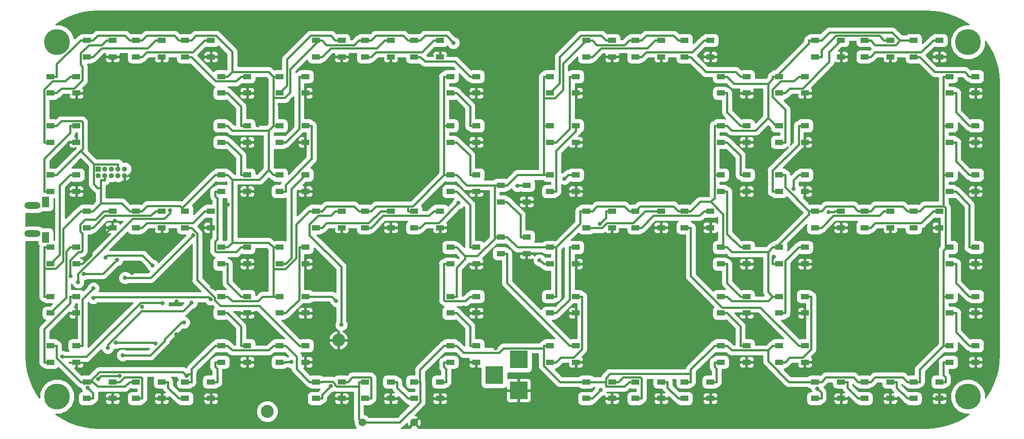
<source format=gbr>
G04 #@! TF.GenerationSoftware,KiCad,Pcbnew,(5.0.0)*
G04 #@! TF.CreationDate,2020-11-20T22:11:43-05:00*
G04 #@! TF.ProjectId,WS2812B Mini Clock,57533238313242204D696E6920436C6F,rev?*
G04 #@! TF.SameCoordinates,Original*
G04 #@! TF.FileFunction,Copper,L1,Top,Signal*
G04 #@! TF.FilePolarity,Positive*
%FSLAX46Y46*%
G04 Gerber Fmt 4.6, Leading zero omitted, Abs format (unit mm)*
G04 Created by KiCad (PCBNEW (5.0.0)) date 11/20/20 22:11:43*
%MOMM*%
%LPD*%
G01*
G04 APERTURE LIST*
G04 #@! TA.AperFunction,SMDPad,CuDef*
%ADD10R,1.600000X1.000000*%
G04 #@! TD*
G04 #@! TA.AperFunction,ComponentPad*
%ADD11C,5.000000*%
G04 #@! TD*
G04 #@! TA.AperFunction,ComponentPad*
%ADD12C,2.500000*%
G04 #@! TD*
G04 #@! TA.AperFunction,ComponentPad*
%ADD13O,3.150000X1.300000*%
G04 #@! TD*
G04 #@! TA.AperFunction,ComponentPad*
%ADD14R,1.400000X2.000000*%
G04 #@! TD*
G04 #@! TA.AperFunction,ComponentPad*
%ADD15R,1.000000X1.000000*%
G04 #@! TD*
G04 #@! TA.AperFunction,ComponentPad*
%ADD16O,1.000000X1.000000*%
G04 #@! TD*
G04 #@! TA.AperFunction,ComponentPad*
%ADD17C,1.500000*%
G04 #@! TD*
G04 #@! TA.AperFunction,ComponentPad*
%ADD18R,3.500000X3.500000*%
G04 #@! TD*
G04 #@! TA.AperFunction,ViaPad*
%ADD19C,0.800000*%
G04 #@! TD*
G04 #@! TA.AperFunction,Conductor*
%ADD20C,0.400000*%
G04 #@! TD*
G04 #@! TA.AperFunction,Conductor*
%ADD21C,0.254000*%
G04 #@! TD*
G04 APERTURE END LIST*
D10*
G04 #@! TO.P,U71,1*
G04 #@! TO.N,+5V*
X191500000Y-85650000D03*
G04 #@! TO.P,U71,2*
G04 #@! TO.N,Net-(U71-Pad2)*
X191500000Y-88850000D03*
G04 #@! TO.P,U71,4*
G04 #@! TO.N,Net-(U66-Pad2)*
X196500000Y-85650000D03*
G04 #@! TO.P,U71,3*
G04 #@! TO.N,GND*
X196500000Y-88850000D03*
G04 #@! TD*
G04 #@! TO.P,U54,1*
G04 #@! TO.N,+5V*
X147250000Y-85650000D03*
G04 #@! TO.P,U54,2*
G04 #@! TO.N,Net-(U54-Pad2)*
X147250000Y-88850000D03*
G04 #@! TO.P,U54,4*
G04 #@! TO.N,Net-(U49-Pad2)*
X152250000Y-85650000D03*
G04 #@! TO.P,U54,3*
G04 #@! TO.N,GND*
X152250000Y-88850000D03*
G04 #@! TD*
G04 #@! TO.P,U58,1*
G04 #@! TO.N,+5V*
X147250000Y-109150000D03*
G04 #@! TO.P,U58,2*
G04 #@! TO.N,Net-(U49-Pad4)*
X147250000Y-112350000D03*
G04 #@! TO.P,U58,4*
G04 #@! TO.N,Net-(U53-Pad2)*
X152250000Y-109150000D03*
G04 #@! TO.P,U58,3*
G04 #@! TO.N,GND*
X152250000Y-112350000D03*
G04 #@! TD*
G04 #@! TO.P,U49,1*
G04 #@! TO.N,+5V*
X147250000Y-95150000D03*
G04 #@! TO.P,U49,2*
G04 #@! TO.N,Net-(U49-Pad2)*
X147250000Y-98350000D03*
G04 #@! TO.P,U49,4*
G04 #@! TO.N,Net-(U49-Pad4)*
X152250000Y-95150000D03*
G04 #@! TO.P,U49,3*
G04 #@! TO.N,GND*
X152250000Y-98350000D03*
G04 #@! TD*
G04 #@! TO.P,U59,1*
G04 #@! TO.N,+5V*
X147250000Y-76150000D03*
G04 #@! TO.P,U59,2*
G04 #@! TO.N,Net-(U50-Pad4)*
X147250000Y-79350000D03*
G04 #@! TO.P,U59,4*
G04 #@! TO.N,Net-(U54-Pad2)*
X152250000Y-76150000D03*
G04 #@! TO.P,U59,3*
G04 #@! TO.N,GND*
X152250000Y-79350000D03*
G04 #@! TD*
G04 #@! TO.P,U53,1*
G04 #@! TO.N,+5V*
X147250000Y-118650000D03*
G04 #@! TO.P,U53,2*
G04 #@! TO.N,Net-(U53-Pad2)*
X147250000Y-121850000D03*
G04 #@! TO.P,U53,4*
G04 #@! TO.N,Net-(U48-Pad2)*
X152250000Y-118650000D03*
G04 #@! TO.P,U53,3*
G04 #@! TO.N,GND*
X152250000Y-121850000D03*
G04 #@! TD*
G04 #@! TO.P,U89,1*
G04 #@! TO.N,+5V*
X217500000Y-102150000D03*
G04 #@! TO.P,U89,2*
G04 #@! TO.N,N/C*
X217500000Y-105350000D03*
G04 #@! TO.P,U89,4*
G04 #@! TO.N,Net-(U85-Pad2)*
X222500000Y-102150000D03*
G04 #@! TO.P,U89,3*
G04 #@! TO.N,GND*
X222500000Y-105350000D03*
G04 #@! TD*
G04 #@! TO.P,U80,1*
G04 #@! TO.N,+5V*
X217500000Y-135150000D03*
G04 #@! TO.P,U80,2*
G04 #@! TO.N,Net-(U80-Pad2)*
X217500000Y-138350000D03*
G04 #@! TO.P,U80,4*
G04 #@! TO.N,Net-(U80-Pad4)*
X222500000Y-135150000D03*
G04 #@! TO.P,U80,3*
G04 #@! TO.N,GND*
X222500000Y-138350000D03*
G04 #@! TD*
G04 #@! TO.P,U86,1*
G04 #@! TO.N,+5V*
X224500000Y-95150000D03*
G04 #@! TO.P,U86,2*
G04 #@! TO.N,Net-(U79-Pad4)*
X224500000Y-98350000D03*
G04 #@! TO.P,U86,4*
G04 #@! TO.N,Net-(U82-Pad2)*
X229500000Y-95150000D03*
G04 #@! TO.P,U86,3*
G04 #@! TO.N,GND*
X229500000Y-98350000D03*
G04 #@! TD*
G04 #@! TO.P,U67,1*
G04 #@! TO.N,+5V*
X198500000Y-69150000D03*
G04 #@! TO.P,U67,2*
G04 #@! TO.N,Net-(U67-Pad2)*
X198500000Y-72350000D03*
G04 #@! TO.P,U67,4*
G04 #@! TO.N,Net-(U67-Pad4)*
X203500000Y-69150000D03*
G04 #@! TO.P,U67,3*
G04 #@! TO.N,GND*
X203500000Y-72350000D03*
G04 #@! TD*
G04 #@! TO.P,U82,1*
G04 #@! TO.N,+5V*
X224500000Y-85650000D03*
G04 #@! TO.P,U82,2*
G04 #@! TO.N,Net-(U82-Pad2)*
X224500000Y-88850000D03*
G04 #@! TO.P,U82,4*
G04 #@! TO.N,Net-(U78-Pad2)*
X229500000Y-85650000D03*
G04 #@! TO.P,U82,3*
G04 #@! TO.N,GND*
X229500000Y-88850000D03*
G04 #@! TD*
G04 #@! TO.P,U72,1*
G04 #@! TO.N,+5V*
X208000000Y-69150000D03*
G04 #@! TO.P,U72,2*
G04 #@! TO.N,Net-(U72-Pad2)*
X208000000Y-72350000D03*
G04 #@! TO.P,U72,4*
G04 #@! TO.N,Net-(U67-Pad2)*
X213000000Y-69150000D03*
G04 #@! TO.P,U72,3*
G04 #@! TO.N,GND*
X213000000Y-72350000D03*
G04 #@! TD*
G04 #@! TO.P,U87,1*
G04 #@! TO.N,+5V*
X224500000Y-128150000D03*
G04 #@! TO.P,U87,2*
G04 #@! TO.N,Net-(U80-Pad4)*
X224500000Y-131350000D03*
G04 #@! TO.P,U87,4*
G04 #@! TO.N,Net-(U83-Pad2)*
X229500000Y-128150000D03*
G04 #@! TO.P,U87,3*
G04 #@! TO.N,GND*
X229500000Y-131350000D03*
G04 #@! TD*
G04 #@! TO.P,U83,1*
G04 #@! TO.N,+5V*
X224500000Y-118650000D03*
G04 #@! TO.P,U83,2*
G04 #@! TO.N,Net-(U83-Pad2)*
X224500000Y-121850000D03*
G04 #@! TO.P,U83,4*
G04 #@! TO.N,Net-(U79-Pad2)*
X229500000Y-118650000D03*
G04 #@! TO.P,U83,3*
G04 #@! TO.N,GND*
X229500000Y-121850000D03*
G04 #@! TD*
G04 #@! TO.P,U79,1*
G04 #@! TO.N,+5V*
X224500000Y-109150000D03*
G04 #@! TO.P,U79,2*
G04 #@! TO.N,Net-(U79-Pad2)*
X224500000Y-112350000D03*
G04 #@! TO.P,U79,4*
G04 #@! TO.N,Net-(U79-Pad4)*
X229500000Y-109150000D03*
G04 #@! TO.P,U79,3*
G04 #@! TO.N,GND*
X229500000Y-112350000D03*
G04 #@! TD*
G04 #@! TO.P,U66,1*
G04 #@! TO.N,+5V*
X191500000Y-95150000D03*
G04 #@! TO.P,U66,2*
G04 #@! TO.N,Net-(U66-Pad2)*
X191500000Y-98350000D03*
G04 #@! TO.P,U66,4*
G04 #@! TO.N,Net-(U66-Pad4)*
X196500000Y-95150000D03*
G04 #@! TO.P,U66,3*
G04 #@! TO.N,GND*
X196500000Y-98350000D03*
G04 #@! TD*
G04 #@! TO.P,U76,1*
G04 #@! TO.N,+5V*
X191500000Y-76150000D03*
G04 #@! TO.P,U76,2*
G04 #@! TO.N,Net-(U67-Pad4)*
X191500000Y-79350000D03*
G04 #@! TO.P,U76,4*
G04 #@! TO.N,Net-(U71-Pad2)*
X196500000Y-76150000D03*
G04 #@! TO.P,U76,3*
G04 #@! TO.N,GND*
X196500000Y-79350000D03*
G04 #@! TD*
G04 #@! TO.P,U85,1*
G04 #@! TO.N,+5V*
X208000000Y-102150000D03*
G04 #@! TO.P,U85,2*
G04 #@! TO.N,Net-(U85-Pad2)*
X208000000Y-105350000D03*
G04 #@! TO.P,U85,4*
G04 #@! TO.N,Net-(U81-Pad2)*
X213000000Y-102150000D03*
G04 #@! TO.P,U85,3*
G04 #@! TO.N,GND*
X213000000Y-105350000D03*
G04 #@! TD*
G04 #@! TO.P,U81,1*
G04 #@! TO.N,+5V*
X198500000Y-102150000D03*
G04 #@! TO.P,U81,2*
G04 #@! TO.N,Net-(U81-Pad2)*
X198500000Y-105350000D03*
G04 #@! TO.P,U81,4*
G04 #@! TO.N,Net-(U81-Pad4)*
X203500000Y-102150000D03*
G04 #@! TO.P,U81,3*
G04 #@! TO.N,GND*
X203500000Y-105350000D03*
G04 #@! TD*
G04 #@! TO.P,U88,1*
G04 #@! TO.N,+5V*
X198500000Y-135150000D03*
G04 #@! TO.P,U88,2*
G04 #@! TO.N,Net-(U81-Pad4)*
X198500000Y-138350000D03*
G04 #@! TO.P,U88,4*
G04 #@! TO.N,Net-(U84-Pad2)*
X203500000Y-135150000D03*
G04 #@! TO.P,U88,3*
G04 #@! TO.N,GND*
X203500000Y-138350000D03*
G04 #@! TD*
G04 #@! TO.P,U78,1*
G04 #@! TO.N,+5V*
X224500000Y-76150000D03*
G04 #@! TO.P,U78,2*
G04 #@! TO.N,Net-(U78-Pad2)*
X224500000Y-79350000D03*
G04 #@! TO.P,U78,4*
G04 #@! TO.N,Net-(U77-Pad2)*
X229500000Y-76150000D03*
G04 #@! TO.P,U78,3*
G04 #@! TO.N,GND*
X229500000Y-79350000D03*
G04 #@! TD*
G04 #@! TO.P,U75,1*
G04 #@! TO.N,+5V*
X191500000Y-109150000D03*
G04 #@! TO.P,U75,2*
G04 #@! TO.N,Net-(U66-Pad4)*
X191500000Y-112350000D03*
G04 #@! TO.P,U75,4*
G04 #@! TO.N,Net-(U70-Pad2)*
X196500000Y-109150000D03*
G04 #@! TO.P,U75,3*
G04 #@! TO.N,GND*
X196500000Y-112350000D03*
G04 #@! TD*
G04 #@! TO.P,U77,1*
G04 #@! TO.N,+5V*
X217500000Y-69150000D03*
G04 #@! TO.P,U77,2*
G04 #@! TO.N,Net-(U77-Pad2)*
X217500000Y-72350000D03*
G04 #@! TO.P,U77,4*
G04 #@! TO.N,Net-(U72-Pad2)*
X222500000Y-69150000D03*
G04 #@! TO.P,U77,3*
G04 #@! TO.N,GND*
X222500000Y-72350000D03*
G04 #@! TD*
G04 #@! TO.P,U84,1*
G04 #@! TO.N,+5V*
X208000000Y-135150000D03*
G04 #@! TO.P,U84,2*
G04 #@! TO.N,Net-(U84-Pad2)*
X208000000Y-138350000D03*
G04 #@! TO.P,U84,4*
G04 #@! TO.N,Net-(U80-Pad2)*
X213000000Y-135150000D03*
G04 #@! TO.P,U84,3*
G04 #@! TO.N,GND*
X213000000Y-138350000D03*
G04 #@! TD*
G04 #@! TO.P,U50,1*
G04 #@! TO.N,+5V*
X154250000Y-69150000D03*
G04 #@! TO.P,U50,2*
G04 #@! TO.N,Net-(U50-Pad2)*
X154250000Y-72350000D03*
G04 #@! TO.P,U50,4*
G04 #@! TO.N,Net-(U50-Pad4)*
X159250000Y-69150000D03*
G04 #@! TO.P,U50,3*
G04 #@! TO.N,GND*
X159250000Y-72350000D03*
G04 #@! TD*
G04 #@! TO.P,U73,1*
G04 #@! TO.N,+5V*
X154250000Y-135150000D03*
G04 #@! TO.P,U73,2*
G04 #@! TO.N,Net-(U64-Pad4)*
X154250000Y-138350000D03*
G04 #@! TO.P,U73,4*
G04 #@! TO.N,Net-(U68-Pad2)*
X159250000Y-135150000D03*
G04 #@! TO.P,U73,3*
G04 #@! TO.N,GND*
X159250000Y-138350000D03*
G04 #@! TD*
G04 #@! TO.P,U56,1*
G04 #@! TO.N,+5V*
X180250000Y-85650000D03*
G04 #@! TO.P,U56,2*
G04 #@! TO.N,Net-(U56-Pad2)*
X180250000Y-88850000D03*
G04 #@! TO.P,U56,4*
G04 #@! TO.N,Net-(U51-Pad2)*
X185250000Y-85650000D03*
G04 #@! TO.P,U56,3*
G04 #@! TO.N,GND*
X185250000Y-88850000D03*
G04 #@! TD*
G04 #@! TO.P,U65,1*
G04 #@! TO.N,+5V*
X191500000Y-128150000D03*
G04 #@! TO.P,U65,2*
G04 #@! TO.N,Net-(U65-Pad2)*
X191500000Y-131350000D03*
G04 #@! TO.P,U65,4*
G04 #@! TO.N,Net-(U65-Pad4)*
X196500000Y-128150000D03*
G04 #@! TO.P,U65,3*
G04 #@! TO.N,GND*
X196500000Y-131350000D03*
G04 #@! TD*
G04 #@! TO.P,U57,1*
G04 #@! TO.N,+5V*
X180250000Y-118650000D03*
G04 #@! TO.P,U57,2*
G04 #@! TO.N,Net-(U57-Pad2)*
X180250000Y-121850000D03*
G04 #@! TO.P,U57,4*
G04 #@! TO.N,Net-(U52-Pad2)*
X185250000Y-118650000D03*
G04 #@! TO.P,U57,3*
G04 #@! TO.N,GND*
X185250000Y-121850000D03*
G04 #@! TD*
G04 #@! TO.P,U55,1*
G04 #@! TO.N,+5V*
X163750000Y-69150000D03*
G04 #@! TO.P,U55,2*
G04 #@! TO.N,Net-(U55-Pad2)*
X163750000Y-72350000D03*
G04 #@! TO.P,U55,4*
G04 #@! TO.N,Net-(U50-Pad2)*
X168750000Y-69150000D03*
G04 #@! TO.P,U55,3*
G04 #@! TO.N,GND*
X168750000Y-72350000D03*
G04 #@! TD*
G04 #@! TO.P,U62,1*
G04 #@! TO.N,+5V*
X180250000Y-128150000D03*
G04 #@! TO.P,U62,2*
G04 #@! TO.N,Net-(U62-Pad2)*
X180250000Y-131350000D03*
G04 #@! TO.P,U62,4*
G04 #@! TO.N,Net-(U57-Pad2)*
X185250000Y-128150000D03*
G04 #@! TO.P,U62,3*
G04 #@! TO.N,GND*
X185250000Y-131350000D03*
G04 #@! TD*
G04 #@! TO.P,U48,1*
G04 #@! TO.N,+5V*
X147250000Y-128150000D03*
G04 #@! TO.P,U48,2*
G04 #@! TO.N,Net-(U48-Pad2)*
X147250000Y-131350000D03*
G04 #@! TO.P,U48,4*
G04 #@! TO.N,DOUT*
X152250000Y-128150000D03*
G04 #@! TO.P,U48,3*
G04 #@! TO.N,GND*
X152250000Y-131350000D03*
G04 #@! TD*
G04 #@! TO.P,U51,1*
G04 #@! TO.N,+5V*
X180250000Y-76150000D03*
G04 #@! TO.P,U51,2*
G04 #@! TO.N,Net-(U51-Pad2)*
X180250000Y-79350000D03*
G04 #@! TO.P,U51,4*
G04 #@! TO.N,Net-(U51-Pad4)*
X185250000Y-76150000D03*
G04 #@! TO.P,U51,3*
G04 #@! TO.N,GND*
X185250000Y-79350000D03*
G04 #@! TD*
G04 #@! TO.P,U64,1*
G04 #@! TO.N,+5V*
X154250000Y-102150000D03*
G04 #@! TO.P,U64,2*
G04 #@! TO.N,Net-(U64-Pad2)*
X154250000Y-105350000D03*
G04 #@! TO.P,U64,4*
G04 #@! TO.N,Net-(U64-Pad4)*
X159250000Y-102150000D03*
G04 #@! TO.P,U64,3*
G04 #@! TO.N,GND*
X159250000Y-105350000D03*
G04 #@! TD*
G04 #@! TO.P,U70,1*
G04 #@! TO.N,+5V*
X191500000Y-118650000D03*
G04 #@! TO.P,U70,2*
G04 #@! TO.N,Net-(U70-Pad2)*
X191500000Y-121850000D03*
G04 #@! TO.P,U70,4*
G04 #@! TO.N,Net-(U65-Pad2)*
X196500000Y-118650000D03*
G04 #@! TO.P,U70,3*
G04 #@! TO.N,GND*
X196500000Y-121850000D03*
G04 #@! TD*
G04 #@! TO.P,U63,1*
G04 #@! TO.N,+5V*
X173250000Y-135150000D03*
G04 #@! TO.P,U63,2*
G04 #@! TO.N,Net-(U63-Pad2)*
X173250000Y-138350000D03*
G04 #@! TO.P,U63,4*
G04 #@! TO.N,Net-(U62-Pad2)*
X178250000Y-135150000D03*
G04 #@! TO.P,U63,3*
G04 #@! TO.N,GND*
X178250000Y-138350000D03*
G04 #@! TD*
G04 #@! TO.P,U74,1*
G04 #@! TO.N,+5V*
X173250000Y-102150000D03*
G04 #@! TO.P,U74,2*
G04 #@! TO.N,Net-(U65-Pad4)*
X173250000Y-105350000D03*
G04 #@! TO.P,U74,4*
G04 #@! TO.N,Net-(U69-Pad2)*
X178250000Y-102150000D03*
G04 #@! TO.P,U74,3*
G04 #@! TO.N,GND*
X178250000Y-105350000D03*
G04 #@! TD*
G04 #@! TO.P,U68,1*
G04 #@! TO.N,+5V*
X163750000Y-135150000D03*
G04 #@! TO.P,U68,2*
G04 #@! TO.N,Net-(U68-Pad2)*
X163750000Y-138350000D03*
G04 #@! TO.P,U68,4*
G04 #@! TO.N,Net-(U63-Pad2)*
X168750000Y-135150000D03*
G04 #@! TO.P,U68,3*
G04 #@! TO.N,GND*
X168750000Y-138350000D03*
G04 #@! TD*
G04 #@! TO.P,U52,1*
G04 #@! TO.N,+5V*
X180250000Y-109150000D03*
G04 #@! TO.P,U52,2*
G04 #@! TO.N,Net-(U52-Pad2)*
X180250000Y-112350000D03*
G04 #@! TO.P,U52,4*
G04 #@! TO.N,Net-(U52-Pad4)*
X185250000Y-109150000D03*
G04 #@! TO.P,U52,3*
G04 #@! TO.N,GND*
X185250000Y-112350000D03*
G04 #@! TD*
G04 #@! TO.P,U61,1*
G04 #@! TO.N,+5V*
X180250000Y-95150000D03*
G04 #@! TO.P,U61,2*
G04 #@! TO.N,Net-(U52-Pad4)*
X180250000Y-98350000D03*
G04 #@! TO.P,U61,4*
G04 #@! TO.N,Net-(U56-Pad2)*
X185250000Y-95150000D03*
G04 #@! TO.P,U61,3*
G04 #@! TO.N,GND*
X185250000Y-98350000D03*
G04 #@! TD*
G04 #@! TO.P,U60,1*
G04 #@! TO.N,+5V*
X173250000Y-69150000D03*
G04 #@! TO.P,U60,2*
G04 #@! TO.N,Net-(U51-Pad4)*
X173250000Y-72350000D03*
G04 #@! TO.P,U60,4*
G04 #@! TO.N,Net-(U55-Pad2)*
X178250000Y-69150000D03*
G04 #@! TO.P,U60,3*
G04 #@! TO.N,GND*
X178250000Y-72350000D03*
G04 #@! TD*
G04 #@! TO.P,U69,1*
G04 #@! TO.N,+5V*
X163750000Y-102150000D03*
G04 #@! TO.P,U69,2*
G04 #@! TO.N,Net-(U69-Pad2)*
X163750000Y-105350000D03*
G04 #@! TO.P,U69,4*
G04 #@! TO.N,Net-(U64-Pad2)*
X168750000Y-102150000D03*
G04 #@! TO.P,U69,3*
G04 #@! TO.N,GND*
X168750000Y-105350000D03*
G04 #@! TD*
G04 #@! TO.P,U6,1*
G04 #@! TO.N,+5V*
X50750000Y-76150000D03*
G04 #@! TO.P,U6,2*
G04 #@! TO.N,Net-(U6-Pad2)*
X50750000Y-79350000D03*
G04 #@! TO.P,U6,4*
G04 #@! TO.N,Net-(U5-Pad2)*
X55750000Y-76150000D03*
G04 #@! TO.P,U6,3*
G04 #@! TO.N,GND*
X55750000Y-79350000D03*
G04 #@! TD*
G04 #@! TO.P,U3,1*
G04 #@! TO.N,+5V*
X50750000Y-109150000D03*
G04 #@! TO.P,U3,2*
G04 #@! TO.N,Net-(U3-Pad2)*
X50750000Y-112350000D03*
G04 #@! TO.P,U3,4*
G04 #@! TO.N,Net-(U2-Pad2)*
X55750000Y-109150000D03*
G04 #@! TO.P,U3,3*
G04 #@! TO.N,GND*
X55750000Y-112350000D03*
G04 #@! TD*
G04 #@! TO.P,U4,1*
G04 #@! TO.N,+5V*
X50750000Y-95150000D03*
G04 #@! TO.P,U4,2*
G04 #@! TO.N,Net-(U4-Pad2)*
X50750000Y-98350000D03*
G04 #@! TO.P,U4,4*
G04 #@! TO.N,Net-(U3-Pad2)*
X55750000Y-95150000D03*
G04 #@! TO.P,U4,3*
G04 #@! TO.N,GND*
X55750000Y-98350000D03*
G04 #@! TD*
G04 #@! TO.P,U5,1*
G04 #@! TO.N,+5V*
X50750000Y-85650000D03*
G04 #@! TO.P,U5,2*
G04 #@! TO.N,Net-(U5-Pad2)*
X50750000Y-88850000D03*
G04 #@! TO.P,U5,4*
G04 #@! TO.N,Net-(U4-Pad2)*
X55750000Y-85650000D03*
G04 #@! TO.P,U5,3*
G04 #@! TO.N,GND*
X55750000Y-88850000D03*
G04 #@! TD*
G04 #@! TO.P,U2,1*
G04 #@! TO.N,+5V*
X50750000Y-118650000D03*
G04 #@! TO.P,U2,2*
G04 #@! TO.N,Net-(U2-Pad2)*
X50750000Y-121850000D03*
G04 #@! TO.P,U2,4*
G04 #@! TO.N,Net-(U1-Pad2)*
X55750000Y-118650000D03*
G04 #@! TO.P,U2,3*
G04 #@! TO.N,GND*
X55750000Y-121850000D03*
G04 #@! TD*
G04 #@! TO.P,U1,1*
G04 #@! TO.N,+5V*
X50750000Y-128150000D03*
G04 #@! TO.P,U1,2*
G04 #@! TO.N,Net-(U1-Pad2)*
X50750000Y-131350000D03*
G04 #@! TO.P,U1,4*
G04 #@! TO.N,DIN*
X55750000Y-128150000D03*
G04 #@! TO.P,U1,3*
G04 #@! TO.N,GND*
X55750000Y-131350000D03*
G04 #@! TD*
G04 #@! TO.P,U7,1*
G04 #@! TO.N,+5V*
X57750000Y-69150000D03*
G04 #@! TO.P,U7,2*
G04 #@! TO.N,Net-(U7-Pad2)*
X57750000Y-72350000D03*
G04 #@! TO.P,U7,4*
G04 #@! TO.N,Net-(U6-Pad2)*
X62750000Y-69150000D03*
G04 #@! TO.P,U7,3*
G04 #@! TO.N,GND*
X62750000Y-72350000D03*
G04 #@! TD*
G04 #@! TO.P,U8,1*
G04 #@! TO.N,+5V*
X67250000Y-69150000D03*
G04 #@! TO.P,U8,2*
G04 #@! TO.N,Net-(U8-Pad2)*
X67250000Y-72350000D03*
G04 #@! TO.P,U8,4*
G04 #@! TO.N,Net-(U7-Pad2)*
X72250000Y-69150000D03*
G04 #@! TO.P,U8,3*
G04 #@! TO.N,GND*
X72250000Y-72350000D03*
G04 #@! TD*
G04 #@! TO.P,U9,1*
G04 #@! TO.N,+5V*
X76750000Y-69150000D03*
G04 #@! TO.P,U9,2*
G04 #@! TO.N,Net-(U10-Pad4)*
X76750000Y-72350000D03*
G04 #@! TO.P,U9,4*
G04 #@! TO.N,Net-(U8-Pad2)*
X81750000Y-69150000D03*
G04 #@! TO.P,U9,3*
G04 #@! TO.N,GND*
X81750000Y-72350000D03*
G04 #@! TD*
G04 #@! TO.P,U10,1*
G04 #@! TO.N,+5V*
X83750000Y-76150000D03*
G04 #@! TO.P,U10,2*
G04 #@! TO.N,Net-(U10-Pad2)*
X83750000Y-79350000D03*
G04 #@! TO.P,U10,4*
G04 #@! TO.N,Net-(U10-Pad4)*
X88750000Y-76150000D03*
G04 #@! TO.P,U10,3*
G04 #@! TO.N,GND*
X88750000Y-79350000D03*
G04 #@! TD*
G04 #@! TO.P,U11,1*
G04 #@! TO.N,+5V*
X83750000Y-85650000D03*
G04 #@! TO.P,U11,2*
G04 #@! TO.N,Net-(U11-Pad2)*
X83750000Y-88850000D03*
G04 #@! TO.P,U11,4*
G04 #@! TO.N,Net-(U10-Pad2)*
X88750000Y-85650000D03*
G04 #@! TO.P,U11,3*
G04 #@! TO.N,GND*
X88750000Y-88850000D03*
G04 #@! TD*
G04 #@! TO.P,U12,1*
G04 #@! TO.N,+5V*
X83750000Y-95150000D03*
G04 #@! TO.P,U12,2*
G04 #@! TO.N,Net-(U12-Pad2)*
X83750000Y-98350000D03*
G04 #@! TO.P,U12,4*
G04 #@! TO.N,Net-(U11-Pad2)*
X88750000Y-95150000D03*
G04 #@! TO.P,U12,3*
G04 #@! TO.N,GND*
X88750000Y-98350000D03*
G04 #@! TD*
G04 #@! TO.P,U13,1*
G04 #@! TO.N,+5V*
X83750000Y-109150000D03*
G04 #@! TO.P,U13,2*
G04 #@! TO.N,Net-(U13-Pad2)*
X83750000Y-112350000D03*
G04 #@! TO.P,U13,4*
G04 #@! TO.N,Net-(U12-Pad2)*
X88750000Y-109150000D03*
G04 #@! TO.P,U13,3*
G04 #@! TO.N,GND*
X88750000Y-112350000D03*
G04 #@! TD*
G04 #@! TO.P,U14,1*
G04 #@! TO.N,+5V*
X83750000Y-118650000D03*
G04 #@! TO.P,U14,2*
G04 #@! TO.N,Net-(U14-Pad2)*
X83750000Y-121850000D03*
G04 #@! TO.P,U14,4*
G04 #@! TO.N,Net-(U13-Pad2)*
X88750000Y-118650000D03*
G04 #@! TO.P,U14,3*
G04 #@! TO.N,GND*
X88750000Y-121850000D03*
G04 #@! TD*
G04 #@! TO.P,U15,1*
G04 #@! TO.N,+5V*
X83750000Y-128150000D03*
G04 #@! TO.P,U15,2*
G04 #@! TO.N,Net-(U15-Pad2)*
X83750000Y-131350000D03*
G04 #@! TO.P,U15,4*
G04 #@! TO.N,Net-(U14-Pad2)*
X88750000Y-128150000D03*
G04 #@! TO.P,U15,3*
G04 #@! TO.N,GND*
X88750000Y-131350000D03*
G04 #@! TD*
G04 #@! TO.P,U16,1*
G04 #@! TO.N,+5V*
X76750000Y-135150000D03*
G04 #@! TO.P,U16,2*
G04 #@! TO.N,Net-(U16-Pad2)*
X76750000Y-138350000D03*
G04 #@! TO.P,U16,4*
G04 #@! TO.N,Net-(U15-Pad2)*
X81750000Y-135150000D03*
G04 #@! TO.P,U16,3*
G04 #@! TO.N,GND*
X81750000Y-138350000D03*
G04 #@! TD*
G04 #@! TO.P,U17,1*
G04 #@! TO.N,+5V*
X67250000Y-135150000D03*
G04 #@! TO.P,U17,2*
G04 #@! TO.N,Net-(U17-Pad2)*
X67250000Y-138350000D03*
G04 #@! TO.P,U17,4*
G04 #@! TO.N,Net-(U16-Pad2)*
X72250000Y-135150000D03*
G04 #@! TO.P,U17,3*
G04 #@! TO.N,GND*
X72250000Y-138350000D03*
G04 #@! TD*
G04 #@! TO.P,U18,1*
G04 #@! TO.N,+5V*
X57750000Y-135150000D03*
G04 #@! TO.P,U18,2*
G04 #@! TO.N,Net-(U18-Pad2)*
X57750000Y-138350000D03*
G04 #@! TO.P,U18,4*
G04 #@! TO.N,Net-(U17-Pad2)*
X62750000Y-135150000D03*
G04 #@! TO.P,U18,3*
G04 #@! TO.N,GND*
X62750000Y-138350000D03*
G04 #@! TD*
G04 #@! TO.P,U19,1*
G04 #@! TO.N,+5V*
X57750000Y-102150000D03*
G04 #@! TO.P,U19,2*
G04 #@! TO.N,Net-(U19-Pad2)*
X57750000Y-105350000D03*
G04 #@! TO.P,U19,4*
G04 #@! TO.N,Net-(U18-Pad2)*
X62750000Y-102150000D03*
G04 #@! TO.P,U19,3*
G04 #@! TO.N,GND*
X62750000Y-105350000D03*
G04 #@! TD*
G04 #@! TO.P,U20,1*
G04 #@! TO.N,+5V*
X67250000Y-102150000D03*
G04 #@! TO.P,U20,2*
G04 #@! TO.N,Net-(U20-Pad2)*
X67250000Y-105350000D03*
G04 #@! TO.P,U20,4*
G04 #@! TO.N,Net-(U19-Pad2)*
X72250000Y-102150000D03*
G04 #@! TO.P,U20,3*
G04 #@! TO.N,GND*
X72250000Y-105350000D03*
G04 #@! TD*
G04 #@! TO.P,U21,1*
G04 #@! TO.N,+5V*
X76750000Y-102150000D03*
G04 #@! TO.P,U21,2*
G04 #@! TO.N,Net-(U21-Pad2)*
X76750000Y-105350000D03*
G04 #@! TO.P,U21,4*
G04 #@! TO.N,Net-(U20-Pad2)*
X81750000Y-102150000D03*
G04 #@! TO.P,U21,3*
G04 #@! TO.N,GND*
X81750000Y-105350000D03*
G04 #@! TD*
G04 #@! TO.P,U22,1*
G04 #@! TO.N,+5V*
X95000000Y-128150000D03*
G04 #@! TO.P,U22,2*
G04 #@! TO.N,Net-(U22-Pad2)*
X95000000Y-131350000D03*
G04 #@! TO.P,U22,4*
G04 #@! TO.N,Net-(U21-Pad2)*
X100000000Y-128150000D03*
G04 #@! TO.P,U22,3*
G04 #@! TO.N,GND*
X100000000Y-131350000D03*
G04 #@! TD*
G04 #@! TO.P,U23,1*
G04 #@! TO.N,+5V*
X95000000Y-118650000D03*
G04 #@! TO.P,U23,2*
G04 #@! TO.N,Net-(U23-Pad2)*
X95000000Y-121850000D03*
G04 #@! TO.P,U23,4*
G04 #@! TO.N,Net-(U22-Pad2)*
X100000000Y-118650000D03*
G04 #@! TO.P,U23,3*
G04 #@! TO.N,GND*
X100000000Y-121850000D03*
G04 #@! TD*
G04 #@! TO.P,U27,1*
G04 #@! TO.N,+5V*
X95000000Y-109150000D03*
G04 #@! TO.P,U27,2*
G04 #@! TO.N,Net-(U27-Pad2)*
X95000000Y-112350000D03*
G04 #@! TO.P,U27,4*
G04 #@! TO.N,Net-(U23-Pad2)*
X100000000Y-109150000D03*
G04 #@! TO.P,U27,3*
G04 #@! TO.N,GND*
X100000000Y-112350000D03*
G04 #@! TD*
G04 #@! TO.P,U28,1*
G04 #@! TO.N,+5V*
X95000000Y-95150000D03*
G04 #@! TO.P,U28,2*
G04 #@! TO.N,Net-(U28-Pad2)*
X95000000Y-98350000D03*
G04 #@! TO.P,U28,4*
G04 #@! TO.N,Net-(U27-Pad2)*
X100000000Y-95150000D03*
G04 #@! TO.P,U28,3*
G04 #@! TO.N,GND*
X100000000Y-98350000D03*
G04 #@! TD*
G04 #@! TO.P,U29,1*
G04 #@! TO.N,+5V*
X95000000Y-85650000D03*
G04 #@! TO.P,U29,2*
G04 #@! TO.N,Net-(U29-Pad2)*
X95000000Y-88850000D03*
G04 #@! TO.P,U29,4*
G04 #@! TO.N,Net-(U28-Pad2)*
X100000000Y-85650000D03*
G04 #@! TO.P,U29,3*
G04 #@! TO.N,GND*
X100000000Y-88850000D03*
G04 #@! TD*
G04 #@! TO.P,U30,1*
G04 #@! TO.N,+5V*
X95000000Y-76150000D03*
G04 #@! TO.P,U30,2*
G04 #@! TO.N,Net-(U30-Pad2)*
X95000000Y-79350000D03*
G04 #@! TO.P,U30,4*
G04 #@! TO.N,Net-(U29-Pad2)*
X100000000Y-76150000D03*
G04 #@! TO.P,U30,3*
G04 #@! TO.N,GND*
X100000000Y-79350000D03*
G04 #@! TD*
G04 #@! TO.P,U31,1*
G04 #@! TO.N,+5V*
X102000000Y-69150000D03*
G04 #@! TO.P,U31,2*
G04 #@! TO.N,Net-(U31-Pad2)*
X102000000Y-72350000D03*
G04 #@! TO.P,U31,4*
G04 #@! TO.N,Net-(U30-Pad2)*
X107000000Y-69150000D03*
G04 #@! TO.P,U31,3*
G04 #@! TO.N,GND*
X107000000Y-72350000D03*
G04 #@! TD*
G04 #@! TO.P,U32,1*
G04 #@! TO.N,+5V*
X111500000Y-69150000D03*
G04 #@! TO.P,U32,2*
G04 #@! TO.N,Net-(U32-Pad2)*
X111500000Y-72350000D03*
G04 #@! TO.P,U32,4*
G04 #@! TO.N,Net-(U31-Pad2)*
X116500000Y-69150000D03*
G04 #@! TO.P,U32,3*
G04 #@! TO.N,GND*
X116500000Y-72350000D03*
G04 #@! TD*
G04 #@! TO.P,U33,1*
G04 #@! TO.N,+5V*
X121000000Y-69150000D03*
G04 #@! TO.P,U33,2*
G04 #@! TO.N,Net-(U33-Pad2)*
X121000000Y-72350000D03*
G04 #@! TO.P,U33,4*
G04 #@! TO.N,Net-(U32-Pad2)*
X126000000Y-69150000D03*
G04 #@! TO.P,U33,3*
G04 #@! TO.N,GND*
X126000000Y-72350000D03*
G04 #@! TD*
G04 #@! TO.P,U34,1*
G04 #@! TO.N,+5V*
X128000000Y-76150000D03*
G04 #@! TO.P,U34,2*
G04 #@! TO.N,Net-(U34-Pad2)*
X128000000Y-79350000D03*
G04 #@! TO.P,U34,4*
G04 #@! TO.N,Net-(U33-Pad2)*
X133000000Y-76150000D03*
G04 #@! TO.P,U34,3*
G04 #@! TO.N,GND*
X133000000Y-79350000D03*
G04 #@! TD*
G04 #@! TO.P,U35,1*
G04 #@! TO.N,+5V*
X128000000Y-85650000D03*
G04 #@! TO.P,U35,2*
G04 #@! TO.N,Net-(U35-Pad2)*
X128000000Y-88850000D03*
G04 #@! TO.P,U35,4*
G04 #@! TO.N,Net-(U34-Pad2)*
X133000000Y-85650000D03*
G04 #@! TO.P,U35,3*
G04 #@! TO.N,GND*
X133000000Y-88850000D03*
G04 #@! TD*
G04 #@! TO.P,U36,1*
G04 #@! TO.N,+5V*
X128000000Y-95150000D03*
G04 #@! TO.P,U36,2*
G04 #@! TO.N,Net-(U36-Pad2)*
X128000000Y-98350000D03*
G04 #@! TO.P,U36,4*
G04 #@! TO.N,Net-(U35-Pad2)*
X133000000Y-95150000D03*
G04 #@! TO.P,U36,3*
G04 #@! TO.N,GND*
X133000000Y-98350000D03*
G04 #@! TD*
G04 #@! TO.P,U37,1*
G04 #@! TO.N,+5V*
X128000000Y-109150000D03*
G04 #@! TO.P,U37,2*
G04 #@! TO.N,Net-(U37-Pad2)*
X128000000Y-112350000D03*
G04 #@! TO.P,U37,4*
G04 #@! TO.N,Net-(U36-Pad2)*
X133000000Y-109150000D03*
G04 #@! TO.P,U37,3*
G04 #@! TO.N,GND*
X133000000Y-112350000D03*
G04 #@! TD*
G04 #@! TO.P,U38,1*
G04 #@! TO.N,+5V*
X128000000Y-118650000D03*
G04 #@! TO.P,U38,2*
G04 #@! TO.N,Net-(U38-Pad2)*
X128000000Y-121850000D03*
G04 #@! TO.P,U38,4*
G04 #@! TO.N,Net-(U37-Pad2)*
X133000000Y-118650000D03*
G04 #@! TO.P,U38,3*
G04 #@! TO.N,GND*
X133000000Y-121850000D03*
G04 #@! TD*
G04 #@! TO.P,U39,1*
G04 #@! TO.N,+5V*
X128000000Y-128150000D03*
G04 #@! TO.P,U39,2*
G04 #@! TO.N,Net-(U39-Pad2)*
X128000000Y-131350000D03*
G04 #@! TO.P,U39,4*
G04 #@! TO.N,Net-(U38-Pad2)*
X133000000Y-128150000D03*
G04 #@! TO.P,U39,3*
G04 #@! TO.N,GND*
X133000000Y-131350000D03*
G04 #@! TD*
G04 #@! TO.P,U40,1*
G04 #@! TO.N,+5V*
X121000000Y-135150000D03*
G04 #@! TO.P,U40,2*
G04 #@! TO.N,Net-(U40-Pad2)*
X121000000Y-138350000D03*
G04 #@! TO.P,U40,4*
G04 #@! TO.N,Net-(U39-Pad2)*
X126000000Y-135150000D03*
G04 #@! TO.P,U40,3*
G04 #@! TO.N,GND*
X126000000Y-138350000D03*
G04 #@! TD*
G04 #@! TO.P,U41,1*
G04 #@! TO.N,+5V*
X111500000Y-135150000D03*
G04 #@! TO.P,U41,2*
G04 #@! TO.N,Net-(U41-Pad2)*
X111500000Y-138350000D03*
G04 #@! TO.P,U41,4*
G04 #@! TO.N,Net-(U40-Pad2)*
X116500000Y-135150000D03*
G04 #@! TO.P,U41,3*
G04 #@! TO.N,GND*
X116500000Y-138350000D03*
G04 #@! TD*
G04 #@! TO.P,U42,1*
G04 #@! TO.N,+5V*
X102000000Y-135150000D03*
G04 #@! TO.P,U42,2*
G04 #@! TO.N,Net-(U42-Pad2)*
X102000000Y-138350000D03*
G04 #@! TO.P,U42,4*
G04 #@! TO.N,Net-(U41-Pad2)*
X107000000Y-135150000D03*
G04 #@! TO.P,U42,3*
G04 #@! TO.N,GND*
X107000000Y-138350000D03*
G04 #@! TD*
G04 #@! TO.P,U43,1*
G04 #@! TO.N,+5V*
X102000000Y-102150000D03*
G04 #@! TO.P,U43,2*
G04 #@! TO.N,Net-(U43-Pad2)*
X102000000Y-105350000D03*
G04 #@! TO.P,U43,4*
G04 #@! TO.N,Net-(U42-Pad2)*
X107000000Y-102150000D03*
G04 #@! TO.P,U43,3*
G04 #@! TO.N,GND*
X107000000Y-105350000D03*
G04 #@! TD*
G04 #@! TO.P,U44,1*
G04 #@! TO.N,+5V*
X111500000Y-102150000D03*
G04 #@! TO.P,U44,2*
G04 #@! TO.N,Net-(U44-Pad2)*
X111500000Y-105350000D03*
G04 #@! TO.P,U44,4*
G04 #@! TO.N,Net-(U43-Pad2)*
X116500000Y-102150000D03*
G04 #@! TO.P,U44,3*
G04 #@! TO.N,GND*
X116500000Y-105350000D03*
G04 #@! TD*
G04 #@! TO.P,U45,1*
G04 #@! TO.N,+5V*
X121000000Y-102150000D03*
G04 #@! TO.P,U45,2*
G04 #@! TO.N,Net-(U45-Pad2)*
X121000000Y-105350000D03*
G04 #@! TO.P,U45,4*
G04 #@! TO.N,Net-(U44-Pad2)*
X126000000Y-102150000D03*
G04 #@! TO.P,U45,3*
G04 #@! TO.N,GND*
X126000000Y-105350000D03*
G04 #@! TD*
G04 #@! TO.P,U46,1*
G04 #@! TO.N,+5V*
X137750000Y-97150000D03*
G04 #@! TO.P,U46,2*
G04 #@! TO.N,Net-(U46-Pad2)*
X137750000Y-100350000D03*
G04 #@! TO.P,U46,4*
G04 #@! TO.N,Net-(U45-Pad2)*
X142750000Y-97150000D03*
G04 #@! TO.P,U46,3*
G04 #@! TO.N,GND*
X142750000Y-100350000D03*
G04 #@! TD*
G04 #@! TO.P,U47,1*
G04 #@! TO.N,+5V*
X137750000Y-107150000D03*
G04 #@! TO.P,U47,2*
G04 #@! TO.N,DOUT*
X137750000Y-110350000D03*
G04 #@! TO.P,U47,4*
G04 #@! TO.N,Net-(U46-Pad2)*
X142750000Y-107150000D03*
G04 #@! TO.P,U47,3*
G04 #@! TO.N,GND*
X142750000Y-110350000D03*
G04 #@! TD*
D11*
G04 #@! TO.P,REF3,1*
G04 #@! TO.N,N/C*
X228000000Y-69500000D03*
G04 #@! TD*
G04 #@! TO.P,REF4,1*
G04 #@! TO.N,N/C*
X228000000Y-138000000D03*
G04 #@! TD*
G04 #@! TO.P,REF2,1*
G04 #@! TO.N,N/C*
X52000000Y-69500000D03*
G04 #@! TD*
D12*
G04 #@! TO.P,U24,2*
G04 #@! TO.N,Net-(U24-Pad2)*
X92618272Y-140881728D03*
G04 #@! TO.P,U24,1*
G04 #@! TO.N,GND*
X106406854Y-127093146D03*
G04 #@! TD*
D13*
G04 #@! TO.P,USB1,SH*
G04 #@! TO.N,N/C*
X47280000Y-101075000D03*
D14*
X49830000Y-100375000D03*
X49830000Y-107225000D03*
D13*
X47280000Y-106525000D03*
G04 #@! TD*
D15*
G04 #@! TO.P,J1,1*
G04 #@! TO.N,SCL*
X60000000Y-94000000D03*
D16*
G04 #@! TO.P,J1,2*
G04 #@! TO.N,GND*
X60000000Y-95270000D03*
G04 #@! TO.P,J1,3*
G04 #@! TO.N,DIN*
X61270000Y-94000000D03*
G04 #@! TO.P,J1,4*
G04 #@! TO.N,+5V*
X61270000Y-95270000D03*
G04 #@! TO.P,J1,5*
G04 #@! TO.N,N/C*
X62540000Y-94000000D03*
G04 #@! TO.P,J1,6*
G04 #@! TO.N,RST*
X62540000Y-95270000D03*
G04 #@! TO.P,J1,7*
G04 #@! TO.N,+5V*
X63810000Y-94000000D03*
G04 #@! TO.P,J1,8*
G04 #@! TO.N,N/C*
X63810000Y-95270000D03*
G04 #@! TO.P,J1,9*
G04 #@! TO.N,SDA*
X65080000Y-94000000D03*
G04 #@! TO.P,J1,10*
G04 #@! TO.N,GND*
X65080000Y-95270000D03*
G04 #@! TD*
D11*
G04 #@! TO.P,REF\002A\002A,1*
G04 #@! TO.N,N/C*
X52000000Y-138000000D03*
G04 #@! TD*
D17*
G04 #@! TO.P,J2,1*
G04 #@! TO.N,+5V*
X111000000Y-143000000D03*
G04 #@! TD*
G04 #@! TO.P,J3,1*
G04 #@! TO.N,GND*
X121000000Y-143000000D03*
G04 #@! TD*
D18*
G04 #@! TO.P,J4,1*
G04 #@! TO.N,Net-(J4-Pad1)*
X141200000Y-130800000D03*
G04 #@! TO.P,J4,2*
G04 #@! TO.N,GND*
X141200000Y-136800000D03*
G04 #@! TO.P,J4,3*
G04 #@! TO.N,N/C*
X136500000Y-133800000D03*
G04 #@! TD*
D19*
G04 #@! TO.N,DIN*
X59014700Y-117102400D03*
G04 #@! TO.N,GND*
X51321000Y-102686400D03*
X75110800Y-134741000D03*
X68465900Y-120633300D03*
X61250000Y-87451700D03*
X130600000Y-64424000D03*
X63206300Y-104050100D03*
X125762500Y-143075900D03*
X121935500Y-98239200D03*
X114762500Y-99270500D03*
X97506100Y-80620200D03*
X82765000Y-96846200D03*
X75046400Y-125934800D03*
X75116100Y-119605700D03*
X69550000Y-85589200D03*
X66462500Y-114068300D03*
X86693800Y-115564200D03*
X114050000Y-85589200D03*
X90800000Y-85589200D03*
X66693800Y-80620200D03*
X74618800Y-80620200D03*
X114762500Y-78651100D03*
X122700000Y-78651100D03*
X91250000Y-78651100D03*
X90962500Y-100340400D03*
X114762500Y-117066600D03*
X122700000Y-117066600D03*
X136743800Y-128698800D03*
X51600000Y-125400000D03*
X63800000Y-109000000D03*
X65200000Y-117200000D03*
X52800000Y-91600000D03*
X89200000Y-123600000D03*
X90800000Y-116600000D03*
X63000000Y-120200000D03*
X69000000Y-117000000D03*
X59200000Y-126000000D03*
X55400000Y-125200000D03*
X95000000Y-81600000D03*
X97600000Y-92000000D03*
X83600000Y-72800000D03*
X104600000Y-116600000D03*
X130600000Y-120800000D03*
X176000000Y-104600000D03*
X171000000Y-104600000D03*
X183000000Y-104800000D03*
X185800000Y-82000000D03*
X188800000Y-86600000D03*
X196400000Y-90600000D03*
X188600000Y-126400000D03*
X194400000Y-133000000D03*
X82000000Y-116800000D03*
X80800000Y-109600000D03*
X62200000Y-116000000D03*
X72000000Y-108000000D03*
X64800000Y-97600000D03*
X58400000Y-98800000D03*
X73400000Y-116600000D03*
X56400000Y-92550000D03*
X84350000Y-104950000D03*
X85000000Y-100900000D03*
X86250000Y-126350000D03*
X150850000Y-124650000D03*
X154600000Y-129500000D03*
X125350000Y-99550000D03*
X140900000Y-111900000D03*
X137150000Y-112550000D03*
X47850000Y-109250000D03*
G04 #@! TO.N,+5V*
X77075000Y-133967800D03*
X128618800Y-69638000D03*
G04 #@! TO.N,Net-(U18-Pad2)*
X57910200Y-136287000D03*
X54639800Y-114732100D03*
G04 #@! TO.N,SCL*
X61371200Y-111140900D03*
X70483100Y-112687900D03*
G04 #@! TO.N,BTN1*
X76524800Y-123684500D03*
X64688800Y-130001300D03*
G04 #@! TO.N,BTN2*
X71031400Y-127753700D03*
X63368800Y-127566900D03*
G04 #@! TO.N,Net-(U24-Pad2)*
X53009800Y-130269600D03*
X72411300Y-119968800D03*
G04 #@! TO.N,Net-(U22-Pad2)*
X97320500Y-131334300D03*
X105965800Y-119502300D03*
G04 #@! TO.N,Net-(U42-Pad2)*
X104951400Y-135922800D03*
X106924300Y-124112200D03*
G04 #@! TO.N,Net-(U45-Pad2)*
X129583300Y-100588200D03*
X140975000Y-97246400D03*
G04 #@! TO.N,Net-(D1-Pad2)*
X56068300Y-115878600D03*
X73864700Y-101994300D03*
G04 #@! TO.N,Net-(D2-Pad2)*
X59000000Y-118916400D03*
X81675600Y-119184200D03*
G04 #@! TO.N,Net-(D3-Pad2)*
X65131100Y-115063700D03*
X78320000Y-106837100D03*
G04 #@! TO.N,INT*
X63621400Y-111551700D03*
X57173000Y-114274300D03*
X59959400Y-134561100D03*
X64100500Y-134020700D03*
G04 #@! TO.N,BTN3*
X77966200Y-119871500D03*
X61822500Y-128552700D03*
G04 #@! TO.N,Net-(U49-Pad4)*
X145206300Y-111626100D03*
X150050200Y-95873700D03*
G04 #@! TO.N,Net-(U64-Pad4)*
X157048400Y-136737000D03*
X156902800Y-104587300D03*
G04 #@! TO.N,Net-(U66-Pad4)*
X194329100Y-97849100D03*
X190556000Y-110991500D03*
G04 #@! TO.N,Net-(U81-Pad4)*
X201063400Y-102306000D03*
X198927400Y-136436900D03*
G04 #@! TD*
D20*
G04 #@! TO.N,DIN*
X55750000Y-128150000D02*
X56950300Y-128150000D01*
X56950300Y-128150000D02*
X56950300Y-119166800D01*
X56950300Y-119166800D02*
X59014700Y-117102400D01*
G04 #@! TO.N,GND*
X88750000Y-121850000D02*
X88750000Y-123150000D01*
X88750000Y-123150000D02*
X89200000Y-123600000D01*
X56950000Y-112350000D02*
X58600000Y-110700000D01*
X55750000Y-112350000D02*
X56950000Y-112350000D01*
X58600000Y-110700000D02*
X58600000Y-108600000D01*
X62450000Y-105350000D02*
X62750000Y-105350000D01*
X59200000Y-108600000D02*
X62450000Y-105350000D01*
X58600000Y-108600000D02*
X59200000Y-108600000D01*
X65080000Y-97320000D02*
X64800000Y-97600000D01*
X65080000Y-95270000D02*
X65080000Y-97320000D01*
G04 #@! TO.N,+5V*
X217500000Y-135150000D02*
X218700300Y-135150000D01*
X223299800Y-128150000D02*
X218700300Y-132749500D01*
X218700300Y-132749500D02*
X218700300Y-135150000D01*
X224500000Y-128150000D02*
X223449800Y-128150000D01*
X223299800Y-128150000D02*
X223299700Y-128150000D01*
X223449800Y-128150000D02*
X223299800Y-128150000D01*
X223299700Y-118650000D02*
X223299700Y-128150000D01*
X223599800Y-109450100D02*
X223299700Y-109750200D01*
X223299700Y-109750200D02*
X223299700Y-118650000D01*
X223299700Y-118650000D02*
X223449800Y-118650000D01*
X217500000Y-135150000D02*
X216299700Y-135150000D01*
X208000000Y-135150000D02*
X209200300Y-135150000D01*
X209200300Y-135150000D02*
X210100600Y-134249700D01*
X210100600Y-134249700D02*
X215399400Y-134249700D01*
X215399400Y-134249700D02*
X216299700Y-135150000D01*
X207399900Y-135150000D02*
X208000000Y-135150000D01*
X223299700Y-101249700D02*
X219600600Y-101249700D01*
X219600600Y-101249700D02*
X218700300Y-102150000D01*
X223599800Y-109450100D02*
X223700400Y-109349500D01*
X223700400Y-109349500D02*
X223700400Y-101484300D01*
X223700400Y-101484300D02*
X223465800Y-101249700D01*
X223465800Y-101249700D02*
X223299700Y-101249700D01*
X223299700Y-101249700D02*
X223299700Y-95150000D01*
X217500000Y-102150000D02*
X218700300Y-102150000D01*
X223899900Y-109150000D02*
X223599800Y-109450100D01*
X217500000Y-102150000D02*
X216299700Y-102150000D01*
X208000000Y-102150000D02*
X209200300Y-102150000D01*
X209200300Y-102150000D02*
X210100600Y-101249700D01*
X210100600Y-101249700D02*
X215399400Y-101249700D01*
X215399400Y-101249700D02*
X216299700Y-102150000D01*
X207399900Y-102150000D02*
X208000000Y-102150000D01*
X180250000Y-85650000D02*
X179049700Y-85650000D01*
X179049700Y-85650000D02*
X179049700Y-95150000D01*
X180700100Y-85650000D02*
X180250000Y-85650000D01*
X180700100Y-85650000D02*
X181450300Y-85650000D01*
X178319100Y-100342600D02*
X176257700Y-100342600D01*
X176257700Y-100342600D02*
X174450300Y-102150000D01*
X180700100Y-109150000D02*
X180700100Y-102723600D01*
X180700100Y-102723600D02*
X178319100Y-100342600D01*
X179049700Y-95150000D02*
X179049700Y-99612000D01*
X179049700Y-99612000D02*
X178319100Y-100342600D01*
X180250000Y-95150000D02*
X179049700Y-95150000D01*
X163750000Y-102150000D02*
X162549700Y-102150000D01*
X162549700Y-102150000D02*
X161649400Y-101249700D01*
X161649400Y-101249700D02*
X156350600Y-101249700D01*
X156350600Y-101249700D02*
X155450300Y-102150000D01*
X154250000Y-102150000D02*
X155450300Y-102150000D01*
X163750000Y-102150000D02*
X164650300Y-101249700D01*
X164650300Y-101249700D02*
X171149400Y-101249700D01*
X171149400Y-101249700D02*
X172049700Y-102150000D01*
X158046700Y-135150000D02*
X158046700Y-134460200D01*
X158046700Y-134460200D02*
X158886000Y-133620900D01*
X158886000Y-133620900D02*
X174450300Y-133620900D01*
X162549700Y-135150000D02*
X161649400Y-136050300D01*
X161649400Y-136050300D02*
X158046700Y-136050300D01*
X158046700Y-136050300D02*
X158046700Y-135150000D01*
X158046700Y-135150000D02*
X154250000Y-135150000D01*
X146049700Y-128649600D02*
X146049700Y-132028900D01*
X146049700Y-132028900D02*
X149170800Y-135150000D01*
X149170800Y-135150000D02*
X154250000Y-135150000D01*
X147250000Y-118650000D02*
X148450300Y-118650000D01*
X148450300Y-109150000D02*
X148450300Y-118650000D01*
X148300200Y-109150000D02*
X148450300Y-109150000D01*
X147250000Y-109150000D02*
X148300200Y-109150000D01*
X154250000Y-102150000D02*
X153049700Y-102150000D01*
X153049700Y-102150000D02*
X153049700Y-104550600D01*
X153049700Y-104550600D02*
X148450300Y-109150000D01*
X136549700Y-97150000D02*
X137750000Y-97150000D01*
X129200300Y-95150000D02*
X131200300Y-97150000D01*
X131200300Y-97150000D02*
X136549700Y-97150000D01*
X136549700Y-107150000D02*
X136549700Y-97150000D01*
X136549700Y-107150000D02*
X136549700Y-107487600D01*
X136549700Y-107487600D02*
X133226200Y-110811100D01*
X133226200Y-110811100D02*
X130861400Y-110811100D01*
X137750000Y-97150000D02*
X138950300Y-97150000D01*
X138950300Y-97150000D02*
X140950300Y-95150000D01*
X140950300Y-95150000D02*
X146049700Y-95150000D01*
X146049700Y-95150000D02*
X146049700Y-85650000D01*
X146199800Y-95150000D02*
X146049700Y-95150000D01*
X128000000Y-128150000D02*
X129200300Y-128150000D01*
X146049700Y-128649600D02*
X146049700Y-128150000D01*
X129200300Y-128150000D02*
X130568100Y-129517800D01*
X130568100Y-129517800D02*
X137423200Y-129517800D01*
X137423200Y-129517800D02*
X138291400Y-128649600D01*
X138291400Y-128649600D02*
X146049700Y-128649600D01*
X127399900Y-128150000D02*
X128000000Y-128150000D01*
X127399900Y-128150000D02*
X126799700Y-128150000D01*
X147250000Y-128150000D02*
X146049700Y-128150000D01*
X122125200Y-135150000D02*
X122125200Y-132824500D01*
X122125200Y-132824500D02*
X126799700Y-128150000D01*
X111000000Y-143000000D02*
X118248500Y-143000000D01*
X118248500Y-143000000D02*
X122200300Y-139048200D01*
X122200300Y-139048200D02*
X122200300Y-135225100D01*
X122200300Y-135225100D02*
X122125200Y-135150000D01*
X122125200Y-135150000D02*
X122050200Y-135150000D01*
X137750000Y-107150000D02*
X138950300Y-107150000D01*
X147250000Y-109150000D02*
X140950300Y-109150000D01*
X140950300Y-109150000D02*
X138950300Y-107150000D01*
X130861400Y-110811100D02*
X129200300Y-109150000D01*
X130861400Y-110811100D02*
X130861400Y-111430400D01*
X130861400Y-111430400D02*
X129200300Y-113091500D01*
X129200300Y-113091500D02*
X129200300Y-118650000D01*
X128000000Y-118650000D02*
X129200300Y-118650000D01*
X128000000Y-76150000D02*
X126799700Y-76150000D01*
X126799700Y-85650000D02*
X126799700Y-76150000D01*
X126949800Y-85650000D02*
X126799700Y-85650000D01*
X128000000Y-85650000D02*
X126949800Y-85650000D01*
X102000000Y-135150000D02*
X103200300Y-135150000D01*
X110299700Y-136064200D02*
X106048100Y-136064200D01*
X106048100Y-136064200D02*
X105751700Y-135767800D01*
X105751700Y-135767800D02*
X105751700Y-135591300D01*
X105751700Y-135591300D02*
X105282900Y-135122500D01*
X105282900Y-135122500D02*
X103227800Y-135122500D01*
X103227800Y-135122500D02*
X103200300Y-135150000D01*
X95000000Y-128150000D02*
X96200300Y-128150000D01*
X102000000Y-135150000D02*
X100799700Y-135150000D01*
X100799700Y-135150000D02*
X98313800Y-132664100D01*
X98313800Y-132664100D02*
X98313800Y-130263500D01*
X98313800Y-130263500D02*
X96200300Y-128150000D01*
X57750000Y-102150000D02*
X56549700Y-102150000D01*
X49549700Y-113250400D02*
X49549700Y-109150000D01*
X49549700Y-118650000D02*
X49549700Y-113250400D01*
X56549700Y-102150000D02*
X53145800Y-105553900D01*
X53145800Y-105553900D02*
X53145800Y-111836500D01*
X53145800Y-111836500D02*
X51731900Y-113250400D01*
X51731900Y-113250400D02*
X49549700Y-113250400D01*
X58187700Y-102150000D02*
X57750000Y-102150000D01*
X58187700Y-102150000D02*
X58950300Y-102150000D01*
X50750000Y-128150000D02*
X51950300Y-128150000D01*
X57750000Y-135150000D02*
X56549700Y-135150000D01*
X56549700Y-135150000D02*
X51950300Y-130550600D01*
X51950300Y-130550600D02*
X51950300Y-128150000D01*
X58350200Y-135150000D02*
X57750000Y-135150000D01*
X173250000Y-102150000D02*
X172049700Y-102150000D01*
X163750000Y-135150000D02*
X162549700Y-135150000D01*
X174450300Y-133620900D02*
X174450300Y-132749400D01*
X174450300Y-132749400D02*
X179049700Y-128150000D01*
X174450300Y-135150000D02*
X174450300Y-133620900D01*
X137750000Y-107150000D02*
X136549700Y-107150000D01*
X128000000Y-109150000D02*
X129200300Y-109150000D01*
X60446200Y-100654100D02*
X58950300Y-102150000D01*
X60446200Y-100654100D02*
X64553800Y-100654100D01*
X64553800Y-100654100D02*
X66049700Y-102150000D01*
X67250000Y-102150000D02*
X66049700Y-102150000D01*
X76149900Y-101549800D02*
X75753100Y-101153000D01*
X75753100Y-101153000D02*
X69447300Y-101153000D01*
X69447300Y-101153000D02*
X68450300Y-102150000D01*
X76750000Y-102150000D02*
X76149900Y-101549900D01*
X76149900Y-101549900D02*
X76149900Y-101549800D01*
X76149900Y-101549800D02*
X82549700Y-95150000D01*
X67250000Y-102150000D02*
X68450300Y-102150000D01*
X60446200Y-96175200D02*
X61265100Y-96175200D01*
X61265100Y-96175200D02*
X61270000Y-96170300D01*
X59207300Y-93099700D02*
X59099600Y-93207400D01*
X59099600Y-93207400D02*
X59099600Y-95647500D01*
X223299700Y-85650000D02*
X223299700Y-95150000D01*
X223299700Y-76150000D02*
X223299700Y-85650000D01*
X224500000Y-95150000D02*
X223299700Y-95150000D01*
X208000000Y-69150000D02*
X209200300Y-69150000D01*
X214911600Y-69165800D02*
X214027100Y-70050300D01*
X214027100Y-70050300D02*
X210100600Y-70050300D01*
X210100600Y-70050300D02*
X209200300Y-69150000D01*
X216299700Y-69150000D02*
X214927400Y-69150000D01*
X214927400Y-69150000D02*
X214911600Y-69165800D01*
X214911600Y-69165800D02*
X213366000Y-67620300D01*
X213366000Y-67620300D02*
X201230000Y-67620300D01*
X201230000Y-67620300D02*
X199700300Y-69150000D01*
X207399900Y-102150000D02*
X206799700Y-102150000D01*
X207399900Y-135150000D02*
X206799700Y-135150000D01*
X198500000Y-135150000D02*
X199700300Y-135150000D01*
X206799700Y-135150000D02*
X205899400Y-134249700D01*
X205899400Y-134249700D02*
X200600600Y-134249700D01*
X200600600Y-134249700D02*
X199700300Y-135150000D01*
X189399400Y-129050300D02*
X190299700Y-128150000D01*
X181450300Y-128150000D02*
X182350600Y-129050300D01*
X182350600Y-129050300D02*
X189399400Y-129050300D01*
X189399400Y-129050300D02*
X189399400Y-131162500D01*
X189399400Y-131162500D02*
X193386900Y-135150000D01*
X193386900Y-135150000D02*
X198500000Y-135150000D01*
X191500000Y-128150000D02*
X190299700Y-128150000D01*
X180250000Y-128150000D02*
X181450300Y-128150000D01*
X179649900Y-128150000D02*
X180250000Y-128150000D01*
X191500000Y-95150000D02*
X192700300Y-95150000D01*
X197299700Y-102150000D02*
X192700300Y-97550600D01*
X192700300Y-97550600D02*
X192700300Y-95150000D01*
X197449800Y-102150000D02*
X197299700Y-102150000D01*
X198500000Y-102150000D02*
X197449800Y-102150000D01*
X198500000Y-102150000D02*
X199700300Y-102150000D01*
X206799700Y-102150000D02*
X205899400Y-101249700D01*
X205899400Y-101249700D02*
X200600600Y-101249700D01*
X200600600Y-101249700D02*
X199700300Y-102150000D01*
X190899900Y-109150000D02*
X197299700Y-102750200D01*
X197299700Y-102750200D02*
X197299700Y-102150000D01*
X190899900Y-109150000D02*
X190299700Y-109150000D01*
X191500000Y-109150000D02*
X190899900Y-109150000D01*
X198500000Y-69150000D02*
X197299700Y-69150000D01*
X190899900Y-76150000D02*
X197299700Y-69750200D01*
X197299700Y-69750200D02*
X197299700Y-69150000D01*
X190899900Y-76150000D02*
X190299700Y-76150000D01*
X191500000Y-76150000D02*
X190899900Y-76150000D01*
X198500000Y-69150000D02*
X199700300Y-69150000D01*
X189399400Y-77493400D02*
X182793700Y-77493400D01*
X182793700Y-77493400D02*
X181450300Y-76150000D01*
X189399400Y-84149500D02*
X189399400Y-77493400D01*
X189399400Y-77493400D02*
X190299700Y-76593100D01*
X190299700Y-76593100D02*
X190299700Y-76150000D01*
X180700100Y-109150000D02*
X181450300Y-109150000D01*
X180250000Y-109150000D02*
X180700100Y-109150000D01*
X163750000Y-69150000D02*
X164950300Y-69150000D01*
X173250000Y-69150000D02*
X172049700Y-69150000D01*
X172049700Y-69150000D02*
X171149400Y-68249700D01*
X171149400Y-68249700D02*
X165850600Y-68249700D01*
X165850600Y-68249700D02*
X164950300Y-69150000D01*
X146049700Y-80286700D02*
X146049700Y-76150000D01*
X146049700Y-85650000D02*
X146049700Y-80286700D01*
X146049700Y-80286700D02*
X148185000Y-80286700D01*
X148185000Y-80286700D02*
X149750000Y-78721700D01*
X149750000Y-78721700D02*
X149750000Y-73650000D01*
X149750000Y-73650000D02*
X154250000Y-69150000D01*
X173250000Y-102150000D02*
X174450300Y-102150000D01*
X126799700Y-85650000D02*
X126799700Y-95150000D01*
X147250000Y-95150000D02*
X146199800Y-95150000D01*
X147250000Y-76150000D02*
X146049700Y-76150000D01*
X93799700Y-80270600D02*
X93799700Y-76150000D01*
X93799700Y-85650000D02*
X93799700Y-80270600D01*
X102600200Y-69150000D02*
X97044000Y-74706200D01*
X97044000Y-74706200D02*
X97044000Y-79229300D01*
X97044000Y-79229300D02*
X96002700Y-80270600D01*
X96002700Y-80270600D02*
X93799700Y-80270600D01*
X102600200Y-69150000D02*
X103200300Y-69150000D01*
X102000000Y-69150000D02*
X102600200Y-69150000D01*
X121000000Y-69150000D02*
X122200300Y-69150000D01*
X128618800Y-69638000D02*
X127230500Y-68249700D01*
X127230500Y-68249700D02*
X123100600Y-68249700D01*
X123100600Y-68249700D02*
X122200300Y-69150000D01*
X111500000Y-69150000D02*
X112700300Y-69150000D01*
X121000000Y-69150000D02*
X119799700Y-69150000D01*
X119799700Y-69150000D02*
X118899400Y-68249700D01*
X118899400Y-68249700D02*
X113600600Y-68249700D01*
X113600600Y-68249700D02*
X112700300Y-69150000D01*
X110299700Y-136064200D02*
X110299700Y-135150000D01*
X111000000Y-143000000D02*
X110299700Y-142299700D01*
X110299700Y-142299700D02*
X110299700Y-136064200D01*
X111500000Y-135150000D02*
X110299700Y-135150000D01*
X121000000Y-135150000D02*
X122050200Y-135150000D01*
X102000000Y-102150000D02*
X100799700Y-102150000D01*
X94021600Y-113306000D02*
X93799700Y-113084100D01*
X93799700Y-113084100D02*
X93799700Y-109150000D01*
X93799700Y-118650000D02*
X93799700Y-113527900D01*
X93799700Y-113527900D02*
X94021600Y-113306000D01*
X100799700Y-102150000D02*
X98199300Y-104750400D01*
X98199300Y-104750400D02*
X98199300Y-111212600D01*
X98199300Y-111212600D02*
X96105900Y-113306000D01*
X96105900Y-113306000D02*
X94021600Y-113306000D01*
X102450100Y-102150000D02*
X102000000Y-102150000D01*
X102450100Y-102150000D02*
X103200300Y-102150000D01*
X85850600Y-108249700D02*
X84950300Y-109150000D01*
X85850600Y-96050300D02*
X85850600Y-108249700D01*
X85850600Y-108249700D02*
X92899400Y-108249700D01*
X92899400Y-108249700D02*
X93799700Y-109150000D01*
X95000000Y-109150000D02*
X93799700Y-109150000D01*
X93799700Y-118650000D02*
X91719400Y-118650000D01*
X91719400Y-118650000D02*
X90819100Y-119550300D01*
X90819100Y-119550300D02*
X85850600Y-119550300D01*
X85850600Y-119550300D02*
X84950300Y-118650000D01*
X83750000Y-118650000D02*
X84950300Y-118650000D01*
X95000000Y-118650000D02*
X93799700Y-118650000D01*
X85850600Y-75249700D02*
X84950300Y-76150000D01*
X93799700Y-76150000D02*
X92899400Y-75249700D01*
X92899400Y-75249700D02*
X85850600Y-75249700D01*
X85850600Y-75249700D02*
X85850600Y-71379800D01*
X85850600Y-71379800D02*
X82720500Y-68249700D01*
X82720500Y-68249700D02*
X78850600Y-68249700D01*
X78850600Y-68249700D02*
X77950300Y-69150000D01*
X76750000Y-69150000D02*
X77950300Y-69150000D01*
X83750000Y-76150000D02*
X84950300Y-76150000D01*
X85850600Y-96050300D02*
X84950300Y-95150000D01*
X92899400Y-94249700D02*
X91098800Y-96050300D01*
X91098800Y-96050300D02*
X85850600Y-96050300D01*
X92899400Y-94249700D02*
X93799700Y-95150000D01*
X92899400Y-86550300D02*
X92899400Y-94249700D01*
X83750000Y-95150000D02*
X84950300Y-95150000D01*
X83750000Y-95150000D02*
X82549700Y-95150000D01*
X92899400Y-86550300D02*
X93799700Y-85650000D01*
X84950300Y-85650000D02*
X85850600Y-86550300D01*
X85850600Y-86550300D02*
X92899400Y-86550300D01*
X95000000Y-95150000D02*
X93799700Y-95150000D01*
X77075000Y-133967800D02*
X76326200Y-133219000D01*
X76326200Y-133219000D02*
X60169800Y-133219000D01*
X60169800Y-133219000D02*
X58650300Y-134738500D01*
X58650300Y-134738500D02*
X58650300Y-135150000D01*
X77950300Y-133643100D02*
X77399700Y-133643100D01*
X77399700Y-133643100D02*
X77075000Y-133967800D01*
X77950300Y-133643100D02*
X77950300Y-133249500D01*
X77950300Y-133249500D02*
X78025500Y-133174300D01*
X78025500Y-133174300D02*
X78025500Y-132674200D01*
X78025500Y-132674200D02*
X82549700Y-128150000D01*
X77950300Y-135150000D02*
X77950300Y-133643100D01*
X61270000Y-95270000D02*
X61270000Y-96170300D01*
X57750000Y-69150000D02*
X58950300Y-69150000D01*
X67250000Y-69150000D02*
X66049700Y-69150000D01*
X66049700Y-69150000D02*
X65149400Y-68249700D01*
X65149400Y-68249700D02*
X59850600Y-68249700D01*
X59850600Y-68249700D02*
X58950300Y-69150000D01*
X67850200Y-69150000D02*
X67250000Y-69150000D01*
X67850200Y-69150000D02*
X68450300Y-69150000D01*
X76750000Y-69150000D02*
X75549700Y-69150000D01*
X75549700Y-69150000D02*
X74649400Y-68249700D01*
X74649400Y-68249700D02*
X69350600Y-68249700D01*
X69350600Y-68249700D02*
X68450300Y-69150000D01*
X56604000Y-90496300D02*
X51950300Y-95150000D01*
X51950300Y-85650000D02*
X52850600Y-84749700D01*
X52850600Y-84749700D02*
X56737400Y-84749700D01*
X56737400Y-84749700D02*
X56963900Y-84976200D01*
X56963900Y-84976200D02*
X56963900Y-90136400D01*
X56963900Y-90136400D02*
X56604000Y-90496300D01*
X59207300Y-93099700D02*
X56604000Y-90496300D01*
X59207300Y-93099700D02*
X63810000Y-93099700D01*
X50750000Y-95150000D02*
X51950300Y-95150000D01*
X50750000Y-85650000D02*
X51950300Y-85650000D01*
X224500000Y-76150000D02*
X223299700Y-76150000D01*
X224500000Y-85650000D02*
X223299700Y-85650000D01*
X190899900Y-85650000D02*
X189399400Y-84149500D01*
X189399400Y-84149500D02*
X186998600Y-86550300D01*
X186998600Y-86550300D02*
X182350600Y-86550300D01*
X182350600Y-86550300D02*
X181450300Y-85650000D01*
X128000000Y-95150000D02*
X126799700Y-95150000D01*
X119799700Y-101211100D02*
X120738600Y-101211100D01*
X120738600Y-101211100D02*
X126799700Y-95150000D01*
X119799700Y-102150000D02*
X119799700Y-101211100D01*
X119799700Y-101211100D02*
X113639200Y-101211100D01*
X113639200Y-101211100D02*
X112700300Y-102150000D01*
X111500000Y-102150000D02*
X110299700Y-102150000D01*
X103200300Y-102150000D02*
X104100600Y-101249700D01*
X104100600Y-101249700D02*
X109399400Y-101249700D01*
X109399400Y-101249700D02*
X110299700Y-102150000D01*
X111500000Y-102150000D02*
X112700300Y-102150000D01*
X83750000Y-128150000D02*
X84950300Y-128150000D01*
X95000000Y-128150000D02*
X93799700Y-128150000D01*
X93799700Y-128150000D02*
X92899400Y-129050300D01*
X92899400Y-129050300D02*
X85850600Y-129050300D01*
X85850600Y-129050300D02*
X84950300Y-128150000D01*
X50750000Y-109150000D02*
X49549700Y-109150000D01*
X50750000Y-118650000D02*
X49549700Y-118650000D01*
X189399400Y-110050300D02*
X189399400Y-117749700D01*
X189399400Y-117749700D02*
X190299700Y-118650000D01*
X224500000Y-109150000D02*
X223899900Y-109150000D01*
X191500000Y-85650000D02*
X190899900Y-85650000D01*
X224500000Y-118650000D02*
X223449800Y-118650000D01*
X217500000Y-69150000D02*
X216299700Y-69150000D01*
X163149900Y-69150000D02*
X162549700Y-69150000D01*
X163750000Y-69150000D02*
X163149900Y-69150000D01*
X180250000Y-118650000D02*
X181450300Y-118650000D01*
X181450300Y-118650000D02*
X182350600Y-119550300D01*
X182350600Y-119550300D02*
X189399400Y-119550300D01*
X189399400Y-119550300D02*
X190299700Y-118650000D01*
X154250000Y-69150000D02*
X155450300Y-69150000D01*
X162549700Y-69150000D02*
X161649400Y-70050300D01*
X161649400Y-70050300D02*
X156350600Y-70050300D01*
X156350600Y-70050300D02*
X155450300Y-69150000D01*
X179649900Y-128150000D02*
X179049700Y-128150000D01*
X180250000Y-76150000D02*
X181450300Y-76150000D01*
X191500000Y-118650000D02*
X190299700Y-118650000D01*
X189399400Y-110050300D02*
X190299700Y-109150000D01*
X181450300Y-109150000D02*
X182350600Y-110050300D01*
X182350600Y-110050300D02*
X189399400Y-110050300D01*
X173250000Y-135150000D02*
X174450300Y-135150000D01*
X57750000Y-69150000D02*
X56549700Y-69150000D01*
X50750000Y-76150000D02*
X51950300Y-76150000D01*
X51950300Y-76150000D02*
X51950300Y-73749400D01*
X51950300Y-73749400D02*
X56549700Y-69150000D01*
X58650300Y-135150000D02*
X58950300Y-135150000D01*
X58350200Y-135150000D02*
X58650300Y-135150000D01*
X83750000Y-128150000D02*
X82549700Y-128150000D01*
X76750000Y-135150000D02*
X77950300Y-135150000D01*
X67250000Y-135150000D02*
X66049700Y-135150000D01*
X58950300Y-135150000D02*
X59850600Y-136050300D01*
X59850600Y-136050300D02*
X65149400Y-136050300D01*
X65149400Y-136050300D02*
X66049700Y-135150000D01*
X83750000Y-109150000D02*
X84950300Y-109150000D01*
X83750000Y-85650000D02*
X84950300Y-85650000D01*
X95000000Y-85650000D02*
X93799700Y-85650000D01*
X95000000Y-76150000D02*
X93799700Y-76150000D01*
X111500000Y-69150000D02*
X110299700Y-69150000D01*
X110299700Y-69150000D02*
X109399400Y-70050300D01*
X109399400Y-70050300D02*
X104100600Y-70050300D01*
X104100600Y-70050300D02*
X103200300Y-69150000D01*
X147250000Y-85650000D02*
X146049700Y-85650000D01*
X128000000Y-95150000D02*
X129200300Y-95150000D01*
X121000000Y-102150000D02*
X119799700Y-102150000D01*
X63810000Y-94000000D02*
X63810000Y-93099700D01*
X60446200Y-97650000D02*
X59800000Y-97650000D01*
X60446200Y-97650000D02*
X60446200Y-100654100D01*
X60446200Y-96175200D02*
X60446200Y-97650000D01*
X59099600Y-96949600D02*
X59099600Y-95647500D01*
X59800000Y-97650000D02*
X59099600Y-96949600D01*
G04 #@! TO.N,Net-(U1-Pad2)*
X55750000Y-118650000D02*
X54549700Y-118650000D01*
X50750000Y-131350000D02*
X49549700Y-131350000D01*
X49549700Y-131350000D02*
X49549700Y-124950200D01*
X49549700Y-124950200D02*
X54549700Y-119950200D01*
X54549700Y-119950200D02*
X54549700Y-118650000D01*
G04 #@! TO.N,Net-(U2-Pad2)*
X54549700Y-109150000D02*
X53746200Y-109953500D01*
X53746200Y-109953500D02*
X53746200Y-118853800D01*
X53746200Y-118853800D02*
X50750000Y-121850000D01*
X55750000Y-109150000D02*
X54549700Y-109150000D01*
G04 #@! TO.N,Net-(U3-Pad2)*
X55750000Y-95150000D02*
X54549700Y-95150000D01*
X54549700Y-95150000D02*
X52545400Y-97154300D01*
X52545400Y-97154300D02*
X52545400Y-110554600D01*
X52545400Y-110554600D02*
X50750000Y-112350000D01*
G04 #@! TO.N,Net-(U4-Pad2)*
X50750000Y-98350000D02*
X49549700Y-98350000D01*
X55750000Y-85650000D02*
X54549700Y-85650000D01*
X54549700Y-85650000D02*
X54549700Y-86999900D01*
X54549700Y-86999900D02*
X49549700Y-91999900D01*
X49549700Y-91999900D02*
X49549700Y-98350000D01*
G04 #@! TO.N,Net-(U5-Pad2)*
X55750000Y-76150000D02*
X54549700Y-76150000D01*
X50750000Y-88850000D02*
X49549700Y-88850000D01*
X49549700Y-88850000D02*
X49549700Y-78661400D01*
X49549700Y-78661400D02*
X51160800Y-77050300D01*
X51160800Y-77050300D02*
X53649400Y-77050300D01*
X53649400Y-77050300D02*
X54549700Y-76150000D01*
G04 #@! TO.N,Net-(U6-Pad2)*
X62750000Y-69150000D02*
X61549700Y-69150000D01*
X50750000Y-79350000D02*
X51950300Y-79350000D01*
X61549700Y-69150000D02*
X60649400Y-70050300D01*
X60649400Y-70050300D02*
X58143700Y-70050300D01*
X58143700Y-70050300D02*
X56549600Y-71644400D01*
X56549600Y-71644400D02*
X56549600Y-73824200D01*
X56549600Y-73824200D02*
X56950400Y-74225000D01*
X56950400Y-74225000D02*
X56950400Y-76825300D01*
X56950400Y-76825300D02*
X55326000Y-78449700D01*
X55326000Y-78449700D02*
X52850600Y-78449700D01*
X52850600Y-78449700D02*
X51950300Y-79350000D01*
G04 #@! TO.N,Net-(U7-Pad2)*
X57750000Y-72350000D02*
X58950300Y-72350000D01*
X72250000Y-69150000D02*
X71049700Y-69150000D01*
X71049700Y-69150000D02*
X69548800Y-70650900D01*
X69548800Y-70650900D02*
X60649400Y-70650900D01*
X60649400Y-70650900D02*
X58950300Y-72350000D01*
G04 #@! TO.N,Net-(U11-Pad2)*
X83750000Y-88850000D02*
X84950300Y-88850000D01*
X88750000Y-95150000D02*
X87549700Y-95150000D01*
X87549700Y-95150000D02*
X87549700Y-91449400D01*
X87549700Y-91449400D02*
X84950300Y-88850000D01*
G04 #@! TO.N,Net-(U10-Pad4)*
X76750000Y-72350000D02*
X77950300Y-72350000D01*
X88750000Y-76150000D02*
X87549700Y-76150000D01*
X87549700Y-76150000D02*
X86649400Y-77050300D01*
X86649400Y-77050300D02*
X82650600Y-77050300D01*
X82650600Y-77050300D02*
X77950300Y-72350000D01*
G04 #@! TO.N,Net-(U10-Pad2)*
X83750000Y-79350000D02*
X84950300Y-79350000D01*
X88750000Y-85650000D02*
X87549700Y-85650000D01*
X87549700Y-85650000D02*
X87549700Y-81949400D01*
X87549700Y-81949400D02*
X84950300Y-79350000D01*
G04 #@! TO.N,Net-(U12-Pad2)*
X83750000Y-98350000D02*
X82549700Y-98350000D01*
X88750000Y-109150000D02*
X87549700Y-109150000D01*
X87549700Y-109150000D02*
X86649300Y-110050400D01*
X86649300Y-110050400D02*
X82753000Y-110050400D01*
X82753000Y-110050400D02*
X82549600Y-109847000D01*
X82549600Y-109847000D02*
X82549600Y-108050100D01*
X82549600Y-108050100D02*
X82999900Y-107599800D01*
X82999900Y-107599800D02*
X82999900Y-99700500D01*
X82999900Y-99700500D02*
X82549700Y-99250300D01*
X82549700Y-99250300D02*
X82549700Y-98350000D01*
G04 #@! TO.N,Net-(U13-Pad2)*
X83750000Y-112350000D02*
X84950300Y-112350000D01*
X88750000Y-118650000D02*
X87549700Y-118650000D01*
X87549700Y-118650000D02*
X84950300Y-116050600D01*
X84950300Y-116050600D02*
X84950300Y-112350000D01*
G04 #@! TO.N,Net-(U14-Pad2)*
X83750000Y-121850000D02*
X84950300Y-121850000D01*
X88750000Y-128150000D02*
X87549700Y-128150000D01*
X87549700Y-128150000D02*
X87549700Y-124449400D01*
X87549700Y-124449400D02*
X84950300Y-121850000D01*
G04 #@! TO.N,Net-(U15-Pad2)*
X83750000Y-131350000D02*
X82549700Y-131350000D01*
X81750000Y-135150000D02*
X82950300Y-135150000D01*
X82950300Y-135150000D02*
X82950300Y-132650900D01*
X82950300Y-132650900D02*
X82549700Y-132250300D01*
X82549700Y-132250300D02*
X82549700Y-131350000D01*
G04 #@! TO.N,Net-(U16-Pad2)*
X73450300Y-135150000D02*
X73450300Y-136250600D01*
X73450300Y-136250600D02*
X75549700Y-138350000D01*
X76750000Y-138350000D02*
X75549700Y-138350000D01*
X72250000Y-135150000D02*
X73450300Y-135150000D01*
G04 #@! TO.N,Net-(U17-Pad2)*
X63950300Y-135150000D02*
X64103000Y-135150000D01*
X64103000Y-135150000D02*
X65003400Y-134249600D01*
X65003400Y-134249600D02*
X68272200Y-134249600D01*
X68272200Y-134249600D02*
X68450300Y-134427700D01*
X68450300Y-134427700D02*
X68450300Y-138350000D01*
X67250000Y-138350000D02*
X68450300Y-138350000D01*
X62750000Y-135150000D02*
X63950300Y-135150000D01*
G04 #@! TO.N,Net-(U18-Pad2)*
X57750000Y-138350000D02*
X58950300Y-138350000D01*
X57910200Y-136287000D02*
X58950300Y-137327100D01*
X58950300Y-137327100D02*
X58950300Y-138350000D01*
X62750000Y-102150000D02*
X61034100Y-102150000D01*
X61034100Y-102150000D02*
X59434100Y-103750000D01*
X59434100Y-103750000D02*
X57449800Y-103750000D01*
X57449800Y-103750000D02*
X56499900Y-104699900D01*
X56499900Y-104699900D02*
X56499900Y-106025000D01*
X56499900Y-106025000D02*
X56950400Y-106475500D01*
X56950400Y-106475500D02*
X56950400Y-109815700D01*
X56950400Y-109815700D02*
X56715700Y-110050400D01*
X56715700Y-110050400D02*
X56174100Y-110050400D01*
X56174100Y-110050400D02*
X54549600Y-111674900D01*
X54549600Y-111674900D02*
X54549600Y-114641900D01*
X54549600Y-114641900D02*
X54639800Y-114732100D01*
G04 #@! TO.N,Net-(U19-Pad2)*
X57750000Y-105350000D02*
X58950300Y-105350000D01*
X72250000Y-102150000D02*
X71049700Y-102150000D01*
X71049700Y-102150000D02*
X70149400Y-103050300D01*
X70149400Y-103050300D02*
X61250000Y-103050300D01*
X61250000Y-103050300D02*
X58950300Y-105350000D01*
G04 #@! TO.N,SCL*
X70483100Y-112687900D02*
X68537800Y-110742600D01*
X68537800Y-110742600D02*
X61769500Y-110742600D01*
X61769500Y-110742600D02*
X61371200Y-111140900D01*
G04 #@! TO.N,BTN1*
X64688800Y-130001300D02*
X69991200Y-130001300D01*
X69991200Y-130001300D02*
X72802800Y-127189700D01*
X72802800Y-127189700D02*
X72802800Y-126932700D01*
X72802800Y-126932700D02*
X76051000Y-123684500D01*
X76051000Y-123684500D02*
X76524800Y-123684500D01*
G04 #@! TO.N,BTN2*
X63368800Y-127566900D02*
X70844600Y-127566900D01*
X70844600Y-127566900D02*
X71031400Y-127753700D01*
G04 #@! TO.N,DOUT*
X152250000Y-128150000D02*
X151049700Y-128150000D01*
X137750000Y-110350000D02*
X138950300Y-110350000D01*
X138950300Y-110350000D02*
X138950300Y-116050600D01*
X138950300Y-116050600D02*
X151049700Y-128150000D01*
G04 #@! TO.N,Net-(U24-Pad2)*
X72411300Y-119968800D02*
X72275500Y-119833000D01*
X72275500Y-119833000D02*
X68134500Y-119833000D01*
X68134500Y-119833000D02*
X57697900Y-130269600D01*
X57697900Y-130269600D02*
X53009800Y-130269600D01*
G04 #@! TO.N,Net-(U8-Pad2)*
X67250000Y-72350000D02*
X68450300Y-72350000D01*
X81750000Y-69150000D02*
X80549700Y-69150000D01*
X80549700Y-69150000D02*
X78250000Y-71449700D01*
X78250000Y-71449700D02*
X69350600Y-71449700D01*
X69350600Y-71449700D02*
X68450300Y-72350000D01*
G04 #@! TO.N,Net-(U20-Pad2)*
X67250000Y-105350000D02*
X68450300Y-105350000D01*
X81750000Y-102150000D02*
X80549700Y-102150000D01*
X80549700Y-102150000D02*
X78250000Y-104449700D01*
X78250000Y-104449700D02*
X69350600Y-104449700D01*
X69350600Y-104449700D02*
X68450300Y-105350000D01*
G04 #@! TO.N,Net-(U22-Pad2)*
X95000000Y-131350000D02*
X96200300Y-131350000D01*
X97320500Y-131334300D02*
X96216000Y-131334300D01*
X96216000Y-131334300D02*
X96200300Y-131350000D01*
X100000000Y-118650000D02*
X105113500Y-118650000D01*
X105113500Y-118650000D02*
X105965800Y-119502300D01*
G04 #@! TO.N,Net-(U21-Pad2)*
X98799700Y-128150000D02*
X91090900Y-120441200D01*
X91090900Y-120441200D02*
X83598300Y-120441200D01*
X83598300Y-120441200D02*
X82475900Y-119318800D01*
X82475900Y-119318800D02*
X82475900Y-118852700D01*
X82475900Y-118852700D02*
X79120400Y-115497200D01*
X79120400Y-115497200D02*
X79120300Y-115497200D01*
X79120300Y-115497200D02*
X79120300Y-106505600D01*
X79120300Y-106505600D02*
X77964700Y-105350000D01*
X77964700Y-105350000D02*
X77950300Y-105350000D01*
X76750000Y-105350000D02*
X77950300Y-105350000D01*
X100000000Y-128150000D02*
X98799700Y-128150000D01*
G04 #@! TO.N,Net-(U23-Pad2)*
X95000000Y-121850000D02*
X96200300Y-121850000D01*
X100000000Y-109150000D02*
X98799700Y-109150000D01*
X98799700Y-109150000D02*
X98799700Y-119250600D01*
X98799700Y-119250600D02*
X96200300Y-121850000D01*
G04 #@! TO.N,Net-(U27-Pad2)*
X95000000Y-112350000D02*
X96200300Y-112350000D01*
X100000000Y-95150000D02*
X97299600Y-97850400D01*
X97299600Y-97850400D02*
X97299600Y-111250700D01*
X97299600Y-111250700D02*
X96200300Y-112350000D01*
G04 #@! TO.N,Net-(U28-Pad2)*
X95000000Y-98350000D02*
X96200300Y-98350000D01*
X100000000Y-85650000D02*
X101200300Y-85650000D01*
X101200300Y-85650000D02*
X101200300Y-92049800D01*
X101200300Y-92049800D02*
X96200300Y-97049800D01*
X96200300Y-97049800D02*
X96200300Y-98350000D01*
G04 #@! TO.N,Net-(U29-Pad2)*
X95000000Y-88850000D02*
X96200300Y-88850000D01*
X100000000Y-76150000D02*
X98799700Y-76150000D01*
X98799700Y-76150000D02*
X98799700Y-86250600D01*
X98799700Y-86250600D02*
X96200300Y-88850000D01*
G04 #@! TO.N,Net-(U30-Pad2)*
X107000000Y-69150000D02*
X105799700Y-69150000D01*
X105799700Y-69150000D02*
X104899400Y-68249700D01*
X104899400Y-68249700D02*
X101004500Y-68249700D01*
X101004500Y-68249700D02*
X96443600Y-72810600D01*
X96443600Y-72810600D02*
X96443600Y-77906400D01*
X96443600Y-77906400D02*
X95000000Y-79350000D01*
G04 #@! TO.N,Net-(U31-Pad2)*
X102000000Y-72350000D02*
X103200300Y-72350000D01*
X116500000Y-69150000D02*
X115299700Y-69150000D01*
X115299700Y-69150000D02*
X113799000Y-70650700D01*
X113799000Y-70650700D02*
X104899600Y-70650700D01*
X104899600Y-70650700D02*
X103200300Y-72350000D01*
G04 #@! TO.N,Net-(U32-Pad2)*
X111500000Y-72350000D02*
X112700300Y-72350000D01*
X126000000Y-69150000D02*
X124799700Y-69150000D01*
X124799700Y-69150000D02*
X122500000Y-71449700D01*
X122500000Y-71449700D02*
X113600600Y-71449700D01*
X113600600Y-71449700D02*
X112700300Y-72350000D01*
G04 #@! TO.N,Net-(U33-Pad2)*
X121000000Y-72350000D02*
X122200300Y-72350000D01*
X133000000Y-76150000D02*
X131799700Y-76150000D01*
X131799700Y-76150000D02*
X128900000Y-73250300D01*
X128900000Y-73250300D02*
X123100600Y-73250300D01*
X123100600Y-73250300D02*
X122200300Y-72350000D01*
G04 #@! TO.N,Net-(U34-Pad2)*
X128000000Y-79350000D02*
X129200300Y-79350000D01*
X133000000Y-85650000D02*
X131799700Y-85650000D01*
X131799700Y-85650000D02*
X131799700Y-81949400D01*
X131799700Y-81949400D02*
X129200300Y-79350000D01*
G04 #@! TO.N,Net-(U35-Pad2)*
X128000000Y-88850000D02*
X129200300Y-88850000D01*
X133000000Y-95150000D02*
X131799700Y-95150000D01*
X131799700Y-95150000D02*
X131799700Y-91449400D01*
X131799700Y-91449400D02*
X129200300Y-88850000D01*
G04 #@! TO.N,Net-(U36-Pad2)*
X128000000Y-98350000D02*
X129200300Y-98350000D01*
X133000000Y-109150000D02*
X131799700Y-109150000D01*
X131799700Y-109150000D02*
X131799700Y-100949400D01*
X131799700Y-100949400D02*
X129200300Y-98350000D01*
G04 #@! TO.N,Net-(U37-Pad2)*
X128000000Y-112350000D02*
X126799700Y-112350000D01*
X133000000Y-118650000D02*
X131799700Y-118650000D01*
X131799700Y-118650000D02*
X130899400Y-119550300D01*
X130899400Y-119550300D02*
X127013600Y-119550300D01*
X127013600Y-119550300D02*
X126799700Y-119336400D01*
X126799700Y-119336400D02*
X126799700Y-112350000D01*
G04 #@! TO.N,Net-(U38-Pad2)*
X128000000Y-121850000D02*
X129200300Y-121850000D01*
X133000000Y-128150000D02*
X131799700Y-128150000D01*
X131799700Y-128150000D02*
X131799700Y-124449400D01*
X131799700Y-124449400D02*
X129200300Y-121850000D01*
G04 #@! TO.N,Net-(U39-Pad2)*
X128000000Y-131350000D02*
X126799700Y-131350000D01*
X126000000Y-135150000D02*
X127200300Y-135150000D01*
X127200300Y-135150000D02*
X127200300Y-132650900D01*
X127200300Y-132650900D02*
X126799700Y-132250300D01*
X126799700Y-132250300D02*
X126799700Y-131350000D01*
G04 #@! TO.N,Net-(U40-Pad2)*
X116500000Y-135150000D02*
X117700300Y-135150000D01*
X121000000Y-138350000D02*
X119799700Y-138350000D01*
X117700300Y-135150000D02*
X117700300Y-136250600D01*
X117700300Y-136250600D02*
X119799700Y-138350000D01*
G04 #@! TO.N,Net-(U41-Pad2)*
X111500000Y-138350000D02*
X112700300Y-138350000D01*
X107000000Y-135150000D02*
X108200300Y-135150000D01*
X108200300Y-135150000D02*
X109100700Y-134249600D01*
X109100700Y-134249600D02*
X112497000Y-134249600D01*
X112497000Y-134249600D02*
X112700300Y-134452900D01*
X112700300Y-134452900D02*
X112700300Y-138350000D01*
G04 #@! TO.N,Net-(U42-Pad2)*
X107000000Y-102150000D02*
X105799700Y-102150000D01*
X102000000Y-138350000D02*
X103200300Y-138350000D01*
X104951400Y-135922800D02*
X103200300Y-137673900D01*
X103200300Y-137673900D02*
X103200300Y-138350000D01*
X105799700Y-102150000D02*
X104899400Y-103050300D01*
X104899400Y-103050300D02*
X102424300Y-103050300D01*
X102424300Y-103050300D02*
X100799600Y-104675000D01*
X100799600Y-104675000D02*
X100799600Y-106824200D01*
X100799600Y-106824200D02*
X106924300Y-112948900D01*
X106924300Y-112948900D02*
X106924300Y-124112200D01*
G04 #@! TO.N,Net-(U43-Pad2)*
X102000000Y-105350000D02*
X103200300Y-105350000D01*
X116500000Y-102150000D02*
X114538400Y-102150000D01*
X114538400Y-102150000D02*
X112238700Y-104449700D01*
X112238700Y-104449700D02*
X104100600Y-104449700D01*
X104100600Y-104449700D02*
X103200300Y-105350000D01*
G04 #@! TO.N,Net-(U44-Pad2)*
X112700300Y-105350000D02*
X115000000Y-103050300D01*
X115000000Y-103050300D02*
X123899400Y-103050300D01*
X123899400Y-103050300D02*
X124799700Y-102150000D01*
X111500000Y-105350000D02*
X112700300Y-105350000D01*
X126000000Y-102150000D02*
X124799700Y-102150000D01*
G04 #@! TO.N,Net-(U45-Pad2)*
X121000000Y-105350000D02*
X122200300Y-105350000D01*
X129583300Y-100588200D02*
X125721800Y-104449700D01*
X125721800Y-104449700D02*
X123100600Y-104449700D01*
X123100600Y-104449700D02*
X122200300Y-105350000D01*
X142750000Y-97150000D02*
X141071400Y-97150000D01*
X141071400Y-97150000D02*
X140975000Y-97246400D01*
G04 #@! TO.N,Net-(U46-Pad2)*
X137750000Y-100350000D02*
X138950300Y-100350000D01*
X142750000Y-107150000D02*
X141549700Y-107150000D01*
X141549700Y-107150000D02*
X141549700Y-102949400D01*
X141549700Y-102949400D02*
X138950300Y-100350000D01*
G04 #@! TO.N,Net-(D1-Pad2)*
X73864700Y-101994300D02*
X73864700Y-102518900D01*
X73864700Y-102518900D02*
X72732900Y-103650700D01*
X72732900Y-103650700D02*
X66664700Y-103650700D01*
X66664700Y-103650700D02*
X56068300Y-114247100D01*
X56068300Y-114247100D02*
X56068300Y-115878600D01*
G04 #@! TO.N,Net-(D2-Pad2)*
X81675600Y-119184200D02*
X81254300Y-118762900D01*
X81254300Y-118762900D02*
X59153500Y-118762900D01*
X59153500Y-118762900D02*
X59000000Y-118916400D01*
G04 #@! TO.N,Net-(D3-Pad2)*
X78320000Y-106837100D02*
X70093400Y-115063700D01*
X70093400Y-115063700D02*
X65131100Y-115063700D01*
G04 #@! TO.N,INT*
X57173000Y-114274300D02*
X60898800Y-114274300D01*
X60898800Y-114274300D02*
X63621400Y-111551700D01*
X64100500Y-134020700D02*
X60499800Y-134020700D01*
X60499800Y-134020700D02*
X59959400Y-134561100D01*
G04 #@! TO.N,BTN3*
X61822500Y-128552700D02*
X61822500Y-127957500D01*
X61822500Y-127957500D02*
X68346400Y-121433600D01*
X68346400Y-121433600D02*
X76404100Y-121433600D01*
X76404100Y-121433600D02*
X77966200Y-119871500D01*
G04 #@! TO.N,Net-(U48-Pad2)*
X152250000Y-118650000D02*
X153450300Y-118650000D01*
X147250000Y-131350000D02*
X148450300Y-131350000D01*
X148450300Y-131350000D02*
X149350600Y-130449700D01*
X149350600Y-130449700D02*
X151835200Y-130449700D01*
X151835200Y-130449700D02*
X153450300Y-128834600D01*
X153450300Y-128834600D02*
X153450300Y-118650000D01*
G04 #@! TO.N,Net-(U49-Pad4)*
X147250000Y-112350000D02*
X146049700Y-112350000D01*
X145206300Y-111626100D02*
X145325800Y-111626100D01*
X145325800Y-111626100D02*
X146049700Y-112350000D01*
X152250000Y-95150000D02*
X150773900Y-95150000D01*
X150773900Y-95150000D02*
X150050200Y-95873700D01*
G04 #@! TO.N,Net-(U49-Pad2)*
X147250000Y-98350000D02*
X148450300Y-98350000D01*
X148450300Y-98350000D02*
X148450300Y-90512300D01*
X148450300Y-90512300D02*
X152250000Y-86712600D01*
X152250000Y-86712600D02*
X152250000Y-85650000D01*
G04 #@! TO.N,Net-(U50-Pad2)*
X154250000Y-72350000D02*
X155450300Y-72350000D01*
X168750000Y-69150000D02*
X167549700Y-69150000D01*
X167549700Y-69150000D02*
X166049000Y-70650700D01*
X166049000Y-70650700D02*
X157149600Y-70650700D01*
X157149600Y-70650700D02*
X155450300Y-72350000D01*
G04 #@! TO.N,Net-(U50-Pad4)*
X159250000Y-69150000D02*
X158049700Y-69150000D01*
X158049700Y-69150000D02*
X157149400Y-68249700D01*
X157149400Y-68249700D02*
X153263100Y-68249700D01*
X153263100Y-68249700D02*
X149149600Y-72363200D01*
X149149600Y-72363200D02*
X149149600Y-77450400D01*
X149149600Y-77450400D02*
X147250000Y-79350000D01*
G04 #@! TO.N,Net-(U51-Pad4)*
X185250000Y-76150000D02*
X184049700Y-76150000D01*
X173250000Y-72350000D02*
X174450300Y-72350000D01*
X174450300Y-72350000D02*
X177350000Y-75249700D01*
X177350000Y-75249700D02*
X183149400Y-75249700D01*
X183149400Y-75249700D02*
X184049700Y-76150000D01*
G04 #@! TO.N,Net-(U51-Pad2)*
X185250000Y-85650000D02*
X184049700Y-85650000D01*
X180250000Y-79350000D02*
X181450300Y-79350000D01*
X181450300Y-79350000D02*
X181450300Y-83050600D01*
X181450300Y-83050600D02*
X184049700Y-85650000D01*
G04 #@! TO.N,Net-(U52-Pad2)*
X185250000Y-118650000D02*
X184049700Y-118650000D01*
X180250000Y-112350000D02*
X181450300Y-112350000D01*
X181450300Y-112350000D02*
X181450300Y-116050600D01*
X181450300Y-116050600D02*
X184049700Y-118650000D01*
G04 #@! TO.N,Net-(U52-Pad4)*
X185250000Y-109150000D02*
X184049700Y-109150000D01*
X180250000Y-98350000D02*
X181450300Y-98350000D01*
X181450300Y-98350000D02*
X181450300Y-106550600D01*
X181450300Y-106550600D02*
X184049700Y-109150000D01*
G04 #@! TO.N,Net-(U53-Pad2)*
X152250000Y-109150000D02*
X151049700Y-109150000D01*
X147250000Y-121850000D02*
X148450300Y-121850000D01*
X148450300Y-121850000D02*
X151049700Y-119250600D01*
X151049700Y-119250600D02*
X151049700Y-109150000D01*
G04 #@! TO.N,Net-(U54-Pad2)*
X147250000Y-88850000D02*
X148450300Y-88850000D01*
X152250000Y-76150000D02*
X151049700Y-76150000D01*
X151049700Y-76150000D02*
X151049700Y-86250600D01*
X151049700Y-86250600D02*
X148450300Y-88850000D01*
G04 #@! TO.N,Net-(U55-Pad2)*
X163750000Y-72350000D02*
X164950300Y-72350000D01*
X178250000Y-69150000D02*
X177049700Y-69150000D01*
X177049700Y-69150000D02*
X174750000Y-71449700D01*
X174750000Y-71449700D02*
X165850600Y-71449700D01*
X165850600Y-71449700D02*
X164950300Y-72350000D01*
G04 #@! TO.N,Net-(U56-Pad2)*
X180250000Y-88850000D02*
X181450300Y-88850000D01*
X185250000Y-95150000D02*
X184049700Y-95150000D01*
X184049700Y-95150000D02*
X184049700Y-91449400D01*
X184049700Y-91449400D02*
X181450300Y-88850000D01*
G04 #@! TO.N,Net-(U57-Pad2)*
X180250000Y-121850000D02*
X181450300Y-121850000D01*
X185250000Y-128150000D02*
X184049700Y-128150000D01*
X184049700Y-128150000D02*
X184049700Y-124449400D01*
X184049700Y-124449400D02*
X181450300Y-121850000D01*
G04 #@! TO.N,Net-(U62-Pad2)*
X180250000Y-131350000D02*
X179049700Y-131350000D01*
X178250000Y-135150000D02*
X179450300Y-135150000D01*
X179450300Y-135150000D02*
X179450300Y-132650900D01*
X179450300Y-132650900D02*
X179049700Y-132250300D01*
X179049700Y-132250300D02*
X179049700Y-131350000D01*
G04 #@! TO.N,Net-(U63-Pad2)*
X168750000Y-135150000D02*
X169950300Y-135150000D01*
X173250000Y-138350000D02*
X172049700Y-138350000D01*
X169950300Y-135150000D02*
X169950300Y-136250600D01*
X169950300Y-136250600D02*
X172049700Y-138350000D01*
G04 #@! TO.N,Net-(U64-Pad4)*
X159250000Y-102150000D02*
X158049700Y-102150000D01*
X154250000Y-138350000D02*
X155450300Y-138350000D01*
X157048400Y-136737000D02*
X155450300Y-138335100D01*
X155450300Y-138335100D02*
X155450300Y-138350000D01*
X158049700Y-102150000D02*
X158049700Y-103440400D01*
X158049700Y-103440400D02*
X156902800Y-104587300D01*
G04 #@! TO.N,Net-(U64-Pad2)*
X155450300Y-105350000D02*
X155487900Y-105387600D01*
X155487900Y-105387600D02*
X157325500Y-105387600D01*
X157325500Y-105387600D02*
X158263400Y-104449700D01*
X158263400Y-104449700D02*
X163350600Y-104449700D01*
X163350600Y-104449700D02*
X165650300Y-102150000D01*
X165650300Y-102150000D02*
X168750000Y-102150000D01*
X154250000Y-105350000D02*
X155450300Y-105350000D01*
G04 #@! TO.N,Net-(U65-Pad2)*
X191500000Y-131350000D02*
X192700300Y-131350000D01*
X196500000Y-118650000D02*
X197700300Y-118650000D01*
X197700300Y-118650000D02*
X197700300Y-128848300D01*
X197700300Y-128848300D02*
X196098900Y-130449700D01*
X196098900Y-130449700D02*
X193600600Y-130449700D01*
X193600600Y-130449700D02*
X192700300Y-131350000D01*
G04 #@! TO.N,Net-(U65-Pad4)*
X173250000Y-105350000D02*
X174450300Y-105350000D01*
X196500000Y-128150000D02*
X195299700Y-128150000D01*
X195299700Y-128150000D02*
X187912200Y-120762500D01*
X187912200Y-120762500D02*
X180494100Y-120762500D01*
X180494100Y-120762500D02*
X174450300Y-114718700D01*
X174450300Y-114718700D02*
X174450300Y-105350000D01*
G04 #@! TO.N,Net-(U66-Pad4)*
X191500000Y-112350000D02*
X190299700Y-112350000D01*
X196500000Y-95150000D02*
X195299700Y-95150000D01*
X194329100Y-97849100D02*
X194329100Y-96120600D01*
X194329100Y-96120600D02*
X195299700Y-95150000D01*
X190299700Y-112350000D02*
X190299700Y-111247800D01*
X190299700Y-111247800D02*
X190556000Y-110991500D01*
G04 #@! TO.N,Net-(U66-Pad2)*
X196500000Y-85650000D02*
X195299700Y-85650000D01*
X191500000Y-98350000D02*
X190299700Y-98350000D01*
X190299700Y-98350000D02*
X190299700Y-94259700D01*
X190299700Y-94259700D02*
X195299700Y-89259700D01*
X195299700Y-89259700D02*
X195299700Y-85650000D01*
G04 #@! TO.N,Net-(U67-Pad2)*
X198500000Y-72350000D02*
X199700300Y-72350000D01*
X213000000Y-69150000D02*
X211799700Y-69150000D01*
X211799700Y-69150000D02*
X210899400Y-68249700D01*
X210899400Y-68249700D02*
X202500500Y-68249700D01*
X202500500Y-68249700D02*
X199700300Y-71049900D01*
X199700300Y-71049900D02*
X199700300Y-72350000D01*
G04 #@! TO.N,Net-(U67-Pad4)*
X191500000Y-79350000D02*
X192700300Y-79350000D01*
X192700300Y-79350000D02*
X193600600Y-78449700D01*
X193600600Y-78449700D02*
X196082400Y-78449700D01*
X196082400Y-78449700D02*
X201200400Y-73331700D01*
X201200400Y-73331700D02*
X201200400Y-71449600D01*
X201200400Y-71449600D02*
X203500000Y-69150000D01*
G04 #@! TO.N,Net-(U68-Pad2)*
X159250000Y-135150000D02*
X160450300Y-135150000D01*
X163750000Y-138350000D02*
X164950300Y-138350000D01*
X164950300Y-138350000D02*
X164950300Y-134479000D01*
X164950300Y-134479000D02*
X164721000Y-134249700D01*
X164721000Y-134249700D02*
X161350600Y-134249700D01*
X161350600Y-134249700D02*
X160450300Y-135150000D01*
G04 #@! TO.N,Net-(U69-Pad2)*
X178250000Y-102150000D02*
X177049700Y-102150000D01*
X163750000Y-105350000D02*
X164950300Y-105350000D01*
X164950300Y-105350000D02*
X167250000Y-103050300D01*
X167250000Y-103050300D02*
X176149400Y-103050300D01*
X176149400Y-103050300D02*
X177049700Y-102150000D01*
G04 #@! TO.N,Net-(U70-Pad2)*
X196500000Y-109150000D02*
X195299700Y-109150000D01*
X191500000Y-121850000D02*
X192700300Y-121850000D01*
X192700300Y-121850000D02*
X192700300Y-111749400D01*
X192700300Y-111749400D02*
X195299700Y-109150000D01*
G04 #@! TO.N,Net-(U71-Pad2)*
X191500000Y-88850000D02*
X192700300Y-88850000D01*
X196500000Y-76150000D02*
X195299700Y-76150000D01*
X195299700Y-76150000D02*
X194399400Y-77050300D01*
X194399400Y-77050300D02*
X191886700Y-77050300D01*
X191886700Y-77050300D02*
X190299600Y-78637400D01*
X190299600Y-78637400D02*
X190299600Y-80099200D01*
X190299600Y-80099200D02*
X192700300Y-82499900D01*
X192700300Y-82499900D02*
X192700300Y-88850000D01*
G04 #@! TO.N,Net-(U72-Pad2)*
X208000000Y-72350000D02*
X209200300Y-72350000D01*
X222500000Y-69150000D02*
X221299700Y-69150000D01*
X221299700Y-69150000D02*
X219000000Y-71449700D01*
X219000000Y-71449700D02*
X210100600Y-71449700D01*
X210100600Y-71449700D02*
X209200300Y-72350000D01*
G04 #@! TO.N,Net-(U77-Pad2)*
X229500000Y-76150000D02*
X228299700Y-76150000D01*
X217500000Y-72350000D02*
X218700300Y-72350000D01*
X218700300Y-72350000D02*
X221600000Y-75249700D01*
X221600000Y-75249700D02*
X227399400Y-75249700D01*
X227399400Y-75249700D02*
X228299700Y-76150000D01*
G04 #@! TO.N,Net-(U78-Pad2)*
X229500000Y-85650000D02*
X228299700Y-85650000D01*
X224500000Y-79350000D02*
X225700300Y-79350000D01*
X225700300Y-79350000D02*
X225700300Y-83050600D01*
X225700300Y-83050600D02*
X228299700Y-85650000D01*
G04 #@! TO.N,Net-(U79-Pad4)*
X224500000Y-98350000D02*
X225700300Y-98350000D01*
X229500000Y-109150000D02*
X228299700Y-109150000D01*
X228299700Y-109150000D02*
X228299700Y-100949400D01*
X228299700Y-100949400D02*
X225700300Y-98350000D01*
G04 #@! TO.N,Net-(U79-Pad2)*
X229500000Y-118650000D02*
X228299700Y-118650000D01*
X224500000Y-112350000D02*
X225700300Y-112350000D01*
X225700300Y-112350000D02*
X225700300Y-116050600D01*
X225700300Y-116050600D02*
X228299700Y-118650000D01*
G04 #@! TO.N,Net-(U80-Pad2)*
X213000000Y-135150000D02*
X214200300Y-135150000D01*
X217500000Y-138350000D02*
X216299700Y-138350000D01*
X214200300Y-135150000D02*
X214200300Y-136250600D01*
X214200300Y-136250600D02*
X216299700Y-138350000D01*
G04 #@! TO.N,Net-(U80-Pad4)*
X222500000Y-135150000D02*
X223700300Y-135150000D01*
X224500000Y-131350000D02*
X223299700Y-131350000D01*
X223299700Y-131350000D02*
X223299700Y-133849100D01*
X223299700Y-133849100D02*
X223700300Y-134249700D01*
X223700300Y-134249700D02*
X223700300Y-135150000D01*
G04 #@! TO.N,Net-(U81-Pad4)*
X198500000Y-138350000D02*
X199700300Y-138350000D01*
X203500000Y-102150000D02*
X202299700Y-102150000D01*
X201063400Y-102306000D02*
X202143700Y-102306000D01*
X202143700Y-102306000D02*
X202299700Y-102150000D01*
X199700300Y-138350000D02*
X199700300Y-137209800D01*
X199700300Y-137209800D02*
X198927400Y-136436900D01*
G04 #@! TO.N,Net-(U81-Pad2)*
X199700300Y-105350000D02*
X202000000Y-103050300D01*
X202000000Y-103050300D02*
X210899400Y-103050300D01*
X210899400Y-103050300D02*
X211799700Y-102150000D01*
X213000000Y-102150000D02*
X211799700Y-102150000D01*
X198500000Y-105350000D02*
X199700300Y-105350000D01*
G04 #@! TO.N,Net-(U82-Pad2)*
X229500000Y-95150000D02*
X228299700Y-95150000D01*
X224500000Y-88850000D02*
X225700300Y-88850000D01*
X225700300Y-88850000D02*
X225700300Y-92550600D01*
X225700300Y-92550600D02*
X228299700Y-95150000D01*
G04 #@! TO.N,Net-(U83-Pad2)*
X229500000Y-128150000D02*
X228299700Y-128150000D01*
X224500000Y-121850000D02*
X225700300Y-121850000D01*
X225700300Y-121850000D02*
X225700300Y-125550600D01*
X225700300Y-125550600D02*
X228299700Y-128150000D01*
G04 #@! TO.N,Net-(U84-Pad2)*
X203500000Y-135150000D02*
X204700300Y-135150000D01*
X208000000Y-138350000D02*
X206799700Y-138350000D01*
X206799700Y-138350000D02*
X204700300Y-136250600D01*
X204700300Y-136250600D02*
X204700300Y-135150000D01*
G04 #@! TO.N,Net-(U85-Pad2)*
X222500000Y-102150000D02*
X221299700Y-102150000D01*
X208000000Y-105350000D02*
X209200300Y-105350000D01*
X209200300Y-105350000D02*
X210100600Y-104449700D01*
X210100600Y-104449700D02*
X219000000Y-104449700D01*
X219000000Y-104449700D02*
X221299700Y-102150000D01*
G04 #@! TD*
D21*
G04 #@! TO.N,GND*
G36*
X221443896Y-63527671D02*
X222872500Y-63750107D01*
X224270674Y-64118216D01*
X225623600Y-64628095D01*
X226916941Y-65274341D01*
X228137007Y-66050112D01*
X228229134Y-66123000D01*
X227328273Y-66123000D01*
X226087083Y-66637118D01*
X225137118Y-67587083D01*
X224623000Y-68828273D01*
X224623000Y-70171727D01*
X225137118Y-71412917D01*
X226087083Y-72362882D01*
X227328273Y-72877000D01*
X228671727Y-72877000D01*
X229912917Y-72362882D01*
X230862882Y-71412917D01*
X231377000Y-70171727D01*
X231377000Y-69280006D01*
X232040404Y-70265396D01*
X232720289Y-71541387D01*
X233265405Y-72880492D01*
X233669987Y-74268553D01*
X233929744Y-75690846D01*
X234043345Y-77150559D01*
X234048000Y-77506197D01*
X234048001Y-129975476D01*
X233972329Y-131443896D01*
X233749893Y-132872500D01*
X233381783Y-134270677D01*
X232871908Y-135623592D01*
X232225658Y-136916941D01*
X231449888Y-138137007D01*
X231377000Y-138229134D01*
X231377000Y-137328273D01*
X230862882Y-136087083D01*
X229912917Y-135137118D01*
X228671727Y-134623000D01*
X227328273Y-134623000D01*
X226087083Y-135137118D01*
X225137118Y-136087083D01*
X224623000Y-137328273D01*
X224623000Y-138671727D01*
X225137118Y-139912917D01*
X226087083Y-140862882D01*
X227328273Y-141377000D01*
X228219994Y-141377000D01*
X227234604Y-142040404D01*
X225958613Y-142720289D01*
X224619511Y-143265404D01*
X223231447Y-143669987D01*
X221809154Y-143929744D01*
X220349441Y-144043345D01*
X219993803Y-144048000D01*
X121770330Y-144048000D01*
X121791912Y-143971517D01*
X121000000Y-143179605D01*
X120208088Y-143971517D01*
X120229670Y-144048000D01*
X118500364Y-144048000D01*
X118668724Y-144014511D01*
X119024973Y-143776473D01*
X119085059Y-143686548D01*
X119620873Y-143150735D01*
X119630770Y-143345448D01*
X119787540Y-143723923D01*
X120028483Y-143791912D01*
X120820395Y-143000000D01*
X121179605Y-143000000D01*
X121971517Y-143791912D01*
X122212460Y-143723923D01*
X122397201Y-143204829D01*
X122369230Y-142654552D01*
X122212460Y-142276077D01*
X121971517Y-142208088D01*
X121179605Y-143000000D01*
X120820395Y-143000000D01*
X120806253Y-142985858D01*
X120985858Y-142806253D01*
X121000000Y-142820395D01*
X121791912Y-142028483D01*
X121723923Y-141787540D01*
X121204829Y-141602799D01*
X121166880Y-141604728D01*
X122886851Y-139884756D01*
X122976773Y-139824673D01*
X123101272Y-139638348D01*
X123159187Y-139551671D01*
X123214811Y-139468424D01*
X123277300Y-139154272D01*
X123277300Y-139154267D01*
X123298398Y-139048201D01*
X123277300Y-138942134D01*
X123277300Y-138635750D01*
X124565000Y-138635750D01*
X124565000Y-138976310D01*
X124661673Y-139209699D01*
X124840302Y-139388327D01*
X125073691Y-139485000D01*
X125714250Y-139485000D01*
X125873000Y-139326250D01*
X125873000Y-138477000D01*
X126127000Y-138477000D01*
X126127000Y-139326250D01*
X126285750Y-139485000D01*
X126926309Y-139485000D01*
X127159698Y-139388327D01*
X127338327Y-139209699D01*
X127435000Y-138976310D01*
X127435000Y-138635750D01*
X127276250Y-138477000D01*
X126127000Y-138477000D01*
X125873000Y-138477000D01*
X124723750Y-138477000D01*
X124565000Y-138635750D01*
X123277300Y-138635750D01*
X123277300Y-137723690D01*
X124565000Y-137723690D01*
X124565000Y-138064250D01*
X124723750Y-138223000D01*
X125873000Y-138223000D01*
X125873000Y-137373750D01*
X126127000Y-137373750D01*
X126127000Y-138223000D01*
X127276250Y-138223000D01*
X127435000Y-138064250D01*
X127435000Y-137723690D01*
X127338327Y-137490301D01*
X127159698Y-137311673D01*
X126926309Y-137215000D01*
X126285750Y-137215000D01*
X126127000Y-137373750D01*
X125873000Y-137373750D01*
X125714250Y-137215000D01*
X125073691Y-137215000D01*
X124840302Y-137311673D01*
X124661673Y-137490301D01*
X124565000Y-137723690D01*
X123277300Y-137723690D01*
X123277300Y-137085750D01*
X138815000Y-137085750D01*
X138815000Y-138676309D01*
X138911673Y-138909698D01*
X139090301Y-139088327D01*
X139323690Y-139185000D01*
X140914250Y-139185000D01*
X141073000Y-139026250D01*
X141073000Y-136927000D01*
X141327000Y-136927000D01*
X141327000Y-139026250D01*
X141485750Y-139185000D01*
X143076310Y-139185000D01*
X143309699Y-139088327D01*
X143488327Y-138909698D01*
X143585000Y-138676309D01*
X143585000Y-137085750D01*
X143426250Y-136927000D01*
X141327000Y-136927000D01*
X141073000Y-136927000D01*
X138973750Y-136927000D01*
X138815000Y-137085750D01*
X123277300Y-137085750D01*
X123277300Y-135331166D01*
X123298398Y-135225099D01*
X123277300Y-135119033D01*
X123277300Y-135119028D01*
X123214811Y-134804876D01*
X123202200Y-134786002D01*
X123202200Y-134650000D01*
X124305819Y-134650000D01*
X124305819Y-135650000D01*
X124373884Y-135992188D01*
X124567719Y-136282281D01*
X124857812Y-136476116D01*
X125200000Y-136544181D01*
X126800000Y-136544181D01*
X127142188Y-136476116D01*
X127432281Y-136282281D01*
X127494180Y-136189642D01*
X127620524Y-136164511D01*
X127976773Y-135926473D01*
X128214811Y-135570224D01*
X128245878Y-135414042D01*
X128277300Y-135256072D01*
X128277300Y-135256071D01*
X128298399Y-135150000D01*
X128277300Y-135043928D01*
X128277300Y-132756966D01*
X128279843Y-132744181D01*
X128800000Y-132744181D01*
X129142188Y-132676116D01*
X129432281Y-132482281D01*
X129626116Y-132192188D01*
X129694181Y-131850000D01*
X129694181Y-131635750D01*
X131565000Y-131635750D01*
X131565000Y-131976310D01*
X131661673Y-132209699D01*
X131840302Y-132388327D01*
X132073691Y-132485000D01*
X132714250Y-132485000D01*
X132873000Y-132326250D01*
X132873000Y-131477000D01*
X131723750Y-131477000D01*
X131565000Y-131635750D01*
X129694181Y-131635750D01*
X129694181Y-130850000D01*
X129626116Y-130507812D01*
X129432281Y-130217719D01*
X129142188Y-130023884D01*
X128800000Y-129955819D01*
X127200000Y-129955819D01*
X126857812Y-130023884D01*
X126567719Y-130217719D01*
X126505820Y-130310358D01*
X126379476Y-130335489D01*
X126023227Y-130573527D01*
X125785189Y-130929776D01*
X125739122Y-131161371D01*
X125724049Y-131237149D01*
X125701601Y-131350000D01*
X125722700Y-131456071D01*
X125722700Y-132144234D01*
X125701602Y-132250300D01*
X125722700Y-132356366D01*
X125722700Y-132356371D01*
X125785189Y-132670523D01*
X126023227Y-133026773D01*
X126113152Y-133086859D01*
X126123301Y-133097008D01*
X126123301Y-133755819D01*
X125200000Y-133755819D01*
X124857812Y-133823884D01*
X124567719Y-134017719D01*
X124373884Y-134307812D01*
X124305819Y-134650000D01*
X123202200Y-134650000D01*
X123202200Y-133270607D01*
X126973650Y-129499158D01*
X127200000Y-129544181D01*
X128800000Y-129544181D01*
X129026350Y-129499157D01*
X129731543Y-130204351D01*
X129791627Y-130294273D01*
X129881549Y-130354357D01*
X129881550Y-130354358D01*
X129994802Y-130430030D01*
X130147876Y-130532311D01*
X130462028Y-130594800D01*
X130462033Y-130594800D01*
X130568099Y-130615898D01*
X130674166Y-130594800D01*
X131618388Y-130594800D01*
X131565000Y-130723690D01*
X131565000Y-131064250D01*
X131723750Y-131223000D01*
X132873000Y-131223000D01*
X132873000Y-131203000D01*
X133127000Y-131203000D01*
X133127000Y-131223000D01*
X133147000Y-131223000D01*
X133147000Y-131477000D01*
X133127000Y-131477000D01*
X133127000Y-132326250D01*
X133285750Y-132485000D01*
X133855819Y-132485000D01*
X133855819Y-135550000D01*
X133923884Y-135892188D01*
X134117719Y-136182281D01*
X134407812Y-136376116D01*
X134750000Y-136444181D01*
X138250000Y-136444181D01*
X138592188Y-136376116D01*
X138815000Y-136227237D01*
X138815000Y-136514250D01*
X138973750Y-136673000D01*
X141073000Y-136673000D01*
X141073000Y-134573750D01*
X141327000Y-134573750D01*
X141327000Y-136673000D01*
X143426250Y-136673000D01*
X143585000Y-136514250D01*
X143585000Y-134923691D01*
X143488327Y-134690302D01*
X143309699Y-134511673D01*
X143076310Y-134415000D01*
X141485750Y-134415000D01*
X141327000Y-134573750D01*
X141073000Y-134573750D01*
X140914250Y-134415000D01*
X139323690Y-134415000D01*
X139144181Y-134489355D01*
X139144181Y-133383350D01*
X139450000Y-133444181D01*
X142950000Y-133444181D01*
X143292188Y-133376116D01*
X143582281Y-133182281D01*
X143776116Y-132892188D01*
X143844181Y-132550000D01*
X143844181Y-129726600D01*
X144972700Y-129726600D01*
X144972701Y-131922829D01*
X144951602Y-132028900D01*
X144972701Y-132134972D01*
X144996373Y-132253977D01*
X145035190Y-132449124D01*
X145213142Y-132715449D01*
X145213144Y-132715451D01*
X145273228Y-132805373D01*
X145363150Y-132865457D01*
X148334243Y-135836551D01*
X148394327Y-135926473D01*
X148484249Y-135986557D01*
X148484250Y-135986558D01*
X148529325Y-136016676D01*
X148750576Y-136164511D01*
X149064728Y-136227000D01*
X149064733Y-136227000D01*
X149170800Y-136248098D01*
X149276866Y-136227000D01*
X152780781Y-136227000D01*
X152817719Y-136282281D01*
X153107812Y-136476116D01*
X153450000Y-136544181D01*
X155050000Y-136544181D01*
X155392188Y-136476116D01*
X155682281Y-136282281D01*
X155719219Y-136227000D01*
X155877434Y-136227000D01*
X155771400Y-136482989D01*
X155771400Y-136490892D01*
X155263922Y-136998370D01*
X155050000Y-136955819D01*
X153450000Y-136955819D01*
X153107812Y-137023884D01*
X152817719Y-137217719D01*
X152623884Y-137507812D01*
X152555819Y-137850000D01*
X152555819Y-138850000D01*
X152623884Y-139192188D01*
X152817719Y-139482281D01*
X153107812Y-139676116D01*
X153450000Y-139744181D01*
X155050000Y-139744181D01*
X155392188Y-139676116D01*
X155682281Y-139482281D01*
X155744180Y-139389642D01*
X155870524Y-139364511D01*
X156226773Y-139126473D01*
X156316862Y-138991645D01*
X156672757Y-138635750D01*
X157815000Y-138635750D01*
X157815000Y-138976310D01*
X157911673Y-139209699D01*
X158090302Y-139388327D01*
X158323691Y-139485000D01*
X158964250Y-139485000D01*
X159123000Y-139326250D01*
X159123000Y-138477000D01*
X159377000Y-138477000D01*
X159377000Y-139326250D01*
X159535750Y-139485000D01*
X160176309Y-139485000D01*
X160409698Y-139388327D01*
X160588327Y-139209699D01*
X160685000Y-138976310D01*
X160685000Y-138635750D01*
X160526250Y-138477000D01*
X159377000Y-138477000D01*
X159123000Y-138477000D01*
X157973750Y-138477000D01*
X157815000Y-138635750D01*
X156672757Y-138635750D01*
X157294508Y-138014000D01*
X157302411Y-138014000D01*
X157771762Y-137819588D01*
X157815000Y-137776350D01*
X157815000Y-138064250D01*
X157973750Y-138223000D01*
X159123000Y-138223000D01*
X159123000Y-137373750D01*
X159377000Y-137373750D01*
X159377000Y-138223000D01*
X160526250Y-138223000D01*
X160685000Y-138064250D01*
X160685000Y-137723690D01*
X160588327Y-137490301D01*
X160409698Y-137311673D01*
X160176309Y-137215000D01*
X159535750Y-137215000D01*
X159377000Y-137373750D01*
X159123000Y-137373750D01*
X158964250Y-137215000D01*
X158323691Y-137215000D01*
X158213759Y-137260535D01*
X158268947Y-137127300D01*
X161543334Y-137127300D01*
X161649400Y-137148398D01*
X161755466Y-137127300D01*
X161755472Y-137127300D01*
X162069624Y-137064811D01*
X162425873Y-136826773D01*
X162485959Y-136736849D01*
X162723650Y-136499157D01*
X162950000Y-136544181D01*
X163873300Y-136544181D01*
X163873300Y-136955819D01*
X162950000Y-136955819D01*
X162607812Y-137023884D01*
X162317719Y-137217719D01*
X162123884Y-137507812D01*
X162055819Y-137850000D01*
X162055819Y-138850000D01*
X162123884Y-139192188D01*
X162317719Y-139482281D01*
X162607812Y-139676116D01*
X162950000Y-139744181D01*
X164550000Y-139744181D01*
X164892188Y-139676116D01*
X165182281Y-139482281D01*
X165244180Y-139389642D01*
X165370524Y-139364511D01*
X165726773Y-139126473D01*
X165964811Y-138770224D01*
X165991559Y-138635750D01*
X167315000Y-138635750D01*
X167315000Y-138976310D01*
X167411673Y-139209699D01*
X167590302Y-139388327D01*
X167823691Y-139485000D01*
X168464250Y-139485000D01*
X168623000Y-139326250D01*
X168623000Y-138477000D01*
X168877000Y-138477000D01*
X168877000Y-139326250D01*
X169035750Y-139485000D01*
X169676309Y-139485000D01*
X169909698Y-139388327D01*
X170088327Y-139209699D01*
X170185000Y-138976310D01*
X170185000Y-138635750D01*
X170026250Y-138477000D01*
X168877000Y-138477000D01*
X168623000Y-138477000D01*
X167473750Y-138477000D01*
X167315000Y-138635750D01*
X165991559Y-138635750D01*
X166012808Y-138528926D01*
X166027300Y-138456072D01*
X166027300Y-138456071D01*
X166048399Y-138350000D01*
X166027300Y-138243928D01*
X166027300Y-137723690D01*
X167315000Y-137723690D01*
X167315000Y-138064250D01*
X167473750Y-138223000D01*
X168623000Y-138223000D01*
X168623000Y-137373750D01*
X168464250Y-137215000D01*
X167823691Y-137215000D01*
X167590302Y-137311673D01*
X167411673Y-137490301D01*
X167315000Y-137723690D01*
X166027300Y-137723690D01*
X166027300Y-134697900D01*
X167055819Y-134697900D01*
X167055819Y-135650000D01*
X167123884Y-135992188D01*
X167317719Y-136282281D01*
X167607812Y-136476116D01*
X167950000Y-136544181D01*
X168910599Y-136544181D01*
X168920890Y-136595916D01*
X168935790Y-136670824D01*
X169113742Y-136937149D01*
X169113744Y-136937151D01*
X169173828Y-137027073D01*
X169263750Y-137087157D01*
X169391593Y-137215000D01*
X169035750Y-137215000D01*
X168877000Y-137373750D01*
X168877000Y-138223000D01*
X170026250Y-138223000D01*
X170185000Y-138064250D01*
X170185000Y-138008407D01*
X171213143Y-139036551D01*
X171273227Y-139126473D01*
X171363149Y-139186557D01*
X171363150Y-139186558D01*
X171444452Y-139240882D01*
X171629476Y-139364511D01*
X171755820Y-139389642D01*
X171817719Y-139482281D01*
X172107812Y-139676116D01*
X172450000Y-139744181D01*
X174050000Y-139744181D01*
X174392188Y-139676116D01*
X174682281Y-139482281D01*
X174876116Y-139192188D01*
X174944181Y-138850000D01*
X174944181Y-138635750D01*
X176815000Y-138635750D01*
X176815000Y-138976310D01*
X176911673Y-139209699D01*
X177090302Y-139388327D01*
X177323691Y-139485000D01*
X177964250Y-139485000D01*
X178123000Y-139326250D01*
X178123000Y-138477000D01*
X178377000Y-138477000D01*
X178377000Y-139326250D01*
X178535750Y-139485000D01*
X179176309Y-139485000D01*
X179409698Y-139388327D01*
X179588327Y-139209699D01*
X179685000Y-138976310D01*
X179685000Y-138635750D01*
X179526250Y-138477000D01*
X178377000Y-138477000D01*
X178123000Y-138477000D01*
X176973750Y-138477000D01*
X176815000Y-138635750D01*
X174944181Y-138635750D01*
X174944181Y-137850000D01*
X174919057Y-137723690D01*
X176815000Y-137723690D01*
X176815000Y-138064250D01*
X176973750Y-138223000D01*
X178123000Y-138223000D01*
X178123000Y-137373750D01*
X178377000Y-137373750D01*
X178377000Y-138223000D01*
X179526250Y-138223000D01*
X179685000Y-138064250D01*
X179685000Y-137723690D01*
X179588327Y-137490301D01*
X179409698Y-137311673D01*
X179176309Y-137215000D01*
X178535750Y-137215000D01*
X178377000Y-137373750D01*
X178123000Y-137373750D01*
X177964250Y-137215000D01*
X177323691Y-137215000D01*
X177090302Y-137311673D01*
X176911673Y-137490301D01*
X176815000Y-137723690D01*
X174919057Y-137723690D01*
X174876116Y-137507812D01*
X174682281Y-137217719D01*
X174392188Y-137023884D01*
X174050000Y-136955819D01*
X172450000Y-136955819D01*
X172223650Y-137000842D01*
X171027300Y-135804493D01*
X171027300Y-135256071D01*
X171048399Y-135150000D01*
X171007103Y-134942389D01*
X170964811Y-134729776D01*
X170943512Y-134697900D01*
X171555819Y-134697900D01*
X171555819Y-135650000D01*
X171623884Y-135992188D01*
X171817719Y-136282281D01*
X172107812Y-136476116D01*
X172450000Y-136544181D01*
X174050000Y-136544181D01*
X174392188Y-136476116D01*
X174682281Y-136282281D01*
X174744180Y-136189642D01*
X174870524Y-136164511D01*
X175226773Y-135926473D01*
X175464811Y-135570224D01*
X175495878Y-135414042D01*
X175527300Y-135256072D01*
X175527300Y-135256071D01*
X175548399Y-135150000D01*
X175527300Y-135043928D01*
X175527300Y-134650000D01*
X176555819Y-134650000D01*
X176555819Y-135650000D01*
X176623884Y-135992188D01*
X176817719Y-136282281D01*
X177107812Y-136476116D01*
X177450000Y-136544181D01*
X179050000Y-136544181D01*
X179392188Y-136476116D01*
X179682281Y-136282281D01*
X179744180Y-136189642D01*
X179870524Y-136164511D01*
X180226773Y-135926473D01*
X180464811Y-135570224D01*
X180495878Y-135414042D01*
X180527300Y-135256072D01*
X180527300Y-135256071D01*
X180548399Y-135150000D01*
X180527300Y-135043928D01*
X180527300Y-132756966D01*
X180529843Y-132744181D01*
X181050000Y-132744181D01*
X181392188Y-132676116D01*
X181682281Y-132482281D01*
X181876116Y-132192188D01*
X181944181Y-131850000D01*
X181944181Y-131635750D01*
X183815000Y-131635750D01*
X183815000Y-131976310D01*
X183911673Y-132209699D01*
X184090302Y-132388327D01*
X184323691Y-132485000D01*
X184964250Y-132485000D01*
X185123000Y-132326250D01*
X185123000Y-131477000D01*
X185377000Y-131477000D01*
X185377000Y-132326250D01*
X185535750Y-132485000D01*
X186176309Y-132485000D01*
X186409698Y-132388327D01*
X186588327Y-132209699D01*
X186685000Y-131976310D01*
X186685000Y-131635750D01*
X186526250Y-131477000D01*
X185377000Y-131477000D01*
X185123000Y-131477000D01*
X183973750Y-131477000D01*
X183815000Y-131635750D01*
X181944181Y-131635750D01*
X181944181Y-130850000D01*
X181919057Y-130723690D01*
X183815000Y-130723690D01*
X183815000Y-131064250D01*
X183973750Y-131223000D01*
X185123000Y-131223000D01*
X185123000Y-130373750D01*
X185377000Y-130373750D01*
X185377000Y-131223000D01*
X186526250Y-131223000D01*
X186685000Y-131064250D01*
X186685000Y-130723690D01*
X186588327Y-130490301D01*
X186409698Y-130311673D01*
X186176309Y-130215000D01*
X185535750Y-130215000D01*
X185377000Y-130373750D01*
X185123000Y-130373750D01*
X184964250Y-130215000D01*
X184323691Y-130215000D01*
X184090302Y-130311673D01*
X183911673Y-130490301D01*
X183815000Y-130723690D01*
X181919057Y-130723690D01*
X181876116Y-130507812D01*
X181682281Y-130217719D01*
X181392188Y-130023884D01*
X181050000Y-129955819D01*
X179450000Y-129955819D01*
X179107812Y-130023884D01*
X178817719Y-130217719D01*
X178755820Y-130310358D01*
X178629476Y-130335489D01*
X178273227Y-130573527D01*
X178035189Y-130929776D01*
X177989122Y-131161371D01*
X177974049Y-131237149D01*
X177951601Y-131350000D01*
X177972700Y-131456071D01*
X177972700Y-132144234D01*
X177951602Y-132250300D01*
X177972700Y-132356366D01*
X177972700Y-132356371D01*
X178035189Y-132670523D01*
X178273227Y-133026773D01*
X178363152Y-133086859D01*
X178373301Y-133097008D01*
X178373301Y-133755819D01*
X177450000Y-133755819D01*
X177107812Y-133823884D01*
X176817719Y-134017719D01*
X176623884Y-134307812D01*
X176555819Y-134650000D01*
X175527300Y-134650000D01*
X175527300Y-133726971D01*
X175548399Y-133620900D01*
X175527300Y-133514828D01*
X175527300Y-133195507D01*
X179223650Y-129499158D01*
X179450000Y-129544181D01*
X181050000Y-129544181D01*
X181276350Y-129499157D01*
X181514043Y-129736851D01*
X181574127Y-129826773D01*
X181664049Y-129886857D01*
X181668386Y-129889755D01*
X181930376Y-130064811D01*
X182244528Y-130127300D01*
X182244533Y-130127300D01*
X182350599Y-130148398D01*
X182456666Y-130127300D01*
X188322401Y-130127300D01*
X188322401Y-131056429D01*
X188301302Y-131162500D01*
X188322401Y-131268572D01*
X188347634Y-131395425D01*
X188384890Y-131582724D01*
X188562842Y-131849049D01*
X188562844Y-131849051D01*
X188622928Y-131938973D01*
X188712850Y-131999057D01*
X192550343Y-135836551D01*
X192610427Y-135926473D01*
X192700349Y-135986557D01*
X192700350Y-135986558D01*
X192966675Y-136164511D01*
X192995633Y-136170271D01*
X193280828Y-136227000D01*
X193280832Y-136227000D01*
X193386900Y-136248098D01*
X193492968Y-136227000D01*
X197030781Y-136227000D01*
X197067719Y-136282281D01*
X197357812Y-136476116D01*
X197650400Y-136534315D01*
X197650400Y-136690911D01*
X197760129Y-136955819D01*
X197700000Y-136955819D01*
X197357812Y-137023884D01*
X197067719Y-137217719D01*
X196873884Y-137507812D01*
X196805819Y-137850000D01*
X196805819Y-138850000D01*
X196873884Y-139192188D01*
X197067719Y-139482281D01*
X197357812Y-139676116D01*
X197700000Y-139744181D01*
X199300000Y-139744181D01*
X199642188Y-139676116D01*
X199932281Y-139482281D01*
X199994180Y-139389642D01*
X200120524Y-139364511D01*
X200476773Y-139126473D01*
X200714811Y-138770224D01*
X200741559Y-138635750D01*
X202065000Y-138635750D01*
X202065000Y-138976310D01*
X202161673Y-139209699D01*
X202340302Y-139388327D01*
X202573691Y-139485000D01*
X203214250Y-139485000D01*
X203373000Y-139326250D01*
X203373000Y-138477000D01*
X203627000Y-138477000D01*
X203627000Y-139326250D01*
X203785750Y-139485000D01*
X204426309Y-139485000D01*
X204659698Y-139388327D01*
X204838327Y-139209699D01*
X204935000Y-138976310D01*
X204935000Y-138635750D01*
X204776250Y-138477000D01*
X203627000Y-138477000D01*
X203373000Y-138477000D01*
X202223750Y-138477000D01*
X202065000Y-138635750D01*
X200741559Y-138635750D01*
X200762808Y-138528926D01*
X200777300Y-138456072D01*
X200777300Y-138456071D01*
X200798399Y-138350000D01*
X200777300Y-138243928D01*
X200777300Y-137723690D01*
X202065000Y-137723690D01*
X202065000Y-138064250D01*
X202223750Y-138223000D01*
X203373000Y-138223000D01*
X203373000Y-137373750D01*
X203214250Y-137215000D01*
X202573691Y-137215000D01*
X202340302Y-137311673D01*
X202161673Y-137490301D01*
X202065000Y-137723690D01*
X200777300Y-137723690D01*
X200777300Y-137315868D01*
X200798398Y-137209800D01*
X200777300Y-137103732D01*
X200777300Y-137103728D01*
X200714811Y-136789576D01*
X200714811Y-136789575D01*
X200536858Y-136523250D01*
X200536857Y-136523249D01*
X200476773Y-136433327D01*
X200386851Y-136373243D01*
X200204400Y-136190792D01*
X200204400Y-136182889D01*
X200180256Y-136124600D01*
X200476773Y-135926473D01*
X200536859Y-135836549D01*
X201046708Y-135326700D01*
X201805819Y-135326700D01*
X201805819Y-135650000D01*
X201873884Y-135992188D01*
X202067719Y-136282281D01*
X202357812Y-136476116D01*
X202700000Y-136544181D01*
X203660598Y-136544181D01*
X203685789Y-136670823D01*
X203923827Y-137027073D01*
X204013752Y-137087159D01*
X204141593Y-137215000D01*
X203785750Y-137215000D01*
X203627000Y-137373750D01*
X203627000Y-138223000D01*
X204776250Y-138223000D01*
X204935000Y-138064250D01*
X204935000Y-138008407D01*
X205963143Y-139036551D01*
X206023227Y-139126473D01*
X206113149Y-139186557D01*
X206113150Y-139186558D01*
X206194452Y-139240882D01*
X206379476Y-139364511D01*
X206505820Y-139389642D01*
X206567719Y-139482281D01*
X206857812Y-139676116D01*
X207200000Y-139744181D01*
X208800000Y-139744181D01*
X209142188Y-139676116D01*
X209432281Y-139482281D01*
X209626116Y-139192188D01*
X209694181Y-138850000D01*
X209694181Y-138635750D01*
X211565000Y-138635750D01*
X211565000Y-138976310D01*
X211661673Y-139209699D01*
X211840302Y-139388327D01*
X212073691Y-139485000D01*
X212714250Y-139485000D01*
X212873000Y-139326250D01*
X212873000Y-138477000D01*
X213127000Y-138477000D01*
X213127000Y-139326250D01*
X213285750Y-139485000D01*
X213926309Y-139485000D01*
X214159698Y-139388327D01*
X214338327Y-139209699D01*
X214435000Y-138976310D01*
X214435000Y-138635750D01*
X214276250Y-138477000D01*
X213127000Y-138477000D01*
X212873000Y-138477000D01*
X211723750Y-138477000D01*
X211565000Y-138635750D01*
X209694181Y-138635750D01*
X209694181Y-137850000D01*
X209669057Y-137723690D01*
X211565000Y-137723690D01*
X211565000Y-138064250D01*
X211723750Y-138223000D01*
X212873000Y-138223000D01*
X212873000Y-137373750D01*
X212714250Y-137215000D01*
X212073691Y-137215000D01*
X211840302Y-137311673D01*
X211661673Y-137490301D01*
X211565000Y-137723690D01*
X209669057Y-137723690D01*
X209626116Y-137507812D01*
X209432281Y-137217719D01*
X209142188Y-137023884D01*
X208800000Y-136955819D01*
X207200000Y-136955819D01*
X206973650Y-137000842D01*
X205777300Y-135804493D01*
X205777300Y-135650708D01*
X205963143Y-135836551D01*
X206023227Y-135926473D01*
X206113149Y-135986557D01*
X206121576Y-135992188D01*
X206379476Y-136164511D01*
X206505820Y-136189642D01*
X206567719Y-136282281D01*
X206857812Y-136476116D01*
X207200000Y-136544181D01*
X208800000Y-136544181D01*
X209142188Y-136476116D01*
X209432281Y-136282281D01*
X209494180Y-136189642D01*
X209620524Y-136164511D01*
X209976773Y-135926473D01*
X210036859Y-135836549D01*
X210546708Y-135326700D01*
X211305819Y-135326700D01*
X211305819Y-135650000D01*
X211373884Y-135992188D01*
X211567719Y-136282281D01*
X211857812Y-136476116D01*
X212200000Y-136544181D01*
X213160599Y-136544181D01*
X213170890Y-136595916D01*
X213185790Y-136670824D01*
X213363742Y-136937149D01*
X213363744Y-136937151D01*
X213423828Y-137027073D01*
X213513750Y-137087157D01*
X213641593Y-137215000D01*
X213285750Y-137215000D01*
X213127000Y-137373750D01*
X213127000Y-138223000D01*
X214276250Y-138223000D01*
X214435000Y-138064250D01*
X214435000Y-138008407D01*
X215463143Y-139036551D01*
X215523227Y-139126473D01*
X215613149Y-139186557D01*
X215613150Y-139186558D01*
X215694452Y-139240882D01*
X215879476Y-139364511D01*
X216005820Y-139389642D01*
X216067719Y-139482281D01*
X216357812Y-139676116D01*
X216700000Y-139744181D01*
X218300000Y-139744181D01*
X218642188Y-139676116D01*
X218932281Y-139482281D01*
X219126116Y-139192188D01*
X219194181Y-138850000D01*
X219194181Y-138635750D01*
X221065000Y-138635750D01*
X221065000Y-138976310D01*
X221161673Y-139209699D01*
X221340302Y-139388327D01*
X221573691Y-139485000D01*
X222214250Y-139485000D01*
X222373000Y-139326250D01*
X222373000Y-138477000D01*
X222627000Y-138477000D01*
X222627000Y-139326250D01*
X222785750Y-139485000D01*
X223426309Y-139485000D01*
X223659698Y-139388327D01*
X223838327Y-139209699D01*
X223935000Y-138976310D01*
X223935000Y-138635750D01*
X223776250Y-138477000D01*
X222627000Y-138477000D01*
X222373000Y-138477000D01*
X221223750Y-138477000D01*
X221065000Y-138635750D01*
X219194181Y-138635750D01*
X219194181Y-137850000D01*
X219169057Y-137723690D01*
X221065000Y-137723690D01*
X221065000Y-138064250D01*
X221223750Y-138223000D01*
X222373000Y-138223000D01*
X222373000Y-137373750D01*
X222627000Y-137373750D01*
X222627000Y-138223000D01*
X223776250Y-138223000D01*
X223935000Y-138064250D01*
X223935000Y-137723690D01*
X223838327Y-137490301D01*
X223659698Y-137311673D01*
X223426309Y-137215000D01*
X222785750Y-137215000D01*
X222627000Y-137373750D01*
X222373000Y-137373750D01*
X222214250Y-137215000D01*
X221573691Y-137215000D01*
X221340302Y-137311673D01*
X221161673Y-137490301D01*
X221065000Y-137723690D01*
X219169057Y-137723690D01*
X219126116Y-137507812D01*
X218932281Y-137217719D01*
X218642188Y-137023884D01*
X218300000Y-136955819D01*
X216700000Y-136955819D01*
X216473650Y-137000842D01*
X215277300Y-135804493D01*
X215277300Y-135650708D01*
X215463143Y-135836551D01*
X215523227Y-135926473D01*
X215613149Y-135986557D01*
X215621576Y-135992188D01*
X215879476Y-136164511D01*
X216005820Y-136189642D01*
X216067719Y-136282281D01*
X216357812Y-136476116D01*
X216700000Y-136544181D01*
X218300000Y-136544181D01*
X218642188Y-136476116D01*
X218932281Y-136282281D01*
X218994180Y-136189642D01*
X219031189Y-136182281D01*
X219120524Y-136164511D01*
X219476773Y-135926473D01*
X219714811Y-135570224D01*
X219745878Y-135414042D01*
X219777300Y-135256072D01*
X219777300Y-135256071D01*
X219798399Y-135150000D01*
X219777300Y-135043928D01*
X219777300Y-134650000D01*
X220805819Y-134650000D01*
X220805819Y-135650000D01*
X220873884Y-135992188D01*
X221067719Y-136282281D01*
X221357812Y-136476116D01*
X221700000Y-136544181D01*
X223300000Y-136544181D01*
X223642188Y-136476116D01*
X223932281Y-136282281D01*
X223994180Y-136189642D01*
X224031189Y-136182281D01*
X224120524Y-136164511D01*
X224476773Y-135926473D01*
X224714811Y-135570224D01*
X224798399Y-135150000D01*
X224777300Y-135043928D01*
X224777300Y-134355766D01*
X224798398Y-134249700D01*
X224777300Y-134143634D01*
X224777300Y-134143628D01*
X224714811Y-133829476D01*
X224476773Y-133473227D01*
X224386849Y-133413142D01*
X224376700Y-133402993D01*
X224376700Y-132744181D01*
X225300000Y-132744181D01*
X225642188Y-132676116D01*
X225932281Y-132482281D01*
X226126116Y-132192188D01*
X226194181Y-131850000D01*
X226194181Y-131635750D01*
X228065000Y-131635750D01*
X228065000Y-131976310D01*
X228161673Y-132209699D01*
X228340302Y-132388327D01*
X228573691Y-132485000D01*
X229214250Y-132485000D01*
X229373000Y-132326250D01*
X229373000Y-131477000D01*
X229627000Y-131477000D01*
X229627000Y-132326250D01*
X229785750Y-132485000D01*
X230426309Y-132485000D01*
X230659698Y-132388327D01*
X230838327Y-132209699D01*
X230935000Y-131976310D01*
X230935000Y-131635750D01*
X230776250Y-131477000D01*
X229627000Y-131477000D01*
X229373000Y-131477000D01*
X228223750Y-131477000D01*
X228065000Y-131635750D01*
X226194181Y-131635750D01*
X226194181Y-130850000D01*
X226169057Y-130723690D01*
X228065000Y-130723690D01*
X228065000Y-131064250D01*
X228223750Y-131223000D01*
X229373000Y-131223000D01*
X229373000Y-130373750D01*
X229627000Y-130373750D01*
X229627000Y-131223000D01*
X230776250Y-131223000D01*
X230935000Y-131064250D01*
X230935000Y-130723690D01*
X230838327Y-130490301D01*
X230659698Y-130311673D01*
X230426309Y-130215000D01*
X229785750Y-130215000D01*
X229627000Y-130373750D01*
X229373000Y-130373750D01*
X229214250Y-130215000D01*
X228573691Y-130215000D01*
X228340302Y-130311673D01*
X228161673Y-130490301D01*
X228065000Y-130723690D01*
X226169057Y-130723690D01*
X226126116Y-130507812D01*
X225932281Y-130217719D01*
X225642188Y-130023884D01*
X225300000Y-129955819D01*
X223700000Y-129955819D01*
X223357812Y-130023884D01*
X223067719Y-130217719D01*
X223005820Y-130310358D01*
X222879476Y-130335489D01*
X222523227Y-130573527D01*
X222285189Y-130929776D01*
X222201601Y-131350000D01*
X222222700Y-131456071D01*
X222222701Y-133743029D01*
X222220157Y-133755819D01*
X221700000Y-133755819D01*
X221357812Y-133823884D01*
X221067719Y-134017719D01*
X220873884Y-134307812D01*
X220805819Y-134650000D01*
X219777300Y-134650000D01*
X219777300Y-133195607D01*
X223473734Y-129499174D01*
X223700000Y-129544181D01*
X225300000Y-129544181D01*
X225642188Y-129476116D01*
X225932281Y-129282281D01*
X226126116Y-128992188D01*
X226194181Y-128650000D01*
X226194181Y-127650000D01*
X226173718Y-127547126D01*
X227463142Y-128836550D01*
X227523227Y-128926473D01*
X227613149Y-128986557D01*
X227613150Y-128986558D01*
X227879475Y-129164511D01*
X227942477Y-129177043D01*
X228005820Y-129189642D01*
X228067719Y-129282281D01*
X228357812Y-129476116D01*
X228700000Y-129544181D01*
X230300000Y-129544181D01*
X230642188Y-129476116D01*
X230932281Y-129282281D01*
X231126116Y-128992188D01*
X231194181Y-128650000D01*
X231194181Y-127650000D01*
X231126116Y-127307812D01*
X230932281Y-127017719D01*
X230642188Y-126823884D01*
X230300000Y-126755819D01*
X228700000Y-126755819D01*
X228473650Y-126800842D01*
X226777300Y-125104493D01*
X226777300Y-122135750D01*
X228065000Y-122135750D01*
X228065000Y-122476310D01*
X228161673Y-122709699D01*
X228340302Y-122888327D01*
X228573691Y-122985000D01*
X229214250Y-122985000D01*
X229373000Y-122826250D01*
X229373000Y-121977000D01*
X229627000Y-121977000D01*
X229627000Y-122826250D01*
X229785750Y-122985000D01*
X230426309Y-122985000D01*
X230659698Y-122888327D01*
X230838327Y-122709699D01*
X230935000Y-122476310D01*
X230935000Y-122135750D01*
X230776250Y-121977000D01*
X229627000Y-121977000D01*
X229373000Y-121977000D01*
X228223750Y-121977000D01*
X228065000Y-122135750D01*
X226777300Y-122135750D01*
X226777300Y-121956071D01*
X226798399Y-121850000D01*
X226714811Y-121429776D01*
X226577109Y-121223690D01*
X228065000Y-121223690D01*
X228065000Y-121564250D01*
X228223750Y-121723000D01*
X229373000Y-121723000D01*
X229373000Y-120873750D01*
X229627000Y-120873750D01*
X229627000Y-121723000D01*
X230776250Y-121723000D01*
X230935000Y-121564250D01*
X230935000Y-121223690D01*
X230838327Y-120990301D01*
X230659698Y-120811673D01*
X230426309Y-120715000D01*
X229785750Y-120715000D01*
X229627000Y-120873750D01*
X229373000Y-120873750D01*
X229214250Y-120715000D01*
X228573691Y-120715000D01*
X228340302Y-120811673D01*
X228161673Y-120990301D01*
X228065000Y-121223690D01*
X226577109Y-121223690D01*
X226476773Y-121073527D01*
X226120524Y-120835489D01*
X225994180Y-120810358D01*
X225932281Y-120717719D01*
X225642188Y-120523884D01*
X225300000Y-120455819D01*
X224376700Y-120455819D01*
X224376700Y-120044181D01*
X225300000Y-120044181D01*
X225642188Y-119976116D01*
X225932281Y-119782281D01*
X226126116Y-119492188D01*
X226194181Y-119150000D01*
X226194181Y-118150000D01*
X226173718Y-118047126D01*
X227463143Y-119336551D01*
X227523227Y-119426473D01*
X227613149Y-119486557D01*
X227613150Y-119486558D01*
X227879475Y-119664511D01*
X227911208Y-119670823D01*
X228005820Y-119689642D01*
X228067719Y-119782281D01*
X228357812Y-119976116D01*
X228700000Y-120044181D01*
X230300000Y-120044181D01*
X230642188Y-119976116D01*
X230932281Y-119782281D01*
X231126116Y-119492188D01*
X231194181Y-119150000D01*
X231194181Y-118150000D01*
X231126116Y-117807812D01*
X230932281Y-117517719D01*
X230642188Y-117323884D01*
X230300000Y-117255819D01*
X228700000Y-117255819D01*
X228473650Y-117300842D01*
X226777300Y-115604493D01*
X226777300Y-112635750D01*
X228065000Y-112635750D01*
X228065000Y-112976310D01*
X228161673Y-113209699D01*
X228340302Y-113388327D01*
X228573691Y-113485000D01*
X229214250Y-113485000D01*
X229373000Y-113326250D01*
X229373000Y-112477000D01*
X229627000Y-112477000D01*
X229627000Y-113326250D01*
X229785750Y-113485000D01*
X230426309Y-113485000D01*
X230659698Y-113388327D01*
X230838327Y-113209699D01*
X230935000Y-112976310D01*
X230935000Y-112635750D01*
X230776250Y-112477000D01*
X229627000Y-112477000D01*
X229373000Y-112477000D01*
X228223750Y-112477000D01*
X228065000Y-112635750D01*
X226777300Y-112635750D01*
X226777300Y-112456071D01*
X226798399Y-112350000D01*
X226776171Y-112238250D01*
X226714811Y-111929776D01*
X226577109Y-111723690D01*
X228065000Y-111723690D01*
X228065000Y-112064250D01*
X228223750Y-112223000D01*
X229373000Y-112223000D01*
X229373000Y-111373750D01*
X229627000Y-111373750D01*
X229627000Y-112223000D01*
X230776250Y-112223000D01*
X230935000Y-112064250D01*
X230935000Y-111723690D01*
X230838327Y-111490301D01*
X230659698Y-111311673D01*
X230426309Y-111215000D01*
X229785750Y-111215000D01*
X229627000Y-111373750D01*
X229373000Y-111373750D01*
X229214250Y-111215000D01*
X228573691Y-111215000D01*
X228340302Y-111311673D01*
X228161673Y-111490301D01*
X228065000Y-111723690D01*
X226577109Y-111723690D01*
X226476773Y-111573527D01*
X226458211Y-111561124D01*
X226120524Y-111335489D01*
X225994180Y-111310358D01*
X225932281Y-111217719D01*
X225642188Y-111023884D01*
X225300000Y-110955819D01*
X224376700Y-110955819D01*
X224376700Y-110544181D01*
X225300000Y-110544181D01*
X225642188Y-110476116D01*
X225932281Y-110282281D01*
X226126116Y-109992188D01*
X226194181Y-109650000D01*
X226194181Y-108650000D01*
X226126116Y-108307812D01*
X225932281Y-108017719D01*
X225642188Y-107823884D01*
X225300000Y-107755819D01*
X224777400Y-107755819D01*
X224777400Y-101590368D01*
X224798498Y-101484300D01*
X224777400Y-101378232D01*
X224777400Y-101378228D01*
X224714911Y-101064076D01*
X224476873Y-100707827D01*
X224386948Y-100647741D01*
X224376700Y-100637493D01*
X224376700Y-99744181D01*
X225300000Y-99744181D01*
X225526350Y-99699157D01*
X227222701Y-101395509D01*
X227222700Y-109043928D01*
X227201601Y-109150000D01*
X227285189Y-109570224D01*
X227523227Y-109926473D01*
X227879476Y-110164511D01*
X228005820Y-110189642D01*
X228067719Y-110282281D01*
X228357812Y-110476116D01*
X228700000Y-110544181D01*
X230300000Y-110544181D01*
X230642188Y-110476116D01*
X230932281Y-110282281D01*
X231126116Y-109992188D01*
X231194181Y-109650000D01*
X231194181Y-108650000D01*
X231126116Y-108307812D01*
X230932281Y-108017719D01*
X230642188Y-107823884D01*
X230300000Y-107755819D01*
X229376700Y-107755819D01*
X229376700Y-101055468D01*
X229397798Y-100949400D01*
X229376700Y-100843332D01*
X229376700Y-100843328D01*
X229314211Y-100529176D01*
X229314211Y-100529175D01*
X229136258Y-100262850D01*
X229136257Y-100262849D01*
X229076173Y-100172927D01*
X228986251Y-100112843D01*
X227509158Y-98635750D01*
X228065000Y-98635750D01*
X228065000Y-98976310D01*
X228161673Y-99209699D01*
X228340302Y-99388327D01*
X228573691Y-99485000D01*
X229214250Y-99485000D01*
X229373000Y-99326250D01*
X229373000Y-98477000D01*
X229627000Y-98477000D01*
X229627000Y-99326250D01*
X229785750Y-99485000D01*
X230426309Y-99485000D01*
X230659698Y-99388327D01*
X230838327Y-99209699D01*
X230935000Y-98976310D01*
X230935000Y-98635750D01*
X230776250Y-98477000D01*
X229627000Y-98477000D01*
X229373000Y-98477000D01*
X228223750Y-98477000D01*
X228065000Y-98635750D01*
X227509158Y-98635750D01*
X226597098Y-97723690D01*
X228065000Y-97723690D01*
X228065000Y-98064250D01*
X228223750Y-98223000D01*
X229373000Y-98223000D01*
X229373000Y-97373750D01*
X229627000Y-97373750D01*
X229627000Y-98223000D01*
X230776250Y-98223000D01*
X230935000Y-98064250D01*
X230935000Y-97723690D01*
X230838327Y-97490301D01*
X230659698Y-97311673D01*
X230426309Y-97215000D01*
X229785750Y-97215000D01*
X229627000Y-97373750D01*
X229373000Y-97373750D01*
X229214250Y-97215000D01*
X228573691Y-97215000D01*
X228340302Y-97311673D01*
X228161673Y-97490301D01*
X228065000Y-97723690D01*
X226597098Y-97723690D01*
X226536859Y-97663452D01*
X226476773Y-97573527D01*
X226120524Y-97335489D01*
X225994180Y-97310358D01*
X225932281Y-97217719D01*
X225642188Y-97023884D01*
X225300000Y-96955819D01*
X224376700Y-96955819D01*
X224376700Y-96544181D01*
X225300000Y-96544181D01*
X225642188Y-96476116D01*
X225932281Y-96282281D01*
X226126116Y-95992188D01*
X226194181Y-95650000D01*
X226194181Y-94650000D01*
X226173718Y-94547126D01*
X227463142Y-95836550D01*
X227523227Y-95926473D01*
X227613149Y-95986557D01*
X227613150Y-95986558D01*
X227879475Y-96164511D01*
X227908579Y-96170300D01*
X228005820Y-96189642D01*
X228067719Y-96282281D01*
X228357812Y-96476116D01*
X228700000Y-96544181D01*
X230300000Y-96544181D01*
X230642188Y-96476116D01*
X230932281Y-96282281D01*
X231126116Y-95992188D01*
X231194181Y-95650000D01*
X231194181Y-94650000D01*
X231126116Y-94307812D01*
X230932281Y-94017719D01*
X230642188Y-93823884D01*
X230300000Y-93755819D01*
X228700000Y-93755819D01*
X228473650Y-93800842D01*
X226777300Y-92104493D01*
X226777300Y-89135750D01*
X228065000Y-89135750D01*
X228065000Y-89476310D01*
X228161673Y-89709699D01*
X228340302Y-89888327D01*
X228573691Y-89985000D01*
X229214250Y-89985000D01*
X229373000Y-89826250D01*
X229373000Y-88977000D01*
X229627000Y-88977000D01*
X229627000Y-89826250D01*
X229785750Y-89985000D01*
X230426309Y-89985000D01*
X230659698Y-89888327D01*
X230838327Y-89709699D01*
X230935000Y-89476310D01*
X230935000Y-89135750D01*
X230776250Y-88977000D01*
X229627000Y-88977000D01*
X229373000Y-88977000D01*
X228223750Y-88977000D01*
X228065000Y-89135750D01*
X226777300Y-89135750D01*
X226777300Y-88956071D01*
X226798399Y-88850000D01*
X226714811Y-88429776D01*
X226577109Y-88223690D01*
X228065000Y-88223690D01*
X228065000Y-88564250D01*
X228223750Y-88723000D01*
X229373000Y-88723000D01*
X229373000Y-87873750D01*
X229627000Y-87873750D01*
X229627000Y-88723000D01*
X230776250Y-88723000D01*
X230935000Y-88564250D01*
X230935000Y-88223690D01*
X230838327Y-87990301D01*
X230659698Y-87811673D01*
X230426309Y-87715000D01*
X229785750Y-87715000D01*
X229627000Y-87873750D01*
X229373000Y-87873750D01*
X229214250Y-87715000D01*
X228573691Y-87715000D01*
X228340302Y-87811673D01*
X228161673Y-87990301D01*
X228065000Y-88223690D01*
X226577109Y-88223690D01*
X226476773Y-88073527D01*
X226120524Y-87835489D01*
X225994180Y-87810358D01*
X225932281Y-87717719D01*
X225642188Y-87523884D01*
X225300000Y-87455819D01*
X224376700Y-87455819D01*
X224376700Y-87044181D01*
X225300000Y-87044181D01*
X225642188Y-86976116D01*
X225932281Y-86782281D01*
X226126116Y-86492188D01*
X226194181Y-86150000D01*
X226194181Y-85150000D01*
X226173718Y-85047126D01*
X227463143Y-86336551D01*
X227523227Y-86426473D01*
X227613149Y-86486557D01*
X227613150Y-86486558D01*
X227879475Y-86664511D01*
X227911213Y-86670824D01*
X228005820Y-86689642D01*
X228067719Y-86782281D01*
X228357812Y-86976116D01*
X228700000Y-87044181D01*
X230300000Y-87044181D01*
X230642188Y-86976116D01*
X230932281Y-86782281D01*
X231126116Y-86492188D01*
X231194181Y-86150000D01*
X231194181Y-85150000D01*
X231126116Y-84807812D01*
X230932281Y-84517719D01*
X230642188Y-84323884D01*
X230300000Y-84255819D01*
X228700000Y-84255819D01*
X228473650Y-84300842D01*
X226777300Y-82604493D01*
X226777300Y-79635750D01*
X228065000Y-79635750D01*
X228065000Y-79976310D01*
X228161673Y-80209699D01*
X228340302Y-80388327D01*
X228573691Y-80485000D01*
X229214250Y-80485000D01*
X229373000Y-80326250D01*
X229373000Y-79477000D01*
X229627000Y-79477000D01*
X229627000Y-80326250D01*
X229785750Y-80485000D01*
X230426309Y-80485000D01*
X230659698Y-80388327D01*
X230838327Y-80209699D01*
X230935000Y-79976310D01*
X230935000Y-79635750D01*
X230776250Y-79477000D01*
X229627000Y-79477000D01*
X229373000Y-79477000D01*
X228223750Y-79477000D01*
X228065000Y-79635750D01*
X226777300Y-79635750D01*
X226777300Y-79456072D01*
X226798399Y-79350000D01*
X226714811Y-78929776D01*
X226577109Y-78723690D01*
X228065000Y-78723690D01*
X228065000Y-79064250D01*
X228223750Y-79223000D01*
X229373000Y-79223000D01*
X229373000Y-78373750D01*
X229627000Y-78373750D01*
X229627000Y-79223000D01*
X230776250Y-79223000D01*
X230935000Y-79064250D01*
X230935000Y-78723690D01*
X230838327Y-78490301D01*
X230659698Y-78311673D01*
X230426309Y-78215000D01*
X229785750Y-78215000D01*
X229627000Y-78373750D01*
X229373000Y-78373750D01*
X229214250Y-78215000D01*
X228573691Y-78215000D01*
X228340302Y-78311673D01*
X228161673Y-78490301D01*
X228065000Y-78723690D01*
X226577109Y-78723690D01*
X226476773Y-78573527D01*
X226120524Y-78335489D01*
X225994180Y-78310358D01*
X225932281Y-78217719D01*
X225642188Y-78023884D01*
X225300000Y-77955819D01*
X224376700Y-77955819D01*
X224376700Y-77544181D01*
X225300000Y-77544181D01*
X225642188Y-77476116D01*
X225932281Y-77282281D01*
X226126116Y-76992188D01*
X226194181Y-76650000D01*
X226194181Y-76326700D01*
X226953293Y-76326700D01*
X227463143Y-76836551D01*
X227523227Y-76926473D01*
X227613149Y-76986557D01*
X227621576Y-76992188D01*
X227879476Y-77164511D01*
X228005820Y-77189642D01*
X228067719Y-77282281D01*
X228357812Y-77476116D01*
X228700000Y-77544181D01*
X230300000Y-77544181D01*
X230642188Y-77476116D01*
X230932281Y-77282281D01*
X231126116Y-76992188D01*
X231194181Y-76650000D01*
X231194181Y-75650000D01*
X231126116Y-75307812D01*
X230932281Y-75017719D01*
X230642188Y-74823884D01*
X230300000Y-74755819D01*
X228700000Y-74755819D01*
X228473650Y-74800843D01*
X228235959Y-74563151D01*
X228175873Y-74473227D01*
X227819624Y-74235189D01*
X227505472Y-74172700D01*
X227505466Y-74172700D01*
X227399400Y-74151602D01*
X227293334Y-74172700D01*
X222046108Y-74172700D01*
X220509158Y-72635750D01*
X221065000Y-72635750D01*
X221065000Y-72976310D01*
X221161673Y-73209699D01*
X221340302Y-73388327D01*
X221573691Y-73485000D01*
X222214250Y-73485000D01*
X222373000Y-73326250D01*
X222373000Y-72477000D01*
X222627000Y-72477000D01*
X222627000Y-73326250D01*
X222785750Y-73485000D01*
X223426309Y-73485000D01*
X223659698Y-73388327D01*
X223838327Y-73209699D01*
X223935000Y-72976310D01*
X223935000Y-72635750D01*
X223776250Y-72477000D01*
X222627000Y-72477000D01*
X222373000Y-72477000D01*
X221223750Y-72477000D01*
X221065000Y-72635750D01*
X220509158Y-72635750D01*
X219923107Y-72049700D01*
X220249117Y-71723690D01*
X221065000Y-71723690D01*
X221065000Y-72064250D01*
X221223750Y-72223000D01*
X222373000Y-72223000D01*
X222373000Y-71373750D01*
X222627000Y-71373750D01*
X222627000Y-72223000D01*
X223776250Y-72223000D01*
X223935000Y-72064250D01*
X223935000Y-71723690D01*
X223838327Y-71490301D01*
X223659698Y-71311673D01*
X223426309Y-71215000D01*
X222785750Y-71215000D01*
X222627000Y-71373750D01*
X222373000Y-71373750D01*
X222214250Y-71215000D01*
X221573691Y-71215000D01*
X221340302Y-71311673D01*
X221161673Y-71490301D01*
X221065000Y-71723690D01*
X220249117Y-71723690D01*
X221473650Y-70499158D01*
X221700000Y-70544181D01*
X223300000Y-70544181D01*
X223642188Y-70476116D01*
X223932281Y-70282281D01*
X224126116Y-69992188D01*
X224194181Y-69650000D01*
X224194181Y-68650000D01*
X224126116Y-68307812D01*
X223932281Y-68017719D01*
X223642188Y-67823884D01*
X223300000Y-67755819D01*
X221700000Y-67755819D01*
X221357812Y-67823884D01*
X221067719Y-68017719D01*
X221005820Y-68110358D01*
X220879476Y-68135489D01*
X220796913Y-68190656D01*
X220613150Y-68313442D01*
X220613149Y-68313443D01*
X220523227Y-68373527D01*
X220463143Y-68463449D01*
X219173718Y-69752874D01*
X219194181Y-69650000D01*
X219194181Y-68650000D01*
X219126116Y-68307812D01*
X218932281Y-68017719D01*
X218642188Y-67823884D01*
X218300000Y-67755819D01*
X216700000Y-67755819D01*
X216357812Y-67823884D01*
X216067719Y-68017719D01*
X216030781Y-68073000D01*
X215341886Y-68073000D01*
X214202549Y-66933737D01*
X214142473Y-66843827D01*
X214052533Y-66783731D01*
X214052522Y-66783720D01*
X213975885Y-66732517D01*
X213786224Y-66605789D01*
X213786205Y-66605785D01*
X213786191Y-66605776D01*
X213600002Y-66568747D01*
X213472072Y-66543300D01*
X213472050Y-66543300D01*
X213365965Y-66522202D01*
X213259916Y-66543300D01*
X201336066Y-66543300D01*
X201229999Y-66522202D01*
X201123933Y-66543300D01*
X201123928Y-66543300D01*
X200809776Y-66605789D01*
X200453527Y-66843827D01*
X200393443Y-66933749D01*
X199526350Y-67800843D01*
X199300000Y-67755819D01*
X197700000Y-67755819D01*
X197357812Y-67823884D01*
X197067719Y-68017719D01*
X197005820Y-68110358D01*
X196879476Y-68135489D01*
X196523227Y-68373527D01*
X196285189Y-68729776D01*
X196237192Y-68971074D01*
X196226394Y-69025360D01*
X196201601Y-69150000D01*
X196222700Y-69256072D01*
X196222700Y-69304092D01*
X190770974Y-74755819D01*
X190700000Y-74755819D01*
X190357812Y-74823884D01*
X190067719Y-75017719D01*
X190005820Y-75110358D01*
X189879476Y-75135489D01*
X189523227Y-75373527D01*
X189343885Y-75641931D01*
X189285189Y-75729776D01*
X189249516Y-75909118D01*
X189201601Y-76150000D01*
X189204603Y-76165090D01*
X188953293Y-76416400D01*
X186944181Y-76416400D01*
X186944181Y-75650000D01*
X186876116Y-75307812D01*
X186682281Y-75017719D01*
X186392188Y-74823884D01*
X186050000Y-74755819D01*
X184450000Y-74755819D01*
X184223650Y-74800843D01*
X183985959Y-74563151D01*
X183925873Y-74473227D01*
X183569624Y-74235189D01*
X183255472Y-74172700D01*
X183255466Y-74172700D01*
X183149400Y-74151602D01*
X183043334Y-74172700D01*
X177796108Y-74172700D01*
X176259158Y-72635750D01*
X176815000Y-72635750D01*
X176815000Y-72976310D01*
X176911673Y-73209699D01*
X177090302Y-73388327D01*
X177323691Y-73485000D01*
X177964250Y-73485000D01*
X178123000Y-73326250D01*
X178123000Y-72477000D01*
X178377000Y-72477000D01*
X178377000Y-73326250D01*
X178535750Y-73485000D01*
X179176309Y-73485000D01*
X179409698Y-73388327D01*
X179588327Y-73209699D01*
X179685000Y-72976310D01*
X179685000Y-72635750D01*
X179526250Y-72477000D01*
X178377000Y-72477000D01*
X178123000Y-72477000D01*
X176973750Y-72477000D01*
X176815000Y-72635750D01*
X176259158Y-72635750D01*
X175673107Y-72049700D01*
X175999117Y-71723690D01*
X176815000Y-71723690D01*
X176815000Y-72064250D01*
X176973750Y-72223000D01*
X178123000Y-72223000D01*
X178123000Y-71373750D01*
X178377000Y-71373750D01*
X178377000Y-72223000D01*
X179526250Y-72223000D01*
X179685000Y-72064250D01*
X179685000Y-71723690D01*
X179588327Y-71490301D01*
X179409698Y-71311673D01*
X179176309Y-71215000D01*
X178535750Y-71215000D01*
X178377000Y-71373750D01*
X178123000Y-71373750D01*
X177964250Y-71215000D01*
X177323691Y-71215000D01*
X177090302Y-71311673D01*
X176911673Y-71490301D01*
X176815000Y-71723690D01*
X175999117Y-71723690D01*
X177223650Y-70499158D01*
X177450000Y-70544181D01*
X179050000Y-70544181D01*
X179392188Y-70476116D01*
X179682281Y-70282281D01*
X179876116Y-69992188D01*
X179944181Y-69650000D01*
X179944181Y-68650000D01*
X179876116Y-68307812D01*
X179682281Y-68017719D01*
X179392188Y-67823884D01*
X179050000Y-67755819D01*
X177450000Y-67755819D01*
X177107812Y-67823884D01*
X176817719Y-68017719D01*
X176755820Y-68110358D01*
X176629476Y-68135489D01*
X176546913Y-68190656D01*
X176363150Y-68313442D01*
X176363149Y-68313443D01*
X176273227Y-68373527D01*
X176213143Y-68463449D01*
X174923718Y-69752874D01*
X174944181Y-69650000D01*
X174944181Y-68650000D01*
X174876116Y-68307812D01*
X174682281Y-68017719D01*
X174392188Y-67823884D01*
X174050000Y-67755819D01*
X172450000Y-67755819D01*
X172223650Y-67800843D01*
X171985959Y-67563151D01*
X171925873Y-67473227D01*
X171569624Y-67235189D01*
X171255472Y-67172700D01*
X171255466Y-67172700D01*
X171149400Y-67151602D01*
X171043334Y-67172700D01*
X165956666Y-67172700D01*
X165850599Y-67151602D01*
X165744533Y-67172700D01*
X165744528Y-67172700D01*
X165430376Y-67235189D01*
X165317661Y-67310503D01*
X165164051Y-67413142D01*
X165074127Y-67473227D01*
X165014043Y-67563149D01*
X164776350Y-67800843D01*
X164550000Y-67755819D01*
X162950000Y-67755819D01*
X162607812Y-67823884D01*
X162317719Y-68017719D01*
X162255820Y-68110358D01*
X162129476Y-68135489D01*
X161944451Y-68259119D01*
X161863151Y-68313442D01*
X161773227Y-68373527D01*
X161713143Y-68463449D01*
X161203293Y-68973300D01*
X160944181Y-68973300D01*
X160944181Y-68650000D01*
X160876116Y-68307812D01*
X160682281Y-68017719D01*
X160392188Y-67823884D01*
X160050000Y-67755819D01*
X158450000Y-67755819D01*
X158223650Y-67800843D01*
X157985959Y-67563151D01*
X157925873Y-67473227D01*
X157569624Y-67235189D01*
X157255472Y-67172700D01*
X157255466Y-67172700D01*
X157149400Y-67151602D01*
X157043334Y-67172700D01*
X153369166Y-67172700D01*
X153263099Y-67151602D01*
X153157033Y-67172700D01*
X153157028Y-67172700D01*
X152842876Y-67235189D01*
X152730161Y-67310503D01*
X152576551Y-67413142D01*
X152486627Y-67473227D01*
X152426543Y-67563149D01*
X148463052Y-71526641D01*
X148373127Y-71586727D01*
X148135089Y-71942977D01*
X148072600Y-72257129D01*
X148072600Y-72257134D01*
X148051502Y-72363200D01*
X148072600Y-72469267D01*
X148072600Y-74760314D01*
X148050000Y-74755819D01*
X146450000Y-74755819D01*
X146107812Y-74823884D01*
X145817719Y-75017719D01*
X145755820Y-75110358D01*
X145629476Y-75135489D01*
X145273227Y-75373527D01*
X145035189Y-75729776D01*
X144951601Y-76150000D01*
X144972701Y-76256076D01*
X144972700Y-80180628D01*
X144951601Y-80286700D01*
X144972701Y-80392776D01*
X144972700Y-85543928D01*
X144951601Y-85650000D01*
X144972701Y-85756076D01*
X144972700Y-94073000D01*
X141056366Y-94073000D01*
X140950299Y-94051902D01*
X140844233Y-94073000D01*
X140844228Y-94073000D01*
X140530076Y-94135489D01*
X140436824Y-94197798D01*
X140263750Y-94313442D01*
X140263749Y-94313443D01*
X140173827Y-94373527D01*
X140113743Y-94463449D01*
X138776350Y-95800843D01*
X138550000Y-95755819D01*
X136950000Y-95755819D01*
X136607812Y-95823884D01*
X136317719Y-96017719D01*
X136280781Y-96073000D01*
X134572119Y-96073000D01*
X134626116Y-95992188D01*
X134694181Y-95650000D01*
X134694181Y-94650000D01*
X134626116Y-94307812D01*
X134432281Y-94017719D01*
X134142188Y-93823884D01*
X133800000Y-93755819D01*
X132876700Y-93755819D01*
X132876700Y-91555468D01*
X132897798Y-91449400D01*
X132876700Y-91343332D01*
X132876700Y-91343328D01*
X132814211Y-91029176D01*
X132814211Y-91029175D01*
X132636258Y-90762850D01*
X132636257Y-90762849D01*
X132576173Y-90672927D01*
X132486251Y-90612843D01*
X131009158Y-89135750D01*
X131565000Y-89135750D01*
X131565000Y-89476310D01*
X131661673Y-89709699D01*
X131840302Y-89888327D01*
X132073691Y-89985000D01*
X132714250Y-89985000D01*
X132873000Y-89826250D01*
X132873000Y-88977000D01*
X133127000Y-88977000D01*
X133127000Y-89826250D01*
X133285750Y-89985000D01*
X133926309Y-89985000D01*
X134159698Y-89888327D01*
X134338327Y-89709699D01*
X134435000Y-89476310D01*
X134435000Y-89135750D01*
X134276250Y-88977000D01*
X133127000Y-88977000D01*
X132873000Y-88977000D01*
X131723750Y-88977000D01*
X131565000Y-89135750D01*
X131009158Y-89135750D01*
X130097098Y-88223690D01*
X131565000Y-88223690D01*
X131565000Y-88564250D01*
X131723750Y-88723000D01*
X132873000Y-88723000D01*
X132873000Y-87873750D01*
X133127000Y-87873750D01*
X133127000Y-88723000D01*
X134276250Y-88723000D01*
X134435000Y-88564250D01*
X134435000Y-88223690D01*
X134338327Y-87990301D01*
X134159698Y-87811673D01*
X133926309Y-87715000D01*
X133285750Y-87715000D01*
X133127000Y-87873750D01*
X132873000Y-87873750D01*
X132714250Y-87715000D01*
X132073691Y-87715000D01*
X131840302Y-87811673D01*
X131661673Y-87990301D01*
X131565000Y-88223690D01*
X130097098Y-88223690D01*
X130036858Y-88163451D01*
X129976773Y-88073527D01*
X129620524Y-87835489D01*
X129494180Y-87810358D01*
X129432281Y-87717719D01*
X129142188Y-87523884D01*
X128800000Y-87455819D01*
X127876700Y-87455819D01*
X127876700Y-87044181D01*
X128800000Y-87044181D01*
X129142188Y-86976116D01*
X129432281Y-86782281D01*
X129626116Y-86492188D01*
X129694181Y-86150000D01*
X129694181Y-85150000D01*
X129626116Y-84807812D01*
X129432281Y-84517719D01*
X129142188Y-84323884D01*
X128800000Y-84255819D01*
X127876700Y-84255819D01*
X127876700Y-80744181D01*
X128800000Y-80744181D01*
X129026350Y-80699157D01*
X130722701Y-82395509D01*
X130722700Y-85543928D01*
X130701601Y-85650000D01*
X130785189Y-86070224D01*
X131023227Y-86426473D01*
X131379476Y-86664511D01*
X131411219Y-86670825D01*
X131505820Y-86689642D01*
X131567719Y-86782281D01*
X131857812Y-86976116D01*
X132200000Y-87044181D01*
X133800000Y-87044181D01*
X134142188Y-86976116D01*
X134432281Y-86782281D01*
X134626116Y-86492188D01*
X134694181Y-86150000D01*
X134694181Y-85150000D01*
X134626116Y-84807812D01*
X134432281Y-84517719D01*
X134142188Y-84323884D01*
X133800000Y-84255819D01*
X132876700Y-84255819D01*
X132876700Y-82055468D01*
X132897798Y-81949400D01*
X132876700Y-81843332D01*
X132876700Y-81843328D01*
X132814211Y-81529176D01*
X132814211Y-81529175D01*
X132636258Y-81262850D01*
X132636257Y-81262849D01*
X132576173Y-81172927D01*
X132486251Y-81112843D01*
X131009158Y-79635750D01*
X131565000Y-79635750D01*
X131565000Y-79976310D01*
X131661673Y-80209699D01*
X131840302Y-80388327D01*
X132073691Y-80485000D01*
X132714250Y-80485000D01*
X132873000Y-80326250D01*
X132873000Y-79477000D01*
X133127000Y-79477000D01*
X133127000Y-80326250D01*
X133285750Y-80485000D01*
X133926309Y-80485000D01*
X134159698Y-80388327D01*
X134338327Y-80209699D01*
X134435000Y-79976310D01*
X134435000Y-79635750D01*
X134276250Y-79477000D01*
X133127000Y-79477000D01*
X132873000Y-79477000D01*
X131723750Y-79477000D01*
X131565000Y-79635750D01*
X131009158Y-79635750D01*
X130097098Y-78723690D01*
X131565000Y-78723690D01*
X131565000Y-79064250D01*
X131723750Y-79223000D01*
X132873000Y-79223000D01*
X132873000Y-78373750D01*
X133127000Y-78373750D01*
X133127000Y-79223000D01*
X134276250Y-79223000D01*
X134435000Y-79064250D01*
X134435000Y-78723690D01*
X134338327Y-78490301D01*
X134159698Y-78311673D01*
X133926309Y-78215000D01*
X133285750Y-78215000D01*
X133127000Y-78373750D01*
X132873000Y-78373750D01*
X132714250Y-78215000D01*
X132073691Y-78215000D01*
X131840302Y-78311673D01*
X131661673Y-78490301D01*
X131565000Y-78723690D01*
X130097098Y-78723690D01*
X130036858Y-78663451D01*
X129976773Y-78573527D01*
X129620524Y-78335489D01*
X129494180Y-78310358D01*
X129432281Y-78217719D01*
X129142188Y-78023884D01*
X128800000Y-77955819D01*
X127876700Y-77955819D01*
X127876700Y-77544181D01*
X128800000Y-77544181D01*
X129142188Y-77476116D01*
X129432281Y-77282281D01*
X129626116Y-76992188D01*
X129694181Y-76650000D01*
X129694181Y-75650000D01*
X129673718Y-75547126D01*
X130963143Y-76836551D01*
X131023227Y-76926473D01*
X131113149Y-76986557D01*
X131113150Y-76986558D01*
X131252684Y-77079791D01*
X131379476Y-77164511D01*
X131505820Y-77189642D01*
X131567719Y-77282281D01*
X131857812Y-77476116D01*
X132200000Y-77544181D01*
X133800000Y-77544181D01*
X134142188Y-77476116D01*
X134432281Y-77282281D01*
X134626116Y-76992188D01*
X134694181Y-76650000D01*
X134694181Y-75650000D01*
X134626116Y-75307812D01*
X134432281Y-75017719D01*
X134142188Y-74823884D01*
X133800000Y-74755819D01*
X132200000Y-74755819D01*
X131973650Y-74800842D01*
X129736559Y-72563752D01*
X129676473Y-72473827D01*
X129320224Y-72235789D01*
X129006072Y-72173300D01*
X129006066Y-72173300D01*
X128900000Y-72152202D01*
X128793934Y-72173300D01*
X127325950Y-72173300D01*
X127435000Y-72064250D01*
X127435000Y-71723690D01*
X127338327Y-71490301D01*
X127159698Y-71311673D01*
X126926309Y-71215000D01*
X126285750Y-71215000D01*
X126127000Y-71373750D01*
X126127000Y-72173300D01*
X125873000Y-72173300D01*
X125873000Y-71373750D01*
X125714250Y-71215000D01*
X125073691Y-71215000D01*
X124840302Y-71311673D01*
X124661673Y-71490301D01*
X124565000Y-71723690D01*
X124565000Y-72064250D01*
X124674050Y-72173300D01*
X123546708Y-72173300D01*
X123423107Y-72049700D01*
X124973650Y-70499158D01*
X125200000Y-70544181D01*
X126800000Y-70544181D01*
X127142188Y-70476116D01*
X127432281Y-70282281D01*
X127476218Y-70216525D01*
X127536212Y-70361362D01*
X127895438Y-70720588D01*
X128364789Y-70915000D01*
X128872811Y-70915000D01*
X129342162Y-70720588D01*
X129701388Y-70361362D01*
X129895800Y-69892011D01*
X129895800Y-69383989D01*
X129701388Y-68914638D01*
X129342162Y-68555412D01*
X128872811Y-68361000D01*
X128864908Y-68361000D01*
X128067059Y-67563152D01*
X128006973Y-67473227D01*
X127650724Y-67235189D01*
X127336572Y-67172700D01*
X127336566Y-67172700D01*
X127230500Y-67151602D01*
X127124434Y-67172700D01*
X123206666Y-67172700D01*
X123100599Y-67151602D01*
X122994533Y-67172700D01*
X122994528Y-67172700D01*
X122680376Y-67235189D01*
X122567661Y-67310503D01*
X122414051Y-67413142D01*
X122324127Y-67473227D01*
X122264043Y-67563149D01*
X122026350Y-67800843D01*
X121800000Y-67755819D01*
X120200000Y-67755819D01*
X119973650Y-67800843D01*
X119735959Y-67563151D01*
X119675873Y-67473227D01*
X119319624Y-67235189D01*
X119005472Y-67172700D01*
X119005466Y-67172700D01*
X118899400Y-67151602D01*
X118793334Y-67172700D01*
X113706666Y-67172700D01*
X113600599Y-67151602D01*
X113494533Y-67172700D01*
X113494528Y-67172700D01*
X113180376Y-67235189D01*
X113067661Y-67310503D01*
X112914051Y-67413142D01*
X112824127Y-67473227D01*
X112764043Y-67563149D01*
X112526350Y-67800843D01*
X112300000Y-67755819D01*
X110700000Y-67755819D01*
X110357812Y-67823884D01*
X110067719Y-68017719D01*
X110005820Y-68110358D01*
X109879476Y-68135489D01*
X109694451Y-68259119D01*
X109613151Y-68313442D01*
X109523227Y-68373527D01*
X109463143Y-68463449D01*
X108953293Y-68973300D01*
X108694181Y-68973300D01*
X108694181Y-68650000D01*
X108626116Y-68307812D01*
X108432281Y-68017719D01*
X108142188Y-67823884D01*
X107800000Y-67755819D01*
X106200000Y-67755819D01*
X105973650Y-67800843D01*
X105735959Y-67563151D01*
X105675873Y-67473227D01*
X105319624Y-67235189D01*
X105005472Y-67172700D01*
X105005466Y-67172700D01*
X104899400Y-67151602D01*
X104793334Y-67172700D01*
X101110568Y-67172700D01*
X101004500Y-67151602D01*
X100898432Y-67172700D01*
X100898428Y-67172700D01*
X100647277Y-67222657D01*
X100584275Y-67235189D01*
X100317950Y-67413142D01*
X100317949Y-67413143D01*
X100228027Y-67473227D01*
X100167943Y-67563149D01*
X95757052Y-71974041D01*
X95667127Y-72034127D01*
X95429089Y-72390377D01*
X95366600Y-72704529D01*
X95366600Y-72704534D01*
X95345502Y-72810600D01*
X95366600Y-72916667D01*
X95366600Y-74755819D01*
X94200000Y-74755819D01*
X93973650Y-74800843D01*
X93735959Y-74563151D01*
X93675873Y-74473227D01*
X93319624Y-74235189D01*
X93005472Y-74172700D01*
X93005466Y-74172700D01*
X92899400Y-74151602D01*
X92793334Y-74172700D01*
X86927600Y-74172700D01*
X86927600Y-71485866D01*
X86948698Y-71379800D01*
X86927600Y-71273733D01*
X86927600Y-71273728D01*
X86865111Y-70959576D01*
X86743835Y-70778074D01*
X86687158Y-70693250D01*
X86687157Y-70693249D01*
X86627073Y-70603327D01*
X86537151Y-70543243D01*
X83557059Y-67563152D01*
X83496973Y-67473227D01*
X83140724Y-67235189D01*
X82826572Y-67172700D01*
X82826566Y-67172700D01*
X82720500Y-67151602D01*
X82614434Y-67172700D01*
X78956666Y-67172700D01*
X78850599Y-67151602D01*
X78744533Y-67172700D01*
X78744528Y-67172700D01*
X78430376Y-67235189D01*
X78317661Y-67310503D01*
X78164051Y-67413142D01*
X78074127Y-67473227D01*
X78014043Y-67563149D01*
X77776350Y-67800843D01*
X77550000Y-67755819D01*
X75950000Y-67755819D01*
X75723650Y-67800843D01*
X75485959Y-67563151D01*
X75425873Y-67473227D01*
X75069624Y-67235189D01*
X74755472Y-67172700D01*
X74755466Y-67172700D01*
X74649400Y-67151602D01*
X74543334Y-67172700D01*
X69456666Y-67172700D01*
X69350599Y-67151602D01*
X69244533Y-67172700D01*
X69244528Y-67172700D01*
X68930376Y-67235189D01*
X68817661Y-67310503D01*
X68664051Y-67413142D01*
X68574127Y-67473227D01*
X68514043Y-67563149D01*
X68276350Y-67800843D01*
X68050000Y-67755819D01*
X66450000Y-67755819D01*
X66223650Y-67800843D01*
X65985959Y-67563151D01*
X65925873Y-67473227D01*
X65569624Y-67235189D01*
X65255472Y-67172700D01*
X65255466Y-67172700D01*
X65149400Y-67151602D01*
X65043334Y-67172700D01*
X59956666Y-67172700D01*
X59850599Y-67151602D01*
X59744533Y-67172700D01*
X59744528Y-67172700D01*
X59430376Y-67235189D01*
X59317661Y-67310503D01*
X59164051Y-67413142D01*
X59074127Y-67473227D01*
X59014043Y-67563149D01*
X58776350Y-67800843D01*
X58550000Y-67755819D01*
X56950000Y-67755819D01*
X56607812Y-67823884D01*
X56317719Y-68017719D01*
X56255820Y-68110358D01*
X56129476Y-68135489D01*
X56046913Y-68190656D01*
X55863150Y-68313442D01*
X55863149Y-68313443D01*
X55773227Y-68373527D01*
X55713143Y-68463449D01*
X55368600Y-68807993D01*
X54862882Y-67587083D01*
X53912917Y-66637118D01*
X52671727Y-66123000D01*
X51780006Y-66123000D01*
X52765396Y-65459596D01*
X54041387Y-64779711D01*
X55380492Y-64234595D01*
X56768553Y-63830013D01*
X58190846Y-63570256D01*
X59650559Y-63456655D01*
X60006197Y-63452000D01*
X219975495Y-63452000D01*
X221443896Y-63527671D01*
X221443896Y-63527671D01*
G37*
X221443896Y-63527671D02*
X222872500Y-63750107D01*
X224270674Y-64118216D01*
X225623600Y-64628095D01*
X226916941Y-65274341D01*
X228137007Y-66050112D01*
X228229134Y-66123000D01*
X227328273Y-66123000D01*
X226087083Y-66637118D01*
X225137118Y-67587083D01*
X224623000Y-68828273D01*
X224623000Y-70171727D01*
X225137118Y-71412917D01*
X226087083Y-72362882D01*
X227328273Y-72877000D01*
X228671727Y-72877000D01*
X229912917Y-72362882D01*
X230862882Y-71412917D01*
X231377000Y-70171727D01*
X231377000Y-69280006D01*
X232040404Y-70265396D01*
X232720289Y-71541387D01*
X233265405Y-72880492D01*
X233669987Y-74268553D01*
X233929744Y-75690846D01*
X234043345Y-77150559D01*
X234048000Y-77506197D01*
X234048001Y-129975476D01*
X233972329Y-131443896D01*
X233749893Y-132872500D01*
X233381783Y-134270677D01*
X232871908Y-135623592D01*
X232225658Y-136916941D01*
X231449888Y-138137007D01*
X231377000Y-138229134D01*
X231377000Y-137328273D01*
X230862882Y-136087083D01*
X229912917Y-135137118D01*
X228671727Y-134623000D01*
X227328273Y-134623000D01*
X226087083Y-135137118D01*
X225137118Y-136087083D01*
X224623000Y-137328273D01*
X224623000Y-138671727D01*
X225137118Y-139912917D01*
X226087083Y-140862882D01*
X227328273Y-141377000D01*
X228219994Y-141377000D01*
X227234604Y-142040404D01*
X225958613Y-142720289D01*
X224619511Y-143265404D01*
X223231447Y-143669987D01*
X221809154Y-143929744D01*
X220349441Y-144043345D01*
X219993803Y-144048000D01*
X121770330Y-144048000D01*
X121791912Y-143971517D01*
X121000000Y-143179605D01*
X120208088Y-143971517D01*
X120229670Y-144048000D01*
X118500364Y-144048000D01*
X118668724Y-144014511D01*
X119024973Y-143776473D01*
X119085059Y-143686548D01*
X119620873Y-143150735D01*
X119630770Y-143345448D01*
X119787540Y-143723923D01*
X120028483Y-143791912D01*
X120820395Y-143000000D01*
X121179605Y-143000000D01*
X121971517Y-143791912D01*
X122212460Y-143723923D01*
X122397201Y-143204829D01*
X122369230Y-142654552D01*
X122212460Y-142276077D01*
X121971517Y-142208088D01*
X121179605Y-143000000D01*
X120820395Y-143000000D01*
X120806253Y-142985858D01*
X120985858Y-142806253D01*
X121000000Y-142820395D01*
X121791912Y-142028483D01*
X121723923Y-141787540D01*
X121204829Y-141602799D01*
X121166880Y-141604728D01*
X122886851Y-139884756D01*
X122976773Y-139824673D01*
X123101272Y-139638348D01*
X123159187Y-139551671D01*
X123214811Y-139468424D01*
X123277300Y-139154272D01*
X123277300Y-139154267D01*
X123298398Y-139048201D01*
X123277300Y-138942134D01*
X123277300Y-138635750D01*
X124565000Y-138635750D01*
X124565000Y-138976310D01*
X124661673Y-139209699D01*
X124840302Y-139388327D01*
X125073691Y-139485000D01*
X125714250Y-139485000D01*
X125873000Y-139326250D01*
X125873000Y-138477000D01*
X126127000Y-138477000D01*
X126127000Y-139326250D01*
X126285750Y-139485000D01*
X126926309Y-139485000D01*
X127159698Y-139388327D01*
X127338327Y-139209699D01*
X127435000Y-138976310D01*
X127435000Y-138635750D01*
X127276250Y-138477000D01*
X126127000Y-138477000D01*
X125873000Y-138477000D01*
X124723750Y-138477000D01*
X124565000Y-138635750D01*
X123277300Y-138635750D01*
X123277300Y-137723690D01*
X124565000Y-137723690D01*
X124565000Y-138064250D01*
X124723750Y-138223000D01*
X125873000Y-138223000D01*
X125873000Y-137373750D01*
X126127000Y-137373750D01*
X126127000Y-138223000D01*
X127276250Y-138223000D01*
X127435000Y-138064250D01*
X127435000Y-137723690D01*
X127338327Y-137490301D01*
X127159698Y-137311673D01*
X126926309Y-137215000D01*
X126285750Y-137215000D01*
X126127000Y-137373750D01*
X125873000Y-137373750D01*
X125714250Y-137215000D01*
X125073691Y-137215000D01*
X124840302Y-137311673D01*
X124661673Y-137490301D01*
X124565000Y-137723690D01*
X123277300Y-137723690D01*
X123277300Y-137085750D01*
X138815000Y-137085750D01*
X138815000Y-138676309D01*
X138911673Y-138909698D01*
X139090301Y-139088327D01*
X139323690Y-139185000D01*
X140914250Y-139185000D01*
X141073000Y-139026250D01*
X141073000Y-136927000D01*
X141327000Y-136927000D01*
X141327000Y-139026250D01*
X141485750Y-139185000D01*
X143076310Y-139185000D01*
X143309699Y-139088327D01*
X143488327Y-138909698D01*
X143585000Y-138676309D01*
X143585000Y-137085750D01*
X143426250Y-136927000D01*
X141327000Y-136927000D01*
X141073000Y-136927000D01*
X138973750Y-136927000D01*
X138815000Y-137085750D01*
X123277300Y-137085750D01*
X123277300Y-135331166D01*
X123298398Y-135225099D01*
X123277300Y-135119033D01*
X123277300Y-135119028D01*
X123214811Y-134804876D01*
X123202200Y-134786002D01*
X123202200Y-134650000D01*
X124305819Y-134650000D01*
X124305819Y-135650000D01*
X124373884Y-135992188D01*
X124567719Y-136282281D01*
X124857812Y-136476116D01*
X125200000Y-136544181D01*
X126800000Y-136544181D01*
X127142188Y-136476116D01*
X127432281Y-136282281D01*
X127494180Y-136189642D01*
X127620524Y-136164511D01*
X127976773Y-135926473D01*
X128214811Y-135570224D01*
X128245878Y-135414042D01*
X128277300Y-135256072D01*
X128277300Y-135256071D01*
X128298399Y-135150000D01*
X128277300Y-135043928D01*
X128277300Y-132756966D01*
X128279843Y-132744181D01*
X128800000Y-132744181D01*
X129142188Y-132676116D01*
X129432281Y-132482281D01*
X129626116Y-132192188D01*
X129694181Y-131850000D01*
X129694181Y-131635750D01*
X131565000Y-131635750D01*
X131565000Y-131976310D01*
X131661673Y-132209699D01*
X131840302Y-132388327D01*
X132073691Y-132485000D01*
X132714250Y-132485000D01*
X132873000Y-132326250D01*
X132873000Y-131477000D01*
X131723750Y-131477000D01*
X131565000Y-131635750D01*
X129694181Y-131635750D01*
X129694181Y-130850000D01*
X129626116Y-130507812D01*
X129432281Y-130217719D01*
X129142188Y-130023884D01*
X128800000Y-129955819D01*
X127200000Y-129955819D01*
X126857812Y-130023884D01*
X126567719Y-130217719D01*
X126505820Y-130310358D01*
X126379476Y-130335489D01*
X126023227Y-130573527D01*
X125785189Y-130929776D01*
X125739122Y-131161371D01*
X125724049Y-131237149D01*
X125701601Y-131350000D01*
X125722700Y-131456071D01*
X125722700Y-132144234D01*
X125701602Y-132250300D01*
X125722700Y-132356366D01*
X125722700Y-132356371D01*
X125785189Y-132670523D01*
X126023227Y-133026773D01*
X126113152Y-133086859D01*
X126123301Y-133097008D01*
X126123301Y-133755819D01*
X125200000Y-133755819D01*
X124857812Y-133823884D01*
X124567719Y-134017719D01*
X124373884Y-134307812D01*
X124305819Y-134650000D01*
X123202200Y-134650000D01*
X123202200Y-133270607D01*
X126973650Y-129499158D01*
X127200000Y-129544181D01*
X128800000Y-129544181D01*
X129026350Y-129499157D01*
X129731543Y-130204351D01*
X129791627Y-130294273D01*
X129881549Y-130354357D01*
X129881550Y-130354358D01*
X129994802Y-130430030D01*
X130147876Y-130532311D01*
X130462028Y-130594800D01*
X130462033Y-130594800D01*
X130568099Y-130615898D01*
X130674166Y-130594800D01*
X131618388Y-130594800D01*
X131565000Y-130723690D01*
X131565000Y-131064250D01*
X131723750Y-131223000D01*
X132873000Y-131223000D01*
X132873000Y-131203000D01*
X133127000Y-131203000D01*
X133127000Y-131223000D01*
X133147000Y-131223000D01*
X133147000Y-131477000D01*
X133127000Y-131477000D01*
X133127000Y-132326250D01*
X133285750Y-132485000D01*
X133855819Y-132485000D01*
X133855819Y-135550000D01*
X133923884Y-135892188D01*
X134117719Y-136182281D01*
X134407812Y-136376116D01*
X134750000Y-136444181D01*
X138250000Y-136444181D01*
X138592188Y-136376116D01*
X138815000Y-136227237D01*
X138815000Y-136514250D01*
X138973750Y-136673000D01*
X141073000Y-136673000D01*
X141073000Y-134573750D01*
X141327000Y-134573750D01*
X141327000Y-136673000D01*
X143426250Y-136673000D01*
X143585000Y-136514250D01*
X143585000Y-134923691D01*
X143488327Y-134690302D01*
X143309699Y-134511673D01*
X143076310Y-134415000D01*
X141485750Y-134415000D01*
X141327000Y-134573750D01*
X141073000Y-134573750D01*
X140914250Y-134415000D01*
X139323690Y-134415000D01*
X139144181Y-134489355D01*
X139144181Y-133383350D01*
X139450000Y-133444181D01*
X142950000Y-133444181D01*
X143292188Y-133376116D01*
X143582281Y-133182281D01*
X143776116Y-132892188D01*
X143844181Y-132550000D01*
X143844181Y-129726600D01*
X144972700Y-129726600D01*
X144972701Y-131922829D01*
X144951602Y-132028900D01*
X144972701Y-132134972D01*
X144996373Y-132253977D01*
X145035190Y-132449124D01*
X145213142Y-132715449D01*
X145213144Y-132715451D01*
X145273228Y-132805373D01*
X145363150Y-132865457D01*
X148334243Y-135836551D01*
X148394327Y-135926473D01*
X148484249Y-135986557D01*
X148484250Y-135986558D01*
X148529325Y-136016676D01*
X148750576Y-136164511D01*
X149064728Y-136227000D01*
X149064733Y-136227000D01*
X149170800Y-136248098D01*
X149276866Y-136227000D01*
X152780781Y-136227000D01*
X152817719Y-136282281D01*
X153107812Y-136476116D01*
X153450000Y-136544181D01*
X155050000Y-136544181D01*
X155392188Y-136476116D01*
X155682281Y-136282281D01*
X155719219Y-136227000D01*
X155877434Y-136227000D01*
X155771400Y-136482989D01*
X155771400Y-136490892D01*
X155263922Y-136998370D01*
X155050000Y-136955819D01*
X153450000Y-136955819D01*
X153107812Y-137023884D01*
X152817719Y-137217719D01*
X152623884Y-137507812D01*
X152555819Y-137850000D01*
X152555819Y-138850000D01*
X152623884Y-139192188D01*
X152817719Y-139482281D01*
X153107812Y-139676116D01*
X153450000Y-139744181D01*
X155050000Y-139744181D01*
X155392188Y-139676116D01*
X155682281Y-139482281D01*
X155744180Y-139389642D01*
X155870524Y-139364511D01*
X156226773Y-139126473D01*
X156316862Y-138991645D01*
X156672757Y-138635750D01*
X157815000Y-138635750D01*
X157815000Y-138976310D01*
X157911673Y-139209699D01*
X158090302Y-139388327D01*
X158323691Y-139485000D01*
X158964250Y-139485000D01*
X159123000Y-139326250D01*
X159123000Y-138477000D01*
X159377000Y-138477000D01*
X159377000Y-139326250D01*
X159535750Y-139485000D01*
X160176309Y-139485000D01*
X160409698Y-139388327D01*
X160588327Y-139209699D01*
X160685000Y-138976310D01*
X160685000Y-138635750D01*
X160526250Y-138477000D01*
X159377000Y-138477000D01*
X159123000Y-138477000D01*
X157973750Y-138477000D01*
X157815000Y-138635750D01*
X156672757Y-138635750D01*
X157294508Y-138014000D01*
X157302411Y-138014000D01*
X157771762Y-137819588D01*
X157815000Y-137776350D01*
X157815000Y-138064250D01*
X157973750Y-138223000D01*
X159123000Y-138223000D01*
X159123000Y-137373750D01*
X159377000Y-137373750D01*
X159377000Y-138223000D01*
X160526250Y-138223000D01*
X160685000Y-138064250D01*
X160685000Y-137723690D01*
X160588327Y-137490301D01*
X160409698Y-137311673D01*
X160176309Y-137215000D01*
X159535750Y-137215000D01*
X159377000Y-137373750D01*
X159123000Y-137373750D01*
X158964250Y-137215000D01*
X158323691Y-137215000D01*
X158213759Y-137260535D01*
X158268947Y-137127300D01*
X161543334Y-137127300D01*
X161649400Y-137148398D01*
X161755466Y-137127300D01*
X161755472Y-137127300D01*
X162069624Y-137064811D01*
X162425873Y-136826773D01*
X162485959Y-136736849D01*
X162723650Y-136499157D01*
X162950000Y-136544181D01*
X163873300Y-136544181D01*
X163873300Y-136955819D01*
X162950000Y-136955819D01*
X162607812Y-137023884D01*
X162317719Y-137217719D01*
X162123884Y-137507812D01*
X162055819Y-137850000D01*
X162055819Y-138850000D01*
X162123884Y-139192188D01*
X162317719Y-139482281D01*
X162607812Y-139676116D01*
X162950000Y-139744181D01*
X164550000Y-139744181D01*
X164892188Y-139676116D01*
X165182281Y-139482281D01*
X165244180Y-139389642D01*
X165370524Y-139364511D01*
X165726773Y-139126473D01*
X165964811Y-138770224D01*
X165991559Y-138635750D01*
X167315000Y-138635750D01*
X167315000Y-138976310D01*
X167411673Y-139209699D01*
X167590302Y-139388327D01*
X167823691Y-139485000D01*
X168464250Y-139485000D01*
X168623000Y-139326250D01*
X168623000Y-138477000D01*
X168877000Y-138477000D01*
X168877000Y-139326250D01*
X169035750Y-139485000D01*
X169676309Y-139485000D01*
X169909698Y-139388327D01*
X170088327Y-139209699D01*
X170185000Y-138976310D01*
X170185000Y-138635750D01*
X170026250Y-138477000D01*
X168877000Y-138477000D01*
X168623000Y-138477000D01*
X167473750Y-138477000D01*
X167315000Y-138635750D01*
X165991559Y-138635750D01*
X166012808Y-138528926D01*
X166027300Y-138456072D01*
X166027300Y-138456071D01*
X166048399Y-138350000D01*
X166027300Y-138243928D01*
X166027300Y-137723690D01*
X167315000Y-137723690D01*
X167315000Y-138064250D01*
X167473750Y-138223000D01*
X168623000Y-138223000D01*
X168623000Y-137373750D01*
X168464250Y-137215000D01*
X167823691Y-137215000D01*
X167590302Y-137311673D01*
X167411673Y-137490301D01*
X167315000Y-137723690D01*
X166027300Y-137723690D01*
X166027300Y-134697900D01*
X167055819Y-134697900D01*
X167055819Y-135650000D01*
X167123884Y-135992188D01*
X167317719Y-136282281D01*
X167607812Y-136476116D01*
X167950000Y-136544181D01*
X168910599Y-136544181D01*
X168920890Y-136595916D01*
X168935790Y-136670824D01*
X169113742Y-136937149D01*
X169113744Y-136937151D01*
X169173828Y-137027073D01*
X169263750Y-137087157D01*
X169391593Y-137215000D01*
X169035750Y-137215000D01*
X168877000Y-137373750D01*
X168877000Y-138223000D01*
X170026250Y-138223000D01*
X170185000Y-138064250D01*
X170185000Y-138008407D01*
X171213143Y-139036551D01*
X171273227Y-139126473D01*
X171363149Y-139186557D01*
X171363150Y-139186558D01*
X171444452Y-139240882D01*
X171629476Y-139364511D01*
X171755820Y-139389642D01*
X171817719Y-139482281D01*
X172107812Y-139676116D01*
X172450000Y-139744181D01*
X174050000Y-139744181D01*
X174392188Y-139676116D01*
X174682281Y-139482281D01*
X174876116Y-139192188D01*
X174944181Y-138850000D01*
X174944181Y-138635750D01*
X176815000Y-138635750D01*
X176815000Y-138976310D01*
X176911673Y-139209699D01*
X177090302Y-139388327D01*
X177323691Y-139485000D01*
X177964250Y-139485000D01*
X178123000Y-139326250D01*
X178123000Y-138477000D01*
X178377000Y-138477000D01*
X178377000Y-139326250D01*
X178535750Y-139485000D01*
X179176309Y-139485000D01*
X179409698Y-139388327D01*
X179588327Y-139209699D01*
X179685000Y-138976310D01*
X179685000Y-138635750D01*
X179526250Y-138477000D01*
X178377000Y-138477000D01*
X178123000Y-138477000D01*
X176973750Y-138477000D01*
X176815000Y-138635750D01*
X174944181Y-138635750D01*
X174944181Y-137850000D01*
X174919057Y-137723690D01*
X176815000Y-137723690D01*
X176815000Y-138064250D01*
X176973750Y-138223000D01*
X178123000Y-138223000D01*
X178123000Y-137373750D01*
X178377000Y-137373750D01*
X178377000Y-138223000D01*
X179526250Y-138223000D01*
X179685000Y-138064250D01*
X179685000Y-137723690D01*
X179588327Y-137490301D01*
X179409698Y-137311673D01*
X179176309Y-137215000D01*
X178535750Y-137215000D01*
X178377000Y-137373750D01*
X178123000Y-137373750D01*
X177964250Y-137215000D01*
X177323691Y-137215000D01*
X177090302Y-137311673D01*
X176911673Y-137490301D01*
X176815000Y-137723690D01*
X174919057Y-137723690D01*
X174876116Y-137507812D01*
X174682281Y-137217719D01*
X174392188Y-137023884D01*
X174050000Y-136955819D01*
X172450000Y-136955819D01*
X172223650Y-137000842D01*
X171027300Y-135804493D01*
X171027300Y-135256071D01*
X171048399Y-135150000D01*
X171007103Y-134942389D01*
X170964811Y-134729776D01*
X170943512Y-134697900D01*
X171555819Y-134697900D01*
X171555819Y-135650000D01*
X171623884Y-135992188D01*
X171817719Y-136282281D01*
X172107812Y-136476116D01*
X172450000Y-136544181D01*
X174050000Y-136544181D01*
X174392188Y-136476116D01*
X174682281Y-136282281D01*
X174744180Y-136189642D01*
X174870524Y-136164511D01*
X175226773Y-135926473D01*
X175464811Y-135570224D01*
X175495878Y-135414042D01*
X175527300Y-135256072D01*
X175527300Y-135256071D01*
X175548399Y-135150000D01*
X175527300Y-135043928D01*
X175527300Y-134650000D01*
X176555819Y-134650000D01*
X176555819Y-135650000D01*
X176623884Y-135992188D01*
X176817719Y-136282281D01*
X177107812Y-136476116D01*
X177450000Y-136544181D01*
X179050000Y-136544181D01*
X179392188Y-136476116D01*
X179682281Y-136282281D01*
X179744180Y-136189642D01*
X179870524Y-136164511D01*
X180226773Y-135926473D01*
X180464811Y-135570224D01*
X180495878Y-135414042D01*
X180527300Y-135256072D01*
X180527300Y-135256071D01*
X180548399Y-135150000D01*
X180527300Y-135043928D01*
X180527300Y-132756966D01*
X180529843Y-132744181D01*
X181050000Y-132744181D01*
X181392188Y-132676116D01*
X181682281Y-132482281D01*
X181876116Y-132192188D01*
X181944181Y-131850000D01*
X181944181Y-131635750D01*
X183815000Y-131635750D01*
X183815000Y-131976310D01*
X183911673Y-132209699D01*
X184090302Y-132388327D01*
X184323691Y-132485000D01*
X184964250Y-132485000D01*
X185123000Y-132326250D01*
X185123000Y-131477000D01*
X185377000Y-131477000D01*
X185377000Y-132326250D01*
X185535750Y-132485000D01*
X186176309Y-132485000D01*
X186409698Y-132388327D01*
X186588327Y-132209699D01*
X186685000Y-131976310D01*
X186685000Y-131635750D01*
X186526250Y-131477000D01*
X185377000Y-131477000D01*
X185123000Y-131477000D01*
X183973750Y-131477000D01*
X183815000Y-131635750D01*
X181944181Y-131635750D01*
X181944181Y-130850000D01*
X181919057Y-130723690D01*
X183815000Y-130723690D01*
X183815000Y-131064250D01*
X183973750Y-131223000D01*
X185123000Y-131223000D01*
X185123000Y-130373750D01*
X185377000Y-130373750D01*
X185377000Y-131223000D01*
X186526250Y-131223000D01*
X186685000Y-131064250D01*
X186685000Y-130723690D01*
X186588327Y-130490301D01*
X186409698Y-130311673D01*
X186176309Y-130215000D01*
X185535750Y-130215000D01*
X185377000Y-130373750D01*
X185123000Y-130373750D01*
X184964250Y-130215000D01*
X184323691Y-130215000D01*
X184090302Y-130311673D01*
X183911673Y-130490301D01*
X183815000Y-130723690D01*
X181919057Y-130723690D01*
X181876116Y-130507812D01*
X181682281Y-130217719D01*
X181392188Y-130023884D01*
X181050000Y-129955819D01*
X179450000Y-129955819D01*
X179107812Y-130023884D01*
X178817719Y-130217719D01*
X178755820Y-130310358D01*
X178629476Y-130335489D01*
X178273227Y-130573527D01*
X178035189Y-130929776D01*
X177989122Y-131161371D01*
X177974049Y-131237149D01*
X177951601Y-131350000D01*
X177972700Y-131456071D01*
X177972700Y-132144234D01*
X177951602Y-132250300D01*
X177972700Y-132356366D01*
X177972700Y-132356371D01*
X178035189Y-132670523D01*
X178273227Y-133026773D01*
X178363152Y-133086859D01*
X178373301Y-133097008D01*
X178373301Y-133755819D01*
X177450000Y-133755819D01*
X177107812Y-133823884D01*
X176817719Y-134017719D01*
X176623884Y-134307812D01*
X176555819Y-134650000D01*
X175527300Y-134650000D01*
X175527300Y-133726971D01*
X175548399Y-133620900D01*
X175527300Y-133514828D01*
X175527300Y-133195507D01*
X179223650Y-129499158D01*
X179450000Y-129544181D01*
X181050000Y-129544181D01*
X181276350Y-129499157D01*
X181514043Y-129736851D01*
X181574127Y-129826773D01*
X181664049Y-129886857D01*
X181668386Y-129889755D01*
X181930376Y-130064811D01*
X182244528Y-130127300D01*
X182244533Y-130127300D01*
X182350599Y-130148398D01*
X182456666Y-130127300D01*
X188322401Y-130127300D01*
X188322401Y-131056429D01*
X188301302Y-131162500D01*
X188322401Y-131268572D01*
X188347634Y-131395425D01*
X188384890Y-131582724D01*
X188562842Y-131849049D01*
X188562844Y-131849051D01*
X188622928Y-131938973D01*
X188712850Y-131999057D01*
X192550343Y-135836551D01*
X192610427Y-135926473D01*
X192700349Y-135986557D01*
X192700350Y-135986558D01*
X192966675Y-136164511D01*
X192995633Y-136170271D01*
X193280828Y-136227000D01*
X193280832Y-136227000D01*
X193386900Y-136248098D01*
X193492968Y-136227000D01*
X197030781Y-136227000D01*
X197067719Y-136282281D01*
X197357812Y-136476116D01*
X197650400Y-136534315D01*
X197650400Y-136690911D01*
X197760129Y-136955819D01*
X197700000Y-136955819D01*
X197357812Y-137023884D01*
X197067719Y-137217719D01*
X196873884Y-137507812D01*
X196805819Y-137850000D01*
X196805819Y-138850000D01*
X196873884Y-139192188D01*
X197067719Y-139482281D01*
X197357812Y-139676116D01*
X197700000Y-139744181D01*
X199300000Y-139744181D01*
X199642188Y-139676116D01*
X199932281Y-139482281D01*
X199994180Y-139389642D01*
X200120524Y-139364511D01*
X200476773Y-139126473D01*
X200714811Y-138770224D01*
X200741559Y-138635750D01*
X202065000Y-138635750D01*
X202065000Y-138976310D01*
X202161673Y-139209699D01*
X202340302Y-139388327D01*
X202573691Y-139485000D01*
X203214250Y-139485000D01*
X203373000Y-139326250D01*
X203373000Y-138477000D01*
X203627000Y-138477000D01*
X203627000Y-139326250D01*
X203785750Y-139485000D01*
X204426309Y-139485000D01*
X204659698Y-139388327D01*
X204838327Y-139209699D01*
X204935000Y-138976310D01*
X204935000Y-138635750D01*
X204776250Y-138477000D01*
X203627000Y-138477000D01*
X203373000Y-138477000D01*
X202223750Y-138477000D01*
X202065000Y-138635750D01*
X200741559Y-138635750D01*
X200762808Y-138528926D01*
X200777300Y-138456072D01*
X200777300Y-138456071D01*
X200798399Y-138350000D01*
X200777300Y-138243928D01*
X200777300Y-137723690D01*
X202065000Y-137723690D01*
X202065000Y-138064250D01*
X202223750Y-138223000D01*
X203373000Y-138223000D01*
X203373000Y-137373750D01*
X203214250Y-137215000D01*
X202573691Y-137215000D01*
X202340302Y-137311673D01*
X202161673Y-137490301D01*
X202065000Y-137723690D01*
X200777300Y-137723690D01*
X200777300Y-137315868D01*
X200798398Y-137209800D01*
X200777300Y-137103732D01*
X200777300Y-137103728D01*
X200714811Y-136789576D01*
X200714811Y-136789575D01*
X200536858Y-136523250D01*
X200536857Y-136523249D01*
X200476773Y-136433327D01*
X200386851Y-136373243D01*
X200204400Y-136190792D01*
X200204400Y-136182889D01*
X200180256Y-136124600D01*
X200476773Y-135926473D01*
X200536859Y-135836549D01*
X201046708Y-135326700D01*
X201805819Y-135326700D01*
X201805819Y-135650000D01*
X201873884Y-135992188D01*
X202067719Y-136282281D01*
X202357812Y-136476116D01*
X202700000Y-136544181D01*
X203660598Y-136544181D01*
X203685789Y-136670823D01*
X203923827Y-137027073D01*
X204013752Y-137087159D01*
X204141593Y-137215000D01*
X203785750Y-137215000D01*
X203627000Y-137373750D01*
X203627000Y-138223000D01*
X204776250Y-138223000D01*
X204935000Y-138064250D01*
X204935000Y-138008407D01*
X205963143Y-139036551D01*
X206023227Y-139126473D01*
X206113149Y-139186557D01*
X206113150Y-139186558D01*
X206194452Y-139240882D01*
X206379476Y-139364511D01*
X206505820Y-139389642D01*
X206567719Y-139482281D01*
X206857812Y-139676116D01*
X207200000Y-139744181D01*
X208800000Y-139744181D01*
X209142188Y-139676116D01*
X209432281Y-139482281D01*
X209626116Y-139192188D01*
X209694181Y-138850000D01*
X209694181Y-138635750D01*
X211565000Y-138635750D01*
X211565000Y-138976310D01*
X211661673Y-139209699D01*
X211840302Y-139388327D01*
X212073691Y-139485000D01*
X212714250Y-139485000D01*
X212873000Y-139326250D01*
X212873000Y-138477000D01*
X213127000Y-138477000D01*
X213127000Y-139326250D01*
X213285750Y-139485000D01*
X213926309Y-139485000D01*
X214159698Y-139388327D01*
X214338327Y-139209699D01*
X214435000Y-138976310D01*
X214435000Y-138635750D01*
X214276250Y-138477000D01*
X213127000Y-138477000D01*
X212873000Y-138477000D01*
X211723750Y-138477000D01*
X211565000Y-138635750D01*
X209694181Y-138635750D01*
X209694181Y-137850000D01*
X209669057Y-137723690D01*
X211565000Y-137723690D01*
X211565000Y-138064250D01*
X211723750Y-138223000D01*
X212873000Y-138223000D01*
X212873000Y-137373750D01*
X212714250Y-137215000D01*
X212073691Y-137215000D01*
X211840302Y-137311673D01*
X211661673Y-137490301D01*
X211565000Y-137723690D01*
X209669057Y-137723690D01*
X209626116Y-137507812D01*
X209432281Y-137217719D01*
X209142188Y-137023884D01*
X208800000Y-136955819D01*
X207200000Y-136955819D01*
X206973650Y-137000842D01*
X205777300Y-135804493D01*
X205777300Y-135650708D01*
X205963143Y-135836551D01*
X206023227Y-135926473D01*
X206113149Y-135986557D01*
X206121576Y-135992188D01*
X206379476Y-136164511D01*
X206505820Y-136189642D01*
X206567719Y-136282281D01*
X206857812Y-136476116D01*
X207200000Y-136544181D01*
X208800000Y-136544181D01*
X209142188Y-136476116D01*
X209432281Y-136282281D01*
X209494180Y-136189642D01*
X209620524Y-136164511D01*
X209976773Y-135926473D01*
X210036859Y-135836549D01*
X210546708Y-135326700D01*
X211305819Y-135326700D01*
X211305819Y-135650000D01*
X211373884Y-135992188D01*
X211567719Y-136282281D01*
X211857812Y-136476116D01*
X212200000Y-136544181D01*
X213160599Y-136544181D01*
X213170890Y-136595916D01*
X213185790Y-136670824D01*
X213363742Y-136937149D01*
X213363744Y-136937151D01*
X213423828Y-137027073D01*
X213513750Y-137087157D01*
X213641593Y-137215000D01*
X213285750Y-137215000D01*
X213127000Y-137373750D01*
X213127000Y-138223000D01*
X214276250Y-138223000D01*
X214435000Y-138064250D01*
X214435000Y-138008407D01*
X215463143Y-139036551D01*
X215523227Y-139126473D01*
X215613149Y-139186557D01*
X215613150Y-139186558D01*
X215694452Y-139240882D01*
X215879476Y-139364511D01*
X216005820Y-139389642D01*
X216067719Y-139482281D01*
X216357812Y-139676116D01*
X216700000Y-139744181D01*
X218300000Y-139744181D01*
X218642188Y-139676116D01*
X218932281Y-139482281D01*
X219126116Y-139192188D01*
X219194181Y-138850000D01*
X219194181Y-138635750D01*
X221065000Y-138635750D01*
X221065000Y-138976310D01*
X221161673Y-139209699D01*
X221340302Y-139388327D01*
X221573691Y-139485000D01*
X222214250Y-139485000D01*
X222373000Y-139326250D01*
X222373000Y-138477000D01*
X222627000Y-138477000D01*
X222627000Y-139326250D01*
X222785750Y-139485000D01*
X223426309Y-139485000D01*
X223659698Y-139388327D01*
X223838327Y-139209699D01*
X223935000Y-138976310D01*
X223935000Y-138635750D01*
X223776250Y-138477000D01*
X222627000Y-138477000D01*
X222373000Y-138477000D01*
X221223750Y-138477000D01*
X221065000Y-138635750D01*
X219194181Y-138635750D01*
X219194181Y-137850000D01*
X219169057Y-137723690D01*
X221065000Y-137723690D01*
X221065000Y-138064250D01*
X221223750Y-138223000D01*
X222373000Y-138223000D01*
X222373000Y-137373750D01*
X222627000Y-137373750D01*
X222627000Y-138223000D01*
X223776250Y-138223000D01*
X223935000Y-138064250D01*
X223935000Y-137723690D01*
X223838327Y-137490301D01*
X223659698Y-137311673D01*
X223426309Y-137215000D01*
X222785750Y-137215000D01*
X222627000Y-137373750D01*
X222373000Y-137373750D01*
X222214250Y-137215000D01*
X221573691Y-137215000D01*
X221340302Y-137311673D01*
X221161673Y-137490301D01*
X221065000Y-137723690D01*
X219169057Y-137723690D01*
X219126116Y-137507812D01*
X218932281Y-137217719D01*
X218642188Y-137023884D01*
X218300000Y-136955819D01*
X216700000Y-136955819D01*
X216473650Y-137000842D01*
X215277300Y-135804493D01*
X215277300Y-135650708D01*
X215463143Y-135836551D01*
X215523227Y-135926473D01*
X215613149Y-135986557D01*
X215621576Y-135992188D01*
X215879476Y-136164511D01*
X216005820Y-136189642D01*
X216067719Y-136282281D01*
X216357812Y-136476116D01*
X216700000Y-136544181D01*
X218300000Y-136544181D01*
X218642188Y-136476116D01*
X218932281Y-136282281D01*
X218994180Y-136189642D01*
X219031189Y-136182281D01*
X219120524Y-136164511D01*
X219476773Y-135926473D01*
X219714811Y-135570224D01*
X219745878Y-135414042D01*
X219777300Y-135256072D01*
X219777300Y-135256071D01*
X219798399Y-135150000D01*
X219777300Y-135043928D01*
X219777300Y-134650000D01*
X220805819Y-134650000D01*
X220805819Y-135650000D01*
X220873884Y-135992188D01*
X221067719Y-136282281D01*
X221357812Y-136476116D01*
X221700000Y-136544181D01*
X223300000Y-136544181D01*
X223642188Y-136476116D01*
X223932281Y-136282281D01*
X223994180Y-136189642D01*
X224031189Y-136182281D01*
X224120524Y-136164511D01*
X224476773Y-135926473D01*
X224714811Y-135570224D01*
X224798399Y-135150000D01*
X224777300Y-135043928D01*
X224777300Y-134355766D01*
X224798398Y-134249700D01*
X224777300Y-134143634D01*
X224777300Y-134143628D01*
X224714811Y-133829476D01*
X224476773Y-133473227D01*
X224386849Y-133413142D01*
X224376700Y-133402993D01*
X224376700Y-132744181D01*
X225300000Y-132744181D01*
X225642188Y-132676116D01*
X225932281Y-132482281D01*
X226126116Y-132192188D01*
X226194181Y-131850000D01*
X226194181Y-131635750D01*
X228065000Y-131635750D01*
X228065000Y-131976310D01*
X228161673Y-132209699D01*
X228340302Y-132388327D01*
X228573691Y-132485000D01*
X229214250Y-132485000D01*
X229373000Y-132326250D01*
X229373000Y-131477000D01*
X229627000Y-131477000D01*
X229627000Y-132326250D01*
X229785750Y-132485000D01*
X230426309Y-132485000D01*
X230659698Y-132388327D01*
X230838327Y-132209699D01*
X230935000Y-131976310D01*
X230935000Y-131635750D01*
X230776250Y-131477000D01*
X229627000Y-131477000D01*
X229373000Y-131477000D01*
X228223750Y-131477000D01*
X228065000Y-131635750D01*
X226194181Y-131635750D01*
X226194181Y-130850000D01*
X226169057Y-130723690D01*
X228065000Y-130723690D01*
X228065000Y-131064250D01*
X228223750Y-131223000D01*
X229373000Y-131223000D01*
X229373000Y-130373750D01*
X229627000Y-130373750D01*
X229627000Y-131223000D01*
X230776250Y-131223000D01*
X230935000Y-131064250D01*
X230935000Y-130723690D01*
X230838327Y-130490301D01*
X230659698Y-130311673D01*
X230426309Y-130215000D01*
X229785750Y-130215000D01*
X229627000Y-130373750D01*
X229373000Y-130373750D01*
X229214250Y-130215000D01*
X228573691Y-130215000D01*
X228340302Y-130311673D01*
X228161673Y-130490301D01*
X228065000Y-130723690D01*
X226169057Y-130723690D01*
X226126116Y-130507812D01*
X225932281Y-130217719D01*
X225642188Y-130023884D01*
X225300000Y-129955819D01*
X223700000Y-129955819D01*
X223357812Y-130023884D01*
X223067719Y-130217719D01*
X223005820Y-130310358D01*
X222879476Y-130335489D01*
X222523227Y-130573527D01*
X222285189Y-130929776D01*
X222201601Y-131350000D01*
X222222700Y-131456071D01*
X222222701Y-133743029D01*
X222220157Y-133755819D01*
X221700000Y-133755819D01*
X221357812Y-133823884D01*
X221067719Y-134017719D01*
X220873884Y-134307812D01*
X220805819Y-134650000D01*
X219777300Y-134650000D01*
X219777300Y-133195607D01*
X223473734Y-129499174D01*
X223700000Y-129544181D01*
X225300000Y-129544181D01*
X225642188Y-129476116D01*
X225932281Y-129282281D01*
X226126116Y-128992188D01*
X226194181Y-128650000D01*
X226194181Y-127650000D01*
X226173718Y-127547126D01*
X227463142Y-128836550D01*
X227523227Y-128926473D01*
X227613149Y-128986557D01*
X227613150Y-128986558D01*
X227879475Y-129164511D01*
X227942477Y-129177043D01*
X228005820Y-129189642D01*
X228067719Y-129282281D01*
X228357812Y-129476116D01*
X228700000Y-129544181D01*
X230300000Y-129544181D01*
X230642188Y-129476116D01*
X230932281Y-129282281D01*
X231126116Y-128992188D01*
X231194181Y-128650000D01*
X231194181Y-127650000D01*
X231126116Y-127307812D01*
X230932281Y-127017719D01*
X230642188Y-126823884D01*
X230300000Y-126755819D01*
X228700000Y-126755819D01*
X228473650Y-126800842D01*
X226777300Y-125104493D01*
X226777300Y-122135750D01*
X228065000Y-122135750D01*
X228065000Y-122476310D01*
X228161673Y-122709699D01*
X228340302Y-122888327D01*
X228573691Y-122985000D01*
X229214250Y-122985000D01*
X229373000Y-122826250D01*
X229373000Y-121977000D01*
X229627000Y-121977000D01*
X229627000Y-122826250D01*
X229785750Y-122985000D01*
X230426309Y-122985000D01*
X230659698Y-122888327D01*
X230838327Y-122709699D01*
X230935000Y-122476310D01*
X230935000Y-122135750D01*
X230776250Y-121977000D01*
X229627000Y-121977000D01*
X229373000Y-121977000D01*
X228223750Y-121977000D01*
X228065000Y-122135750D01*
X226777300Y-122135750D01*
X226777300Y-121956071D01*
X226798399Y-121850000D01*
X226714811Y-121429776D01*
X226577109Y-121223690D01*
X228065000Y-121223690D01*
X228065000Y-121564250D01*
X228223750Y-121723000D01*
X229373000Y-121723000D01*
X229373000Y-120873750D01*
X229627000Y-120873750D01*
X229627000Y-121723000D01*
X230776250Y-121723000D01*
X230935000Y-121564250D01*
X230935000Y-121223690D01*
X230838327Y-120990301D01*
X230659698Y-120811673D01*
X230426309Y-120715000D01*
X229785750Y-120715000D01*
X229627000Y-120873750D01*
X229373000Y-120873750D01*
X229214250Y-120715000D01*
X228573691Y-120715000D01*
X228340302Y-120811673D01*
X228161673Y-120990301D01*
X228065000Y-121223690D01*
X226577109Y-121223690D01*
X226476773Y-121073527D01*
X226120524Y-120835489D01*
X225994180Y-120810358D01*
X225932281Y-120717719D01*
X225642188Y-120523884D01*
X225300000Y-120455819D01*
X224376700Y-120455819D01*
X224376700Y-120044181D01*
X225300000Y-120044181D01*
X225642188Y-119976116D01*
X225932281Y-119782281D01*
X226126116Y-119492188D01*
X226194181Y-119150000D01*
X226194181Y-118150000D01*
X226173718Y-118047126D01*
X227463143Y-119336551D01*
X227523227Y-119426473D01*
X227613149Y-119486557D01*
X227613150Y-119486558D01*
X227879475Y-119664511D01*
X227911208Y-119670823D01*
X228005820Y-119689642D01*
X228067719Y-119782281D01*
X228357812Y-119976116D01*
X228700000Y-120044181D01*
X230300000Y-120044181D01*
X230642188Y-119976116D01*
X230932281Y-119782281D01*
X231126116Y-119492188D01*
X231194181Y-119150000D01*
X231194181Y-118150000D01*
X231126116Y-117807812D01*
X230932281Y-117517719D01*
X230642188Y-117323884D01*
X230300000Y-117255819D01*
X228700000Y-117255819D01*
X228473650Y-117300842D01*
X226777300Y-115604493D01*
X226777300Y-112635750D01*
X228065000Y-112635750D01*
X228065000Y-112976310D01*
X228161673Y-113209699D01*
X228340302Y-113388327D01*
X228573691Y-113485000D01*
X229214250Y-113485000D01*
X229373000Y-113326250D01*
X229373000Y-112477000D01*
X229627000Y-112477000D01*
X229627000Y-113326250D01*
X229785750Y-113485000D01*
X230426309Y-113485000D01*
X230659698Y-113388327D01*
X230838327Y-113209699D01*
X230935000Y-112976310D01*
X230935000Y-112635750D01*
X230776250Y-112477000D01*
X229627000Y-112477000D01*
X229373000Y-112477000D01*
X228223750Y-112477000D01*
X228065000Y-112635750D01*
X226777300Y-112635750D01*
X226777300Y-112456071D01*
X226798399Y-112350000D01*
X226776171Y-112238250D01*
X226714811Y-111929776D01*
X226577109Y-111723690D01*
X228065000Y-111723690D01*
X228065000Y-112064250D01*
X228223750Y-112223000D01*
X229373000Y-112223000D01*
X229373000Y-111373750D01*
X229627000Y-111373750D01*
X229627000Y-112223000D01*
X230776250Y-112223000D01*
X230935000Y-112064250D01*
X230935000Y-111723690D01*
X230838327Y-111490301D01*
X230659698Y-111311673D01*
X230426309Y-111215000D01*
X229785750Y-111215000D01*
X229627000Y-111373750D01*
X229373000Y-111373750D01*
X229214250Y-111215000D01*
X228573691Y-111215000D01*
X228340302Y-111311673D01*
X228161673Y-111490301D01*
X228065000Y-111723690D01*
X226577109Y-111723690D01*
X226476773Y-111573527D01*
X226458211Y-111561124D01*
X226120524Y-111335489D01*
X225994180Y-111310358D01*
X225932281Y-111217719D01*
X225642188Y-111023884D01*
X225300000Y-110955819D01*
X224376700Y-110955819D01*
X224376700Y-110544181D01*
X225300000Y-110544181D01*
X225642188Y-110476116D01*
X225932281Y-110282281D01*
X226126116Y-109992188D01*
X226194181Y-109650000D01*
X226194181Y-108650000D01*
X226126116Y-108307812D01*
X225932281Y-108017719D01*
X225642188Y-107823884D01*
X225300000Y-107755819D01*
X224777400Y-107755819D01*
X224777400Y-101590368D01*
X224798498Y-101484300D01*
X224777400Y-101378232D01*
X224777400Y-101378228D01*
X224714911Y-101064076D01*
X224476873Y-100707827D01*
X224386948Y-100647741D01*
X224376700Y-100637493D01*
X224376700Y-99744181D01*
X225300000Y-99744181D01*
X225526350Y-99699157D01*
X227222701Y-101395509D01*
X227222700Y-109043928D01*
X227201601Y-109150000D01*
X227285189Y-109570224D01*
X227523227Y-109926473D01*
X227879476Y-110164511D01*
X228005820Y-110189642D01*
X228067719Y-110282281D01*
X228357812Y-110476116D01*
X228700000Y-110544181D01*
X230300000Y-110544181D01*
X230642188Y-110476116D01*
X230932281Y-110282281D01*
X231126116Y-109992188D01*
X231194181Y-109650000D01*
X231194181Y-108650000D01*
X231126116Y-108307812D01*
X230932281Y-108017719D01*
X230642188Y-107823884D01*
X230300000Y-107755819D01*
X229376700Y-107755819D01*
X229376700Y-101055468D01*
X229397798Y-100949400D01*
X229376700Y-100843332D01*
X229376700Y-100843328D01*
X229314211Y-100529176D01*
X229314211Y-100529175D01*
X229136258Y-100262850D01*
X229136257Y-100262849D01*
X229076173Y-100172927D01*
X228986251Y-100112843D01*
X227509158Y-98635750D01*
X228065000Y-98635750D01*
X228065000Y-98976310D01*
X228161673Y-99209699D01*
X228340302Y-99388327D01*
X228573691Y-99485000D01*
X229214250Y-99485000D01*
X229373000Y-99326250D01*
X229373000Y-98477000D01*
X229627000Y-98477000D01*
X229627000Y-99326250D01*
X229785750Y-99485000D01*
X230426309Y-99485000D01*
X230659698Y-99388327D01*
X230838327Y-99209699D01*
X230935000Y-98976310D01*
X230935000Y-98635750D01*
X230776250Y-98477000D01*
X229627000Y-98477000D01*
X229373000Y-98477000D01*
X228223750Y-98477000D01*
X228065000Y-98635750D01*
X227509158Y-98635750D01*
X226597098Y-97723690D01*
X228065000Y-97723690D01*
X228065000Y-98064250D01*
X228223750Y-98223000D01*
X229373000Y-98223000D01*
X229373000Y-97373750D01*
X229627000Y-97373750D01*
X229627000Y-98223000D01*
X230776250Y-98223000D01*
X230935000Y-98064250D01*
X230935000Y-97723690D01*
X230838327Y-97490301D01*
X230659698Y-97311673D01*
X230426309Y-97215000D01*
X229785750Y-97215000D01*
X229627000Y-97373750D01*
X229373000Y-97373750D01*
X229214250Y-97215000D01*
X228573691Y-97215000D01*
X228340302Y-97311673D01*
X228161673Y-97490301D01*
X228065000Y-97723690D01*
X226597098Y-97723690D01*
X226536859Y-97663452D01*
X226476773Y-97573527D01*
X226120524Y-97335489D01*
X225994180Y-97310358D01*
X225932281Y-97217719D01*
X225642188Y-97023884D01*
X225300000Y-96955819D01*
X224376700Y-96955819D01*
X224376700Y-96544181D01*
X225300000Y-96544181D01*
X225642188Y-96476116D01*
X225932281Y-96282281D01*
X226126116Y-95992188D01*
X226194181Y-95650000D01*
X226194181Y-94650000D01*
X226173718Y-94547126D01*
X227463142Y-95836550D01*
X227523227Y-95926473D01*
X227613149Y-95986557D01*
X227613150Y-95986558D01*
X227879475Y-96164511D01*
X227908579Y-96170300D01*
X228005820Y-96189642D01*
X228067719Y-96282281D01*
X228357812Y-96476116D01*
X228700000Y-96544181D01*
X230300000Y-96544181D01*
X230642188Y-96476116D01*
X230932281Y-96282281D01*
X231126116Y-95992188D01*
X231194181Y-95650000D01*
X231194181Y-94650000D01*
X231126116Y-94307812D01*
X230932281Y-94017719D01*
X230642188Y-93823884D01*
X230300000Y-93755819D01*
X228700000Y-93755819D01*
X228473650Y-93800842D01*
X226777300Y-92104493D01*
X226777300Y-89135750D01*
X228065000Y-89135750D01*
X228065000Y-89476310D01*
X228161673Y-89709699D01*
X228340302Y-89888327D01*
X228573691Y-89985000D01*
X229214250Y-89985000D01*
X229373000Y-89826250D01*
X229373000Y-88977000D01*
X229627000Y-88977000D01*
X229627000Y-89826250D01*
X229785750Y-89985000D01*
X230426309Y-89985000D01*
X230659698Y-89888327D01*
X230838327Y-89709699D01*
X230935000Y-89476310D01*
X230935000Y-89135750D01*
X230776250Y-88977000D01*
X229627000Y-88977000D01*
X229373000Y-88977000D01*
X228223750Y-88977000D01*
X228065000Y-89135750D01*
X226777300Y-89135750D01*
X226777300Y-88956071D01*
X226798399Y-88850000D01*
X226714811Y-88429776D01*
X226577109Y-88223690D01*
X228065000Y-88223690D01*
X228065000Y-88564250D01*
X228223750Y-88723000D01*
X229373000Y-88723000D01*
X229373000Y-87873750D01*
X229627000Y-87873750D01*
X229627000Y-88723000D01*
X230776250Y-88723000D01*
X230935000Y-88564250D01*
X230935000Y-88223690D01*
X230838327Y-87990301D01*
X230659698Y-87811673D01*
X230426309Y-87715000D01*
X229785750Y-87715000D01*
X229627000Y-87873750D01*
X229373000Y-87873750D01*
X229214250Y-87715000D01*
X228573691Y-87715000D01*
X228340302Y-87811673D01*
X228161673Y-87990301D01*
X228065000Y-88223690D01*
X226577109Y-88223690D01*
X226476773Y-88073527D01*
X226120524Y-87835489D01*
X225994180Y-87810358D01*
X225932281Y-87717719D01*
X225642188Y-87523884D01*
X225300000Y-87455819D01*
X224376700Y-87455819D01*
X224376700Y-87044181D01*
X225300000Y-87044181D01*
X225642188Y-86976116D01*
X225932281Y-86782281D01*
X226126116Y-86492188D01*
X226194181Y-86150000D01*
X226194181Y-85150000D01*
X226173718Y-85047126D01*
X227463143Y-86336551D01*
X227523227Y-86426473D01*
X227613149Y-86486557D01*
X227613150Y-86486558D01*
X227879475Y-86664511D01*
X227911213Y-86670824D01*
X228005820Y-86689642D01*
X228067719Y-86782281D01*
X228357812Y-86976116D01*
X228700000Y-87044181D01*
X230300000Y-87044181D01*
X230642188Y-86976116D01*
X230932281Y-86782281D01*
X231126116Y-86492188D01*
X231194181Y-86150000D01*
X231194181Y-85150000D01*
X231126116Y-84807812D01*
X230932281Y-84517719D01*
X230642188Y-84323884D01*
X230300000Y-84255819D01*
X228700000Y-84255819D01*
X228473650Y-84300842D01*
X226777300Y-82604493D01*
X226777300Y-79635750D01*
X228065000Y-79635750D01*
X228065000Y-79976310D01*
X228161673Y-80209699D01*
X228340302Y-80388327D01*
X228573691Y-80485000D01*
X229214250Y-80485000D01*
X229373000Y-80326250D01*
X229373000Y-79477000D01*
X229627000Y-79477000D01*
X229627000Y-80326250D01*
X229785750Y-80485000D01*
X230426309Y-80485000D01*
X230659698Y-80388327D01*
X230838327Y-80209699D01*
X230935000Y-79976310D01*
X230935000Y-79635750D01*
X230776250Y-79477000D01*
X229627000Y-79477000D01*
X229373000Y-79477000D01*
X228223750Y-79477000D01*
X228065000Y-79635750D01*
X226777300Y-79635750D01*
X226777300Y-79456072D01*
X226798399Y-79350000D01*
X226714811Y-78929776D01*
X226577109Y-78723690D01*
X228065000Y-78723690D01*
X228065000Y-79064250D01*
X228223750Y-79223000D01*
X229373000Y-79223000D01*
X229373000Y-78373750D01*
X229627000Y-78373750D01*
X229627000Y-79223000D01*
X230776250Y-79223000D01*
X230935000Y-79064250D01*
X230935000Y-78723690D01*
X230838327Y-78490301D01*
X230659698Y-78311673D01*
X230426309Y-78215000D01*
X229785750Y-78215000D01*
X229627000Y-78373750D01*
X229373000Y-78373750D01*
X229214250Y-78215000D01*
X228573691Y-78215000D01*
X228340302Y-78311673D01*
X228161673Y-78490301D01*
X228065000Y-78723690D01*
X226577109Y-78723690D01*
X226476773Y-78573527D01*
X226120524Y-78335489D01*
X225994180Y-78310358D01*
X225932281Y-78217719D01*
X225642188Y-78023884D01*
X225300000Y-77955819D01*
X224376700Y-77955819D01*
X224376700Y-77544181D01*
X225300000Y-77544181D01*
X225642188Y-77476116D01*
X225932281Y-77282281D01*
X226126116Y-76992188D01*
X226194181Y-76650000D01*
X226194181Y-76326700D01*
X226953293Y-76326700D01*
X227463143Y-76836551D01*
X227523227Y-76926473D01*
X227613149Y-76986557D01*
X227621576Y-76992188D01*
X227879476Y-77164511D01*
X228005820Y-77189642D01*
X228067719Y-77282281D01*
X228357812Y-77476116D01*
X228700000Y-77544181D01*
X230300000Y-77544181D01*
X230642188Y-77476116D01*
X230932281Y-77282281D01*
X231126116Y-76992188D01*
X231194181Y-76650000D01*
X231194181Y-75650000D01*
X231126116Y-75307812D01*
X230932281Y-75017719D01*
X230642188Y-74823884D01*
X230300000Y-74755819D01*
X228700000Y-74755819D01*
X228473650Y-74800843D01*
X228235959Y-74563151D01*
X228175873Y-74473227D01*
X227819624Y-74235189D01*
X227505472Y-74172700D01*
X227505466Y-74172700D01*
X227399400Y-74151602D01*
X227293334Y-74172700D01*
X222046108Y-74172700D01*
X220509158Y-72635750D01*
X221065000Y-72635750D01*
X221065000Y-72976310D01*
X221161673Y-73209699D01*
X221340302Y-73388327D01*
X221573691Y-73485000D01*
X222214250Y-73485000D01*
X222373000Y-73326250D01*
X222373000Y-72477000D01*
X222627000Y-72477000D01*
X222627000Y-73326250D01*
X222785750Y-73485000D01*
X223426309Y-73485000D01*
X223659698Y-73388327D01*
X223838327Y-73209699D01*
X223935000Y-72976310D01*
X223935000Y-72635750D01*
X223776250Y-72477000D01*
X222627000Y-72477000D01*
X222373000Y-72477000D01*
X221223750Y-72477000D01*
X221065000Y-72635750D01*
X220509158Y-72635750D01*
X219923107Y-72049700D01*
X220249117Y-71723690D01*
X221065000Y-71723690D01*
X221065000Y-72064250D01*
X221223750Y-72223000D01*
X222373000Y-72223000D01*
X222373000Y-71373750D01*
X222627000Y-71373750D01*
X222627000Y-72223000D01*
X223776250Y-72223000D01*
X223935000Y-72064250D01*
X223935000Y-71723690D01*
X223838327Y-71490301D01*
X223659698Y-71311673D01*
X223426309Y-71215000D01*
X222785750Y-71215000D01*
X222627000Y-71373750D01*
X222373000Y-71373750D01*
X222214250Y-71215000D01*
X221573691Y-71215000D01*
X221340302Y-71311673D01*
X221161673Y-71490301D01*
X221065000Y-71723690D01*
X220249117Y-71723690D01*
X221473650Y-70499158D01*
X221700000Y-70544181D01*
X223300000Y-70544181D01*
X223642188Y-70476116D01*
X223932281Y-70282281D01*
X224126116Y-69992188D01*
X224194181Y-69650000D01*
X224194181Y-68650000D01*
X224126116Y-68307812D01*
X223932281Y-68017719D01*
X223642188Y-67823884D01*
X223300000Y-67755819D01*
X221700000Y-67755819D01*
X221357812Y-67823884D01*
X221067719Y-68017719D01*
X221005820Y-68110358D01*
X220879476Y-68135489D01*
X220796913Y-68190656D01*
X220613150Y-68313442D01*
X220613149Y-68313443D01*
X220523227Y-68373527D01*
X220463143Y-68463449D01*
X219173718Y-69752874D01*
X219194181Y-69650000D01*
X219194181Y-68650000D01*
X219126116Y-68307812D01*
X218932281Y-68017719D01*
X218642188Y-67823884D01*
X218300000Y-67755819D01*
X216700000Y-67755819D01*
X216357812Y-67823884D01*
X216067719Y-68017719D01*
X216030781Y-68073000D01*
X215341886Y-68073000D01*
X214202549Y-66933737D01*
X214142473Y-66843827D01*
X214052533Y-66783731D01*
X214052522Y-66783720D01*
X213975885Y-66732517D01*
X213786224Y-66605789D01*
X213786205Y-66605785D01*
X213786191Y-66605776D01*
X213600002Y-66568747D01*
X213472072Y-66543300D01*
X213472050Y-66543300D01*
X213365965Y-66522202D01*
X213259916Y-66543300D01*
X201336066Y-66543300D01*
X201229999Y-66522202D01*
X201123933Y-66543300D01*
X201123928Y-66543300D01*
X200809776Y-66605789D01*
X200453527Y-66843827D01*
X200393443Y-66933749D01*
X199526350Y-67800843D01*
X199300000Y-67755819D01*
X197700000Y-67755819D01*
X197357812Y-67823884D01*
X197067719Y-68017719D01*
X197005820Y-68110358D01*
X196879476Y-68135489D01*
X196523227Y-68373527D01*
X196285189Y-68729776D01*
X196237192Y-68971074D01*
X196226394Y-69025360D01*
X196201601Y-69150000D01*
X196222700Y-69256072D01*
X196222700Y-69304092D01*
X190770974Y-74755819D01*
X190700000Y-74755819D01*
X190357812Y-74823884D01*
X190067719Y-75017719D01*
X190005820Y-75110358D01*
X189879476Y-75135489D01*
X189523227Y-75373527D01*
X189343885Y-75641931D01*
X189285189Y-75729776D01*
X189249516Y-75909118D01*
X189201601Y-76150000D01*
X189204603Y-76165090D01*
X188953293Y-76416400D01*
X186944181Y-76416400D01*
X186944181Y-75650000D01*
X186876116Y-75307812D01*
X186682281Y-75017719D01*
X186392188Y-74823884D01*
X186050000Y-74755819D01*
X184450000Y-74755819D01*
X184223650Y-74800843D01*
X183985959Y-74563151D01*
X183925873Y-74473227D01*
X183569624Y-74235189D01*
X183255472Y-74172700D01*
X183255466Y-74172700D01*
X183149400Y-74151602D01*
X183043334Y-74172700D01*
X177796108Y-74172700D01*
X176259158Y-72635750D01*
X176815000Y-72635750D01*
X176815000Y-72976310D01*
X176911673Y-73209699D01*
X177090302Y-73388327D01*
X177323691Y-73485000D01*
X177964250Y-73485000D01*
X178123000Y-73326250D01*
X178123000Y-72477000D01*
X178377000Y-72477000D01*
X178377000Y-73326250D01*
X178535750Y-73485000D01*
X179176309Y-73485000D01*
X179409698Y-73388327D01*
X179588327Y-73209699D01*
X179685000Y-72976310D01*
X179685000Y-72635750D01*
X179526250Y-72477000D01*
X178377000Y-72477000D01*
X178123000Y-72477000D01*
X176973750Y-72477000D01*
X176815000Y-72635750D01*
X176259158Y-72635750D01*
X175673107Y-72049700D01*
X175999117Y-71723690D01*
X176815000Y-71723690D01*
X176815000Y-72064250D01*
X176973750Y-72223000D01*
X178123000Y-72223000D01*
X178123000Y-71373750D01*
X178377000Y-71373750D01*
X178377000Y-72223000D01*
X179526250Y-72223000D01*
X179685000Y-72064250D01*
X179685000Y-71723690D01*
X179588327Y-71490301D01*
X179409698Y-71311673D01*
X179176309Y-71215000D01*
X178535750Y-71215000D01*
X178377000Y-71373750D01*
X178123000Y-71373750D01*
X177964250Y-71215000D01*
X177323691Y-71215000D01*
X177090302Y-71311673D01*
X176911673Y-71490301D01*
X176815000Y-71723690D01*
X175999117Y-71723690D01*
X177223650Y-70499158D01*
X177450000Y-70544181D01*
X179050000Y-70544181D01*
X179392188Y-70476116D01*
X179682281Y-70282281D01*
X179876116Y-69992188D01*
X179944181Y-69650000D01*
X179944181Y-68650000D01*
X179876116Y-68307812D01*
X179682281Y-68017719D01*
X179392188Y-67823884D01*
X179050000Y-67755819D01*
X177450000Y-67755819D01*
X177107812Y-67823884D01*
X176817719Y-68017719D01*
X176755820Y-68110358D01*
X176629476Y-68135489D01*
X176546913Y-68190656D01*
X176363150Y-68313442D01*
X176363149Y-68313443D01*
X176273227Y-68373527D01*
X176213143Y-68463449D01*
X174923718Y-69752874D01*
X174944181Y-69650000D01*
X174944181Y-68650000D01*
X174876116Y-68307812D01*
X174682281Y-68017719D01*
X174392188Y-67823884D01*
X174050000Y-67755819D01*
X172450000Y-67755819D01*
X172223650Y-67800843D01*
X171985959Y-67563151D01*
X171925873Y-67473227D01*
X171569624Y-67235189D01*
X171255472Y-67172700D01*
X171255466Y-67172700D01*
X171149400Y-67151602D01*
X171043334Y-67172700D01*
X165956666Y-67172700D01*
X165850599Y-67151602D01*
X165744533Y-67172700D01*
X165744528Y-67172700D01*
X165430376Y-67235189D01*
X165317661Y-67310503D01*
X165164051Y-67413142D01*
X165074127Y-67473227D01*
X165014043Y-67563149D01*
X164776350Y-67800843D01*
X164550000Y-67755819D01*
X162950000Y-67755819D01*
X162607812Y-67823884D01*
X162317719Y-68017719D01*
X162255820Y-68110358D01*
X162129476Y-68135489D01*
X161944451Y-68259119D01*
X161863151Y-68313442D01*
X161773227Y-68373527D01*
X161713143Y-68463449D01*
X161203293Y-68973300D01*
X160944181Y-68973300D01*
X160944181Y-68650000D01*
X160876116Y-68307812D01*
X160682281Y-68017719D01*
X160392188Y-67823884D01*
X160050000Y-67755819D01*
X158450000Y-67755819D01*
X158223650Y-67800843D01*
X157985959Y-67563151D01*
X157925873Y-67473227D01*
X157569624Y-67235189D01*
X157255472Y-67172700D01*
X157255466Y-67172700D01*
X157149400Y-67151602D01*
X157043334Y-67172700D01*
X153369166Y-67172700D01*
X153263099Y-67151602D01*
X153157033Y-67172700D01*
X153157028Y-67172700D01*
X152842876Y-67235189D01*
X152730161Y-67310503D01*
X152576551Y-67413142D01*
X152486627Y-67473227D01*
X152426543Y-67563149D01*
X148463052Y-71526641D01*
X148373127Y-71586727D01*
X148135089Y-71942977D01*
X148072600Y-72257129D01*
X148072600Y-72257134D01*
X148051502Y-72363200D01*
X148072600Y-72469267D01*
X148072600Y-74760314D01*
X148050000Y-74755819D01*
X146450000Y-74755819D01*
X146107812Y-74823884D01*
X145817719Y-75017719D01*
X145755820Y-75110358D01*
X145629476Y-75135489D01*
X145273227Y-75373527D01*
X145035189Y-75729776D01*
X144951601Y-76150000D01*
X144972701Y-76256076D01*
X144972700Y-80180628D01*
X144951601Y-80286700D01*
X144972701Y-80392776D01*
X144972700Y-85543928D01*
X144951601Y-85650000D01*
X144972701Y-85756076D01*
X144972700Y-94073000D01*
X141056366Y-94073000D01*
X140950299Y-94051902D01*
X140844233Y-94073000D01*
X140844228Y-94073000D01*
X140530076Y-94135489D01*
X140436824Y-94197798D01*
X140263750Y-94313442D01*
X140263749Y-94313443D01*
X140173827Y-94373527D01*
X140113743Y-94463449D01*
X138776350Y-95800843D01*
X138550000Y-95755819D01*
X136950000Y-95755819D01*
X136607812Y-95823884D01*
X136317719Y-96017719D01*
X136280781Y-96073000D01*
X134572119Y-96073000D01*
X134626116Y-95992188D01*
X134694181Y-95650000D01*
X134694181Y-94650000D01*
X134626116Y-94307812D01*
X134432281Y-94017719D01*
X134142188Y-93823884D01*
X133800000Y-93755819D01*
X132876700Y-93755819D01*
X132876700Y-91555468D01*
X132897798Y-91449400D01*
X132876700Y-91343332D01*
X132876700Y-91343328D01*
X132814211Y-91029176D01*
X132814211Y-91029175D01*
X132636258Y-90762850D01*
X132636257Y-90762849D01*
X132576173Y-90672927D01*
X132486251Y-90612843D01*
X131009158Y-89135750D01*
X131565000Y-89135750D01*
X131565000Y-89476310D01*
X131661673Y-89709699D01*
X131840302Y-89888327D01*
X132073691Y-89985000D01*
X132714250Y-89985000D01*
X132873000Y-89826250D01*
X132873000Y-88977000D01*
X133127000Y-88977000D01*
X133127000Y-89826250D01*
X133285750Y-89985000D01*
X133926309Y-89985000D01*
X134159698Y-89888327D01*
X134338327Y-89709699D01*
X134435000Y-89476310D01*
X134435000Y-89135750D01*
X134276250Y-88977000D01*
X133127000Y-88977000D01*
X132873000Y-88977000D01*
X131723750Y-88977000D01*
X131565000Y-89135750D01*
X131009158Y-89135750D01*
X130097098Y-88223690D01*
X131565000Y-88223690D01*
X131565000Y-88564250D01*
X131723750Y-88723000D01*
X132873000Y-88723000D01*
X132873000Y-87873750D01*
X133127000Y-87873750D01*
X133127000Y-88723000D01*
X134276250Y-88723000D01*
X134435000Y-88564250D01*
X134435000Y-88223690D01*
X134338327Y-87990301D01*
X134159698Y-87811673D01*
X133926309Y-87715000D01*
X133285750Y-87715000D01*
X133127000Y-87873750D01*
X132873000Y-87873750D01*
X132714250Y-87715000D01*
X132073691Y-87715000D01*
X131840302Y-87811673D01*
X131661673Y-87990301D01*
X131565000Y-88223690D01*
X130097098Y-88223690D01*
X130036858Y-88163451D01*
X129976773Y-88073527D01*
X129620524Y-87835489D01*
X129494180Y-87810358D01*
X129432281Y-87717719D01*
X129142188Y-87523884D01*
X128800000Y-87455819D01*
X127876700Y-87455819D01*
X127876700Y-87044181D01*
X128800000Y-87044181D01*
X129142188Y-86976116D01*
X129432281Y-86782281D01*
X129626116Y-86492188D01*
X129694181Y-86150000D01*
X129694181Y-85150000D01*
X129626116Y-84807812D01*
X129432281Y-84517719D01*
X129142188Y-84323884D01*
X128800000Y-84255819D01*
X127876700Y-84255819D01*
X127876700Y-80744181D01*
X128800000Y-80744181D01*
X129026350Y-80699157D01*
X130722701Y-82395509D01*
X130722700Y-85543928D01*
X130701601Y-85650000D01*
X130785189Y-86070224D01*
X131023227Y-86426473D01*
X131379476Y-86664511D01*
X131411219Y-86670825D01*
X131505820Y-86689642D01*
X131567719Y-86782281D01*
X131857812Y-86976116D01*
X132200000Y-87044181D01*
X133800000Y-87044181D01*
X134142188Y-86976116D01*
X134432281Y-86782281D01*
X134626116Y-86492188D01*
X134694181Y-86150000D01*
X134694181Y-85150000D01*
X134626116Y-84807812D01*
X134432281Y-84517719D01*
X134142188Y-84323884D01*
X133800000Y-84255819D01*
X132876700Y-84255819D01*
X132876700Y-82055468D01*
X132897798Y-81949400D01*
X132876700Y-81843332D01*
X132876700Y-81843328D01*
X132814211Y-81529176D01*
X132814211Y-81529175D01*
X132636258Y-81262850D01*
X132636257Y-81262849D01*
X132576173Y-81172927D01*
X132486251Y-81112843D01*
X131009158Y-79635750D01*
X131565000Y-79635750D01*
X131565000Y-79976310D01*
X131661673Y-80209699D01*
X131840302Y-80388327D01*
X132073691Y-80485000D01*
X132714250Y-80485000D01*
X132873000Y-80326250D01*
X132873000Y-79477000D01*
X133127000Y-79477000D01*
X133127000Y-80326250D01*
X133285750Y-80485000D01*
X133926309Y-80485000D01*
X134159698Y-80388327D01*
X134338327Y-80209699D01*
X134435000Y-79976310D01*
X134435000Y-79635750D01*
X134276250Y-79477000D01*
X133127000Y-79477000D01*
X132873000Y-79477000D01*
X131723750Y-79477000D01*
X131565000Y-79635750D01*
X131009158Y-79635750D01*
X130097098Y-78723690D01*
X131565000Y-78723690D01*
X131565000Y-79064250D01*
X131723750Y-79223000D01*
X132873000Y-79223000D01*
X132873000Y-78373750D01*
X133127000Y-78373750D01*
X133127000Y-79223000D01*
X134276250Y-79223000D01*
X134435000Y-79064250D01*
X134435000Y-78723690D01*
X134338327Y-78490301D01*
X134159698Y-78311673D01*
X133926309Y-78215000D01*
X133285750Y-78215000D01*
X133127000Y-78373750D01*
X132873000Y-78373750D01*
X132714250Y-78215000D01*
X132073691Y-78215000D01*
X131840302Y-78311673D01*
X131661673Y-78490301D01*
X131565000Y-78723690D01*
X130097098Y-78723690D01*
X130036858Y-78663451D01*
X129976773Y-78573527D01*
X129620524Y-78335489D01*
X129494180Y-78310358D01*
X129432281Y-78217719D01*
X129142188Y-78023884D01*
X128800000Y-77955819D01*
X127876700Y-77955819D01*
X127876700Y-77544181D01*
X128800000Y-77544181D01*
X129142188Y-77476116D01*
X129432281Y-77282281D01*
X129626116Y-76992188D01*
X129694181Y-76650000D01*
X129694181Y-75650000D01*
X129673718Y-75547126D01*
X130963143Y-76836551D01*
X131023227Y-76926473D01*
X131113149Y-76986557D01*
X131113150Y-76986558D01*
X131252684Y-77079791D01*
X131379476Y-77164511D01*
X131505820Y-77189642D01*
X131567719Y-77282281D01*
X131857812Y-77476116D01*
X132200000Y-77544181D01*
X133800000Y-77544181D01*
X134142188Y-77476116D01*
X134432281Y-77282281D01*
X134626116Y-76992188D01*
X134694181Y-76650000D01*
X134694181Y-75650000D01*
X134626116Y-75307812D01*
X134432281Y-75017719D01*
X134142188Y-74823884D01
... [299007 chars truncated]
</source>
